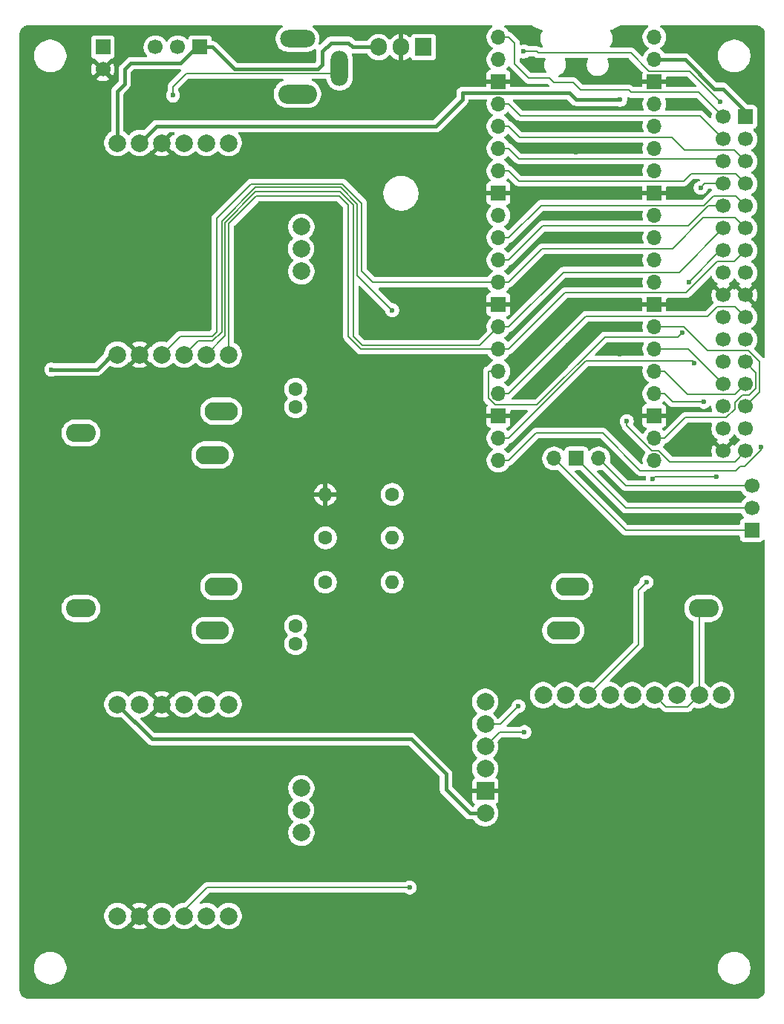
<source format=gbr>
%TF.GenerationSoftware,KiCad,Pcbnew,9.0.2*%
%TF.CreationDate,2025-06-25T22:06:45+02:00*%
%TF.ProjectId,baseboard,62617365-626f-4617-9264-2e6b69636164,rev?*%
%TF.SameCoordinates,Original*%
%TF.FileFunction,Copper,L2,Bot*%
%TF.FilePolarity,Positive*%
%FSLAX46Y46*%
G04 Gerber Fmt 4.6, Leading zero omitted, Abs format (unit mm)*
G04 Created by KiCad (PCBNEW 9.0.2) date 2025-06-25 22:06:45*
%MOMM*%
%LPD*%
G01*
G04 APERTURE LIST*
%TA.AperFunction,ComponentPad*%
%ADD10C,1.600000*%
%TD*%
%TA.AperFunction,ComponentPad*%
%ADD11O,1.600000X1.600000*%
%TD*%
%TA.AperFunction,ComponentPad*%
%ADD12R,1.700000X1.700000*%
%TD*%
%TA.AperFunction,ComponentPad*%
%ADD13C,1.700000*%
%TD*%
%TA.AperFunction,ComponentPad*%
%ADD14C,2.000000*%
%TD*%
%TA.AperFunction,ComponentPad*%
%ADD15O,1.700000X1.700000*%
%TD*%
%TA.AperFunction,ComponentPad*%
%ADD16R,2.000000X2.000000*%
%TD*%
%TA.AperFunction,ComponentPad*%
%ADD17R,1.905000X2.000000*%
%TD*%
%TA.AperFunction,ComponentPad*%
%ADD18O,1.905000X2.000000*%
%TD*%
%TA.AperFunction,ComponentPad*%
%ADD19O,4.400000X2.200000*%
%TD*%
%TA.AperFunction,ComponentPad*%
%ADD20O,4.000000X2.000000*%
%TD*%
%TA.AperFunction,ComponentPad*%
%ADD21O,2.000000X4.000000*%
%TD*%
%TA.AperFunction,ComponentPad*%
%ADD22O,3.400000X2.100000*%
%TD*%
%TA.AperFunction,ComponentPad*%
%ADD23O,3.800000X2.100000*%
%TD*%
%TA.AperFunction,ViaPad*%
%ADD24C,0.600000*%
%TD*%
%TA.AperFunction,Conductor*%
%ADD25C,0.400000*%
%TD*%
%TA.AperFunction,Conductor*%
%ADD26C,0.200000*%
%TD*%
G04 APERTURE END LIST*
D10*
%TO.P,R1,1*%
%TO.N,Net-(R1-Pad1)*%
X183000000Y-74000000D03*
D11*
%TO.P,R1,2*%
%TO.N,GND*%
X175380000Y-74000000D03*
%TD*%
D12*
%TO.P,J4,1,Pin_1*%
%TO.N,Net-(J4-Pin_1)*%
X224000000Y-78080000D03*
D13*
%TO.P,J4,2,Pin_2*%
%TO.N,Net-(J4-Pin_2)*%
X224000000Y-75540000D03*
%TO.P,J4,3,Pin_3*%
%TO.N,Net-(J4-Pin_3)*%
X224000000Y-73000000D03*
%TD*%
D14*
%TO.P,ADC1,1,FMT*%
%TO.N,unconnected-(ADC1-FMT-Pad1)*%
X164350000Y-33935000D03*
%TO.P,ADC1,2,MDI*%
%TO.N,unconnected-(ADC1-MDI-Pad2)*%
X161810000Y-33935000D03*
%TO.P,ADC1,3,MDO*%
%TO.N,unconnected-(ADC1-MDO-Pad3)*%
X159270000Y-33935000D03*
%TO.P,ADC1,4,GND*%
%TO.N,GND*%
X156730000Y-33935000D03*
%TO.P,ADC1,5,3V3*%
%TO.N,+3V3*%
X154190000Y-33935000D03*
%TO.P,ADC1,6,+5V*%
%TO.N,+5V*%
X151650000Y-33935000D03*
%TO.P,ADC1,7,BCK*%
%TO.N,/GPIO11*%
X164350000Y-58065000D03*
%TO.P,ADC1,8,OUT*%
%TO.N,/GPIO10*%
X161810000Y-58065000D03*
%TO.P,ADC1,9,LRC*%
%TO.N,/GPIO12*%
X159270000Y-58065000D03*
%TO.P,ADC1,10,SCK*%
%TO.N,/GPIO9*%
X156730000Y-58065000D03*
%TO.P,ADC1,11,GND*%
%TO.N,GND*%
X154190000Y-58065000D03*
%TO.P,ADC1,12,3V3*%
%TO.N,+3V3*%
X151650000Y-58065000D03*
%TO.P,ADC1,13,RIN*%
%TO.N,Net-(ADC1-LIN)*%
X172630400Y-43485400D03*
%TO.P,ADC1,14,GIN*%
%TO.N,Net-(ADC1-GIN)*%
X172605000Y-46000000D03*
%TO.P,ADC1,15,LIN*%
%TO.N,Net-(ADC1-LIN)*%
X172630400Y-48565400D03*
%TD*%
D10*
%TO.P,R2,1*%
%TO.N,+5V*%
X175380000Y-78950000D03*
D11*
%TO.P,R2,2*%
%TO.N,Net-(R1-Pad1)*%
X183000000Y-78950000D03*
%TD*%
D12*
%TO.P,J3,1,Pin_1*%
%TO.N,+5V*%
X223290000Y-30950000D03*
D13*
%TO.P,J3,2,Pin_2*%
%TO.N,/GPIO0*%
X220750000Y-30950000D03*
%TO.P,J3,3,Pin_3*%
%TO.N,/GPIO1*%
X223290000Y-33490000D03*
%TO.P,J3,4,Pin_4*%
%TO.N,/GPIO2*%
X220750000Y-33490000D03*
%TO.P,J3,5,Pin_5*%
%TO.N,/GPIO3*%
X223290000Y-36030000D03*
%TO.P,J3,6,Pin_6*%
%TO.N,/GPIO4*%
X220750000Y-36030000D03*
%TO.P,J3,7,Pin_7*%
%TO.N,/GPIO5*%
X223290000Y-38570000D03*
%TO.P,J3,8,Pin_8*%
%TO.N,/GPIO6*%
X220750000Y-38570000D03*
%TO.P,J3,9,Pin_9*%
%TO.N,/GPIO7*%
X223290000Y-41110000D03*
%TO.P,J3,10,Pin_10*%
%TO.N,/GPIO8*%
X220750000Y-41110000D03*
%TO.P,J3,11,Pin_11*%
%TO.N,/GPIO9*%
X223290000Y-43650000D03*
%TO.P,J3,12,Pin_12*%
%TO.N,/GPIO10*%
X220750000Y-43650000D03*
%TO.P,J3,13,Pin_13*%
%TO.N,/GPIO11*%
X223290000Y-46190000D03*
%TO.P,J3,14,Pin_14*%
%TO.N,/GPIO12*%
X220750000Y-46190000D03*
%TO.P,J3,15,Pin_15*%
%TO.N,/ADC_VREF*%
X223290000Y-48730000D03*
%TO.P,J3,16,Pin_16*%
%TO.N,+3V3*%
X220750000Y-48730000D03*
%TO.P,J3,17,Pin_17*%
%TO.N,GND*%
X223290000Y-51270000D03*
%TO.P,J3,18,Pin_18*%
X220750000Y-51270000D03*
%TO.P,J3,19,Pin_19*%
%TO.N,/GPIO13*%
X223290000Y-53810000D03*
%TO.P,J3,20,Pin_20*%
%TO.N,/GPIO14*%
X220750000Y-53810000D03*
%TO.P,J3,21,Pin_21*%
%TO.N,/GPIO15*%
X223290000Y-56350000D03*
%TO.P,J3,22,Pin_22*%
%TO.N,/GPIO16*%
X220750000Y-56350000D03*
%TO.P,J3,23,Pin_23*%
%TO.N,/GPIO17*%
X223290000Y-58890000D03*
%TO.P,J3,24,Pin_24*%
%TO.N,/GPIO18*%
X220750000Y-58890000D03*
%TO.P,J3,25,Pin_25*%
%TO.N,/GPIO19*%
X223290000Y-61430000D03*
%TO.P,J3,26,Pin_26*%
%TO.N,/GPIO20*%
X220750000Y-61430000D03*
%TO.P,J3,27,Pin_27*%
%TO.N,/GPIO21*%
X223290000Y-63970000D03*
%TO.P,J3,28,Pin_28*%
%TO.N,/GPIO22*%
X220750000Y-63970000D03*
%TO.P,J3,29,Pin_29*%
%TO.N,/GPIO26*%
X223290000Y-66510000D03*
%TO.P,J3,30,Pin_30*%
%TO.N,/GPIO27*%
X220750000Y-66510000D03*
%TO.P,J3,31,Pin_31*%
%TO.N,/GPIO28*%
X223290000Y-69050000D03*
%TO.P,J3,32,Pin_32*%
%TO.N,GND*%
X220750000Y-69050000D03*
%TD*%
D15*
%TO.P,U1,1,GPIO0*%
%TO.N,/GPIO0*%
X195110000Y-21870000D03*
%TO.P,U1,2,GPIO1*%
%TO.N,/GPIO1*%
X195110000Y-24410000D03*
D12*
%TO.P,U1,3,GND*%
%TO.N,GND*%
X195110000Y-26950000D03*
D15*
%TO.P,U1,4,GPIO2*%
%TO.N,/GPIO2*%
X195110000Y-29490000D03*
%TO.P,U1,5,GPIO3*%
%TO.N,/GPIO3*%
X195110000Y-32030000D03*
%TO.P,U1,6,GPIO4*%
%TO.N,/GPIO4*%
X195110000Y-34570000D03*
%TO.P,U1,7,GPIO5*%
%TO.N,/GPIO5*%
X195110000Y-37110000D03*
D12*
%TO.P,U1,8,GND*%
%TO.N,GND*%
X195110000Y-39650000D03*
D15*
%TO.P,U1,9,GPIO6*%
%TO.N,/GPIO6*%
X195110000Y-42190000D03*
%TO.P,U1,10,GPIO7*%
%TO.N,/GPIO7*%
X195110000Y-44730000D03*
%TO.P,U1,11,GPIO8*%
%TO.N,/GPIO8*%
X195110000Y-47270000D03*
%TO.P,U1,12,GPIO9*%
%TO.N,/GPIO9*%
X195110000Y-49810000D03*
D12*
%TO.P,U1,13,GND*%
%TO.N,GND*%
X195110000Y-52350000D03*
D15*
%TO.P,U1,14,GPIO10*%
%TO.N,/GPIO10*%
X195110000Y-54890000D03*
%TO.P,U1,15,GPIO11*%
%TO.N,/GPIO11*%
X195110000Y-57430000D03*
%TO.P,U1,16,GPIO12*%
%TO.N,/GPIO12*%
X195110000Y-59970000D03*
%TO.P,U1,17,GPIO13*%
%TO.N,/GPIO13*%
X195110000Y-62510000D03*
D12*
%TO.P,U1,18,GND*%
%TO.N,GND*%
X195110000Y-65050000D03*
D15*
%TO.P,U1,19,GPIO14*%
%TO.N,/GPIO14*%
X195110000Y-67590000D03*
%TO.P,U1,20,GPIO15*%
%TO.N,/GPIO15*%
X195110000Y-70130000D03*
%TO.P,U1,21,GPIO16*%
%TO.N,/GPIO16*%
X212890000Y-70130000D03*
%TO.P,U1,22,GPIO17*%
%TO.N,/GPIO17*%
X212890000Y-67590000D03*
D12*
%TO.P,U1,23,GND*%
%TO.N,GND*%
X212890000Y-65050000D03*
D15*
%TO.P,U1,24,GPIO18*%
%TO.N,/GPIO18*%
X212890000Y-62510000D03*
%TO.P,U1,25,GPIO19*%
%TO.N,/GPIO19*%
X212890000Y-59970000D03*
%TO.P,U1,26,GPIO20*%
%TO.N,/GPIO20*%
X212890000Y-57430000D03*
%TO.P,U1,27,GPIO21*%
%TO.N,/GPIO21*%
X212890000Y-54890000D03*
D12*
%TO.P,U1,28,GND*%
%TO.N,GND*%
X212890000Y-52350000D03*
D15*
%TO.P,U1,29,GPIO22*%
%TO.N,/GPIO22*%
X212890000Y-49810000D03*
%TO.P,U1,30,RUN*%
%TO.N,unconnected-(U1-RUN-Pad30)_1*%
X212890000Y-47270000D03*
%TO.P,U1,31,GPIO26_ADC0*%
%TO.N,/GPIO26*%
X212890000Y-44730000D03*
%TO.P,U1,32,GPIO27_ADC1*%
%TO.N,/GPIO27*%
X212890000Y-42190000D03*
D12*
%TO.P,U1,33,AGND*%
%TO.N,GND*%
X212890000Y-39650000D03*
D15*
%TO.P,U1,34,GPIO28_ADC2*%
%TO.N,/GPIO28*%
X212890000Y-37110000D03*
%TO.P,U1,35,ADC_VREF*%
%TO.N,/ADC_VREF*%
X212890000Y-34570000D03*
%TO.P,U1,36,3V3*%
%TO.N,+3V3*%
X212890000Y-32030000D03*
%TO.P,U1,37,3V3_EN*%
%TO.N,unconnected-(U1-3V3_EN-Pad37)_1*%
X212890000Y-29490000D03*
D12*
%TO.P,U1,38,GND*%
%TO.N,GND*%
X212890000Y-26950000D03*
D15*
%TO.P,U1,39,VSYS*%
%TO.N,+5V*%
X212890000Y-24410000D03*
%TO.P,U1,40,VBUS*%
%TO.N,unconnected-(U1-VBUS-Pad40)_1*%
X212890000Y-21870000D03*
%TO.P,U1,41,SWCLK*%
%TO.N,Net-(J4-Pin_1)*%
X201460000Y-69900000D03*
D12*
%TO.P,U1,42,GND*%
%TO.N,Net-(J4-Pin_2)*%
X204000000Y-69900000D03*
D15*
%TO.P,U1,43,SWDIO*%
%TO.N,Net-(J4-Pin_3)*%
X206540000Y-69900000D03*
%TD*%
D10*
%TO.P,C2,1*%
%TO.N,Net-(JACK2-Tip)*%
X172000000Y-89000000D03*
%TO.P,C2,2*%
%TO.N,Net-(ADC2-LIN)*%
X172000000Y-91000000D03*
%TD*%
D14*
%TO.P,DAC1,1,SCK*%
%TO.N,/GPIO9*%
X193606000Y-97650000D03*
%TO.P,DAC1,2,BCK*%
%TO.N,/GPIO7*%
X193606000Y-100190000D03*
%TO.P,DAC1,3,DIN*%
%TO.N,/GPIO6*%
X193606000Y-102730000D03*
%TO.P,DAC1,4,LRCK*%
%TO.N,/GPIO8*%
X193606000Y-105270000D03*
D16*
%TO.P,DAC1,5,GND*%
%TO.N,GND*%
X193606000Y-107810000D03*
D14*
%TO.P,DAC1,6,VIN*%
%TO.N,+5V*%
X193606000Y-110350000D03*
%TO.P,DAC1,7,FLT*%
%TO.N,unconnected-(DAC1-FLT-Pad7)*%
X200210000Y-96888000D03*
%TO.P,DAC1,8,DEMP*%
%TO.N,unconnected-(DAC1-DEMP-Pad8)*%
X202750000Y-96888000D03*
%TO.P,DAC1,9,XSMT*%
%TO.N,/GPIO22*%
X205290000Y-96888000D03*
%TO.P,DAC1,10,FMT*%
%TO.N,unconnected-(DAC1-FMT-Pad10)*%
X207830000Y-96888000D03*
%TO.P,DAC1,11,A3V3*%
%TO.N,unconnected-(DAC1-A3V3-Pad11)*%
X210370000Y-96888000D03*
%TO.P,DAC1,12,AGND*%
%TO.N,Net-(JACK3-Sleeve)*%
X212910000Y-96888000D03*
%TO.P,DAC1,13,ROUT*%
%TO.N,Net-(DAC1-LROUT)*%
X215450000Y-96888000D03*
%TO.P,DAC1,14,AGND*%
%TO.N,Net-(JACK3-Sleeve)*%
X217990000Y-96888000D03*
%TO.P,DAC1,15,LROUT*%
%TO.N,Net-(DAC1-LROUT)*%
X220530000Y-96888000D03*
%TD*%
D10*
%TO.P,R3,1*%
%TO.N,/divided_2v5*%
X175380000Y-84000000D03*
D11*
%TO.P,R3,2*%
%TO.N,Net-(R1-Pad1)*%
X183000000Y-84000000D03*
%TD*%
D17*
%TO.P,POWER1,1,VI*%
%TO.N,+9V*%
X186540000Y-23000000D03*
D18*
%TO.P,POWER1,2,GND*%
%TO.N,GND*%
X184000000Y-23000000D03*
%TO.P,POWER1,3,VO*%
%TO.N,+5V*%
X181460000Y-23000000D03*
%TD*%
D10*
%TO.P,C1,1*%
%TO.N,Net-(JACK1-Tip)*%
X172000000Y-64000000D03*
%TO.P,C1,2*%
%TO.N,Net-(ADC1-LIN)*%
X172000000Y-62000000D03*
%TD*%
D14*
%TO.P,ADC2,1,FMT*%
%TO.N,unconnected-(ADC2-FMT-Pad1)*%
X164350000Y-97935000D03*
%TO.P,ADC2,2,MDI*%
%TO.N,unconnected-(ADC2-MDI-Pad2)*%
X161810000Y-97935000D03*
%TO.P,ADC2,3,MDO*%
%TO.N,unconnected-(ADC2-MDO-Pad3)*%
X159270000Y-97935000D03*
%TO.P,ADC2,4,GND*%
%TO.N,GND*%
X156730000Y-97935000D03*
%TO.P,ADC2,5,3V3*%
%TO.N,+3V3*%
X154190000Y-97935000D03*
%TO.P,ADC2,6,+5V*%
%TO.N,+5V*%
X151650000Y-97935000D03*
%TO.P,ADC2,7,BCK*%
%TO.N,/GPIO14*%
X164350000Y-122065000D03*
%TO.P,ADC2,8,OUT*%
%TO.N,/GPIO13*%
X161810000Y-122065000D03*
%TO.P,ADC2,9,LRC*%
%TO.N,/GPIO15*%
X159270000Y-122065000D03*
%TO.P,ADC2,10,SCK*%
%TO.N,/GPIO9*%
X156730000Y-122065000D03*
%TO.P,ADC2,11,GND*%
%TO.N,GND*%
X154190000Y-122065000D03*
%TO.P,ADC2,12,3V3*%
%TO.N,+3V3*%
X151650000Y-122065000D03*
%TO.P,ADC2,13,RIN*%
%TO.N,Net-(ADC2-LIN)*%
X172630400Y-107485400D03*
%TO.P,ADC2,14,GIN*%
%TO.N,Net-(ADC2-GIN)*%
X172605000Y-110000000D03*
%TO.P,ADC2,15,LIN*%
%TO.N,Net-(ADC2-LIN)*%
X172630400Y-112565400D03*
%TD*%
D12*
%TO.P,J1,1,Pin_1*%
%TO.N,Net-(J1-Pin_1)*%
X150000000Y-23000000D03*
D13*
%TO.P,J1,2,Pin_2*%
%TO.N,GND*%
X150000000Y-25540000D03*
%TD*%
D12*
%TO.P,SW1,1,1*%
%TO.N,+5V*%
X161080000Y-23000000D03*
D13*
%TO.P,SW1,2,2*%
%TO.N,Net-(J1-Pin_1)*%
X158540000Y-23000000D03*
%TO.P,SW1,3*%
%TO.N,N/C*%
X156000000Y-23000000D03*
%TD*%
D19*
%TO.P,J5,1*%
%TO.N,Net-(JP1-A)*%
X172200000Y-28337500D03*
D20*
%TO.P,J5,2*%
%TO.N,Net-(JP5-A)*%
X172200000Y-22037500D03*
D21*
%TO.P,J5,3*%
%TO.N,Net-(JP3-A)*%
X177000000Y-25437500D03*
%TD*%
D22*
%TO.P,JACK2,1,Sleeve*%
%TO.N,Net-(ADC2-GIN)*%
X147500000Y-87000000D03*
D23*
%TO.P,JACK2,4*%
%TO.N,unconnected-(JACK2-Pad4)*%
X162500000Y-89500000D03*
%TO.P,JACK2,5,Tip*%
%TO.N,Net-(JACK2-Tip)*%
X163500000Y-84500000D03*
%TD*%
D22*
%TO.P,JACK3,1,Sleeve*%
%TO.N,Net-(JACK3-Sleeve)*%
X218512500Y-87000000D03*
D23*
%TO.P,JACK3,4*%
%TO.N,unconnected-(JACK3-Pad4)*%
X203512500Y-84500000D03*
%TO.P,JACK3,5,Tip*%
%TO.N,Net-(DAC1-LROUT)*%
X202512500Y-89500000D03*
%TD*%
D22*
%TO.P,JACK1,1,Sleeve*%
%TO.N,Net-(ADC1-GIN)*%
X147500000Y-67000000D03*
D23*
%TO.P,JACK1,4*%
%TO.N,unconnected-(JACK1-Pad4)*%
X162500000Y-69500000D03*
%TO.P,JACK1,5,Tip*%
%TO.N,Net-(JACK1-Tip)*%
X163500000Y-64500000D03*
%TD*%
D24*
%TO.N,GND*%
X166500000Y-27000000D03*
X199500000Y-25000000D03*
X198000000Y-21500000D03*
%TO.N,/GPIO1*%
X198000000Y-23500000D03*
%TO.N,GND*%
X209500000Y-22000000D03*
%TO.N,/GPIO12*%
X183000000Y-53000000D03*
%TO.N,GND*%
X182000000Y-122000000D03*
X166000000Y-22000000D03*
%TO.N,Net-(JP3-A)*%
X158000000Y-28500000D03*
%TO.N,/GPIO12*%
X216810100Y-49811300D03*
X216053500Y-55576400D03*
%TO.N,GND*%
X204000000Y-35000000D03*
X206000000Y-32000000D03*
X209000000Y-25000000D03*
X206000000Y-64000000D03*
X213000000Y-77000000D03*
X218000000Y-30000000D03*
X209000000Y-58000000D03*
X203000000Y-57000000D03*
X207000000Y-50000000D03*
X206000000Y-42000000D03*
X202000000Y-37000000D03*
X216000000Y-91000000D03*
X220000000Y-74000000D03*
X171000000Y-98000000D03*
X207000000Y-30000000D03*
X203000000Y-45000000D03*
X216000000Y-94500000D03*
X190000000Y-23000000D03*
X194000000Y-82000000D03*
X184000000Y-59000000D03*
X148000000Y-94000000D03*
%TO.N,+3V3*%
X144133400Y-59758800D03*
X209000000Y-29000000D03*
%TO.N,/GPIO14*%
X217440400Y-58993500D03*
%TO.N,/GPIO15*%
X225061800Y-68616900D03*
X185000000Y-118811500D03*
%TO.N,/GPIO6*%
X198070600Y-101096600D03*
X218177000Y-39044300D03*
%TO.N,/GPIO7*%
X197380900Y-98143900D03*
%TO.N,/GPIO22*%
X212000000Y-84000000D03*
%TO.N,/GPIO1*%
X220417200Y-29255500D03*
%TO.N,/GPIO18*%
X218542500Y-63438000D03*
%TO.N,/GPIO27*%
X220000000Y-72000000D03*
X212726300Y-72247100D03*
%TO.N,/GPIO28*%
X209753800Y-65664200D03*
%TD*%
D25*
%TO.N,+5V*%
X161080000Y-23000000D02*
X162500000Y-23000000D01*
X175000000Y-23500000D02*
X176000000Y-22500000D01*
X162500000Y-23000000D02*
X165000000Y-25500000D01*
X165000000Y-25500000D02*
X174500000Y-25500000D01*
X178500000Y-23000000D02*
X181460000Y-23000000D01*
X174500000Y-25500000D02*
X175000000Y-25000000D01*
X175000000Y-25000000D02*
X175000000Y-23500000D01*
X176000000Y-22500000D02*
X178000000Y-22500000D01*
X178000000Y-22500000D02*
X178500000Y-23000000D01*
D26*
%TO.N,/GPIO1*%
X198000000Y-23500000D02*
X199500000Y-23500000D01*
X199500000Y-23500000D02*
X199648700Y-23648700D01*
X199648700Y-23648700D02*
X210228700Y-23648700D01*
X210228700Y-23648700D02*
X212305500Y-25725500D01*
X216887200Y-25725500D02*
X220417200Y-29255500D01*
X212305500Y-25725500D02*
X216887200Y-25725500D01*
%TO.N,/GPIO0*%
X195110000Y-21870000D02*
X196261700Y-21870000D01*
X210003000Y-27905300D02*
X210256200Y-28158500D01*
X196261700Y-21870000D02*
X196945850Y-22554150D01*
X196945850Y-22554150D02*
X196945850Y-24945850D01*
X200945850Y-26554150D02*
X201445850Y-27054150D01*
X196945850Y-24945850D02*
X198554150Y-26554150D01*
X198554150Y-26554150D02*
X200945850Y-26554150D01*
X201445850Y-27054150D02*
X203648850Y-27054150D01*
X203648850Y-27054150D02*
X204500000Y-27905300D01*
X204500000Y-27905300D02*
X210003000Y-27905300D01*
X217958500Y-28158500D02*
X220750000Y-30950000D01*
X210256200Y-28158500D02*
X217958500Y-28158500D01*
%TO.N,/GPIO12*%
X179000000Y-49000000D02*
X179000000Y-40865800D01*
X183000000Y-53000000D02*
X179000000Y-49000000D01*
X179000000Y-40865800D02*
X177134200Y-39000000D01*
X177134200Y-39000000D02*
X167365800Y-39000000D01*
X167365800Y-39000000D02*
X163548000Y-42817800D01*
X163548000Y-55452000D02*
X162500000Y-56500000D01*
X163548000Y-42817800D02*
X163548000Y-55452000D01*
X160835000Y-56500000D02*
X159270000Y-58065000D01*
X162500000Y-56500000D02*
X160835000Y-56500000D01*
%TO.N,/GPIO9*%
X156730000Y-58065000D02*
X158828550Y-55966450D01*
X179500000Y-40798700D02*
X179500000Y-48500000D01*
X158828550Y-55966450D02*
X162466450Y-55966450D01*
X162466450Y-55966450D02*
X162966450Y-55466450D01*
X162966450Y-55466450D02*
X162966450Y-42533550D01*
X162966450Y-42533550D02*
X166901000Y-38599000D01*
X180810000Y-49810000D02*
X195110000Y-49810000D01*
X166901000Y-38599000D02*
X177300300Y-38599000D01*
X177300300Y-38599000D02*
X179500000Y-40798700D01*
X179500000Y-48500000D02*
X180810000Y-49810000D01*
%TO.N,/GPIO10*%
X161810000Y-58065000D02*
X163949000Y-55926000D01*
X163949000Y-42983900D02*
X167432900Y-39500000D01*
X163949000Y-55926000D02*
X163949000Y-42983900D01*
X167432900Y-39500000D02*
X177067100Y-39500000D01*
X177067100Y-39500000D02*
X178533550Y-40966450D01*
X178533550Y-40966450D02*
X178533550Y-55966450D01*
X179567100Y-57000000D02*
X193000000Y-57000000D01*
X178533550Y-55966450D02*
X179567100Y-57000000D01*
X193000000Y-57000000D02*
X195110000Y-54890000D01*
%TO.N,/GPIO11*%
X195110000Y-57430000D02*
X179430000Y-57430000D01*
X178000000Y-41000000D02*
X177000000Y-40000000D01*
X179430000Y-57430000D02*
X178000000Y-56000000D01*
X178000000Y-56000000D02*
X178000000Y-41000000D01*
X177000000Y-40000000D02*
X167500000Y-40000000D01*
X167500000Y-40000000D02*
X164350000Y-43150000D01*
X164350000Y-43150000D02*
X164350000Y-58065000D01*
%TO.N,Net-(JP3-A)*%
X176437500Y-26000000D02*
X177000000Y-25437500D01*
X158000000Y-28500000D02*
X158000000Y-27500000D01*
X158000000Y-27500000D02*
X159500000Y-26000000D01*
X159500000Y-26000000D02*
X176437500Y-26000000D01*
D25*
%TO.N,+5V*%
X152500000Y-25500000D02*
X152500000Y-27150000D01*
X152500000Y-27150000D02*
X151650000Y-28000000D01*
X161080000Y-23000000D02*
X160680000Y-23000000D01*
X160680000Y-23000000D02*
X158840000Y-24840000D01*
X158840000Y-24840000D02*
X153160000Y-24840000D01*
X153160000Y-24840000D02*
X152500000Y-25500000D01*
X151650000Y-28000000D02*
X151650000Y-33935000D01*
%TO.N,+3V3*%
X191000000Y-29000000D02*
X188000000Y-32000000D01*
X191000000Y-28239000D02*
X191000000Y-29000000D01*
X188000000Y-32000000D02*
X156125000Y-32000000D01*
X156125000Y-32000000D02*
X154190000Y-33935000D01*
D26*
%TO.N,/GPIO12*%
X194735200Y-63780000D02*
X193958300Y-63003100D01*
X207244100Y-56041700D02*
X199505800Y-63780000D01*
X193958300Y-63003100D02*
X193958300Y-59970000D01*
X220431400Y-46190000D02*
X216810100Y-49811300D01*
X195110000Y-59970000D02*
X193958300Y-59970000D01*
X220750000Y-46190000D02*
X220431400Y-46190000D01*
X215588200Y-56041700D02*
X207244100Y-56041700D01*
X199505800Y-63780000D02*
X194735200Y-63780000D01*
X216053500Y-55576400D02*
X215588200Y-56041700D01*
%TO.N,/GPIO10*%
X220750000Y-43650000D02*
X215741700Y-48658300D01*
X215741700Y-48658300D02*
X202493400Y-48658300D01*
X195110000Y-54890000D02*
X196261700Y-54890000D01*
X202493400Y-48658300D02*
X196261700Y-54890000D01*
%TO.N,/GPIO9*%
X195110000Y-49810000D02*
X196261700Y-49810000D01*
X200071700Y-46000000D02*
X196261700Y-49810000D01*
X222101100Y-42461100D02*
X218487200Y-42461100D01*
X214948300Y-46000000D02*
X200071700Y-46000000D01*
X218487200Y-42461100D02*
X214948300Y-46000000D01*
X223290000Y-43650000D02*
X222101100Y-42461100D01*
D25*
%TO.N,+5V*%
X155607500Y-101892500D02*
X185148500Y-101892500D01*
X191850000Y-110350000D02*
X193606000Y-110350000D01*
X189128000Y-105872000D02*
X189128000Y-107628000D01*
X220743700Y-27743700D02*
X219756300Y-27743700D01*
X219756300Y-27743700D02*
X216422600Y-24410000D01*
X223290000Y-30290000D02*
X220743700Y-27743700D01*
X185148500Y-101892500D02*
X189128000Y-105872000D01*
X216422600Y-24410000D02*
X212890000Y-24410000D01*
X189128000Y-107628000D02*
X191850000Y-110350000D01*
X151650000Y-97935000D02*
X155607500Y-101892500D01*
X223290000Y-30950000D02*
X223290000Y-30290000D01*
%TO.N,+3V3*%
X203239000Y-28239000D02*
X204000000Y-29000000D01*
X191000000Y-28239000D02*
X203239000Y-28239000D01*
X144133400Y-59758800D02*
X149321200Y-59758800D01*
X204000000Y-29000000D02*
X209000000Y-29000000D01*
X149321200Y-59758800D02*
X151650000Y-57430000D01*
D26*
%TO.N,/GPIO11*%
X220045900Y-47460000D02*
X222020000Y-47460000D01*
X222020000Y-47460000D02*
X223290000Y-46190000D01*
X196261700Y-57430000D02*
X202681100Y-51010600D01*
X202681100Y-51010600D02*
X216495300Y-51010600D01*
X216495300Y-51010600D02*
X220045900Y-47460000D01*
X195110000Y-57430000D02*
X196261700Y-57430000D01*
%TO.N,/GPIO13*%
X220048600Y-52611400D02*
X222091400Y-52611400D01*
X195110000Y-62510000D02*
X196261700Y-62510000D01*
X222091400Y-52611400D02*
X223290000Y-53810000D01*
X205088700Y-53683000D02*
X218977000Y-53683000D01*
X218977000Y-53683000D02*
X220048600Y-52611400D01*
X196261700Y-62510000D02*
X205088700Y-53683000D01*
%TO.N,/GPIO14*%
X217244500Y-58797600D02*
X217440400Y-58993500D01*
X196261700Y-67590000D02*
X196263800Y-67590000D01*
X205056200Y-58797600D02*
X217244500Y-58797600D01*
X195110000Y-67590000D02*
X196261700Y-67590000D01*
X196263800Y-67590000D02*
X205056200Y-58797600D01*
%TO.N,/GPIO15*%
X223149900Y-70824600D02*
X225061800Y-68912700D01*
X199391700Y-67000000D02*
X207000000Y-67000000D01*
X222198900Y-71282700D02*
X222657000Y-70824600D01*
X159270000Y-121430000D02*
X161888500Y-118811500D01*
X207000000Y-67000000D02*
X211282700Y-71282700D01*
X222657000Y-70824600D02*
X223149900Y-70824600D01*
X196261700Y-70130000D02*
X199391700Y-67000000D01*
X211282700Y-71282700D02*
X222198900Y-71282700D01*
X161888500Y-118811500D02*
X185000000Y-118811500D01*
X195110000Y-70130000D02*
X196261700Y-70130000D01*
X225061800Y-68912700D02*
X225061800Y-68616900D01*
%TO.N,/GPIO6*%
X218651300Y-38570000D02*
X218177000Y-39044300D01*
X193606000Y-102730000D02*
X195239400Y-101096600D01*
X195239400Y-101096600D02*
X198070600Y-101096600D01*
X220750000Y-38570000D02*
X218651300Y-38570000D01*
%TO.N,Net-(JACK3-Sleeve)*%
X218512500Y-87000000D02*
X218512000Y-87000000D01*
X217990000Y-87522500D02*
X218512000Y-87000000D01*
X216689000Y-98189000D02*
X214211000Y-98189000D01*
X217990000Y-96888000D02*
X217990000Y-87522500D01*
X214211000Y-98189000D02*
X212910000Y-96888000D01*
X217990000Y-96888000D02*
X216689000Y-98189000D01*
%TO.N,/GPIO8*%
X196261700Y-47270000D02*
X200130200Y-43401500D01*
X219070100Y-41110000D02*
X220750000Y-41110000D01*
X195110000Y-47270000D02*
X196261700Y-47270000D01*
X200130200Y-43401500D02*
X216778600Y-43401500D01*
X216778600Y-43401500D02*
X219070100Y-41110000D01*
%TO.N,/GPIO7*%
X218564500Y-41038300D02*
X219644500Y-39958300D01*
X219644500Y-39958300D02*
X222138300Y-39958300D01*
X195334800Y-100190000D02*
X197380900Y-98143900D01*
X222138300Y-39958300D02*
X223290000Y-41110000D01*
X199953400Y-41038300D02*
X218564500Y-41038300D01*
X196261700Y-44730000D02*
X199953400Y-41038300D01*
X193606000Y-100190000D02*
X195334800Y-100190000D01*
X195110000Y-44730000D02*
X196261700Y-44730000D01*
%TO.N,/GPIO21*%
X223290000Y-63970000D02*
X224912100Y-62347900D01*
X224912100Y-58879500D02*
X223651100Y-57618500D01*
X224912100Y-62347900D02*
X224912100Y-58879500D01*
X218946500Y-57618500D02*
X216218000Y-54890000D01*
X216218000Y-54890000D02*
X212890000Y-54890000D01*
X223651100Y-57618500D02*
X218946500Y-57618500D01*
%TO.N,/GPIO4*%
X197413400Y-35721700D02*
X220441700Y-35721700D01*
X196261700Y-34570000D02*
X197413400Y-35721700D01*
X220441700Y-35721700D02*
X220750000Y-36030000D01*
X195110000Y-34570000D02*
X196261700Y-34570000D01*
%TO.N,/GPIO22*%
X211089000Y-84911000D02*
X212000000Y-84000000D01*
X211089000Y-91089000D02*
X211089000Y-84911000D01*
X205290000Y-96888000D02*
X211089000Y-91089000D01*
%TO.N,/GPIO3*%
X216352900Y-34760000D02*
X214892900Y-33300000D01*
X197531700Y-33300000D02*
X196261700Y-32030000D01*
X214892900Y-33300000D02*
X197531700Y-33300000D01*
X195110000Y-32030000D02*
X196261700Y-32030000D01*
X222020000Y-34760000D02*
X216352900Y-34760000D01*
X223290000Y-36030000D02*
X222020000Y-34760000D01*
%TO.N,/GPIO17*%
X216391700Y-65240000D02*
X214041700Y-67590000D01*
X223290000Y-58890000D02*
X224496400Y-60096400D01*
X222895900Y-62700000D02*
X222106500Y-63489400D01*
X221112100Y-65240000D02*
X216391700Y-65240000D01*
X224496400Y-60096400D02*
X224496400Y-61905500D01*
X222106500Y-64245600D02*
X221112100Y-65240000D01*
X223701900Y-62700000D02*
X222895900Y-62700000D01*
X212890000Y-67590000D02*
X214041700Y-67590000D01*
X224496400Y-61905500D02*
X223701900Y-62700000D01*
X222106500Y-63489400D02*
X222106500Y-64245600D01*
%TO.N,/GPIO19*%
X212890000Y-59970000D02*
X214041700Y-59970000D01*
X222131900Y-62588100D02*
X223290000Y-61430000D01*
X216659800Y-62588100D02*
X222131900Y-62588100D01*
X214041700Y-59970000D02*
X216659800Y-62588100D01*
%TO.N,/GPIO5*%
X217086700Y-37416800D02*
X222136800Y-37416800D01*
X196261700Y-37110000D02*
X197416500Y-38264800D01*
X195110000Y-37110000D02*
X196261700Y-37110000D01*
X216238700Y-38264800D02*
X217086700Y-37416800D01*
X222136800Y-37416800D02*
X223290000Y-38570000D01*
X197416500Y-38264800D02*
X216238700Y-38264800D01*
%TO.N,/GPIO18*%
X214969700Y-63438000D02*
X214041700Y-62510000D01*
X212890000Y-62510000D02*
X214041700Y-62510000D01*
X218542500Y-63438000D02*
X214969700Y-63438000D01*
%TO.N,/GPIO2*%
X197590200Y-30818500D02*
X196261700Y-29490000D01*
X218078500Y-30818500D02*
X197590200Y-30818500D01*
X220750000Y-33490000D02*
X218078500Y-30818500D01*
X195110000Y-29490000D02*
X196261700Y-29490000D01*
%TO.N,/GPIO20*%
X220750000Y-61430000D02*
X216750000Y-57430000D01*
X216750000Y-57430000D02*
X212890000Y-57430000D01*
%TO.N,/GPIO27*%
X220000000Y-72000000D02*
X212973400Y-72000000D01*
X212973400Y-72000000D02*
X212726300Y-72247100D01*
%TO.N,/GPIO28*%
X212569300Y-68978300D02*
X209753800Y-66162800D01*
X209753800Y-66162800D02*
X209753800Y-65664200D01*
X213367100Y-68978300D02*
X212569300Y-68978300D01*
X214648000Y-70259200D02*
X213367100Y-68978300D01*
X222080800Y-70259200D02*
X214648000Y-70259200D01*
X223290000Y-69050000D02*
X222080800Y-70259200D01*
%TO.N,Net-(J4-Pin_2)*%
X204000000Y-69900000D02*
X209640000Y-75540000D01*
X209640000Y-75540000D02*
X224000000Y-75540000D01*
%TO.N,Net-(J4-Pin_1)*%
X209640000Y-78080000D02*
X224000000Y-78080000D01*
X201460000Y-69900000D02*
X209640000Y-78080000D01*
%TO.N,Net-(J4-Pin_3)*%
X209640000Y-73000000D02*
X224000000Y-73000000D01*
X206540000Y-69900000D02*
X209640000Y-73000000D01*
%TD*%
%TA.AperFunction,Conductor*%
%TO.N,GND*%
G36*
X170461940Y-20520184D02*
G01*
X170507695Y-20572988D01*
X170517639Y-20642146D01*
X170488614Y-20705702D01*
X170451196Y-20734984D01*
X170413566Y-20754157D01*
X170304550Y-20833362D01*
X170222490Y-20892983D01*
X170222488Y-20892985D01*
X170222487Y-20892985D01*
X170055485Y-21059987D01*
X170055485Y-21059988D01*
X170055483Y-21059990D01*
X170021435Y-21106853D01*
X169916657Y-21251066D01*
X169809433Y-21461503D01*
X169736446Y-21686131D01*
X169699500Y-21919402D01*
X169699500Y-22155597D01*
X169736446Y-22388868D01*
X169809433Y-22613496D01*
X169916657Y-22823933D01*
X170055483Y-23015010D01*
X170222490Y-23182017D01*
X170413567Y-23320843D01*
X170465060Y-23347080D01*
X170624003Y-23428066D01*
X170624005Y-23428066D01*
X170624008Y-23428068D01*
X170744412Y-23467189D01*
X170848631Y-23501053D01*
X171081903Y-23538000D01*
X171081908Y-23538000D01*
X173318097Y-23538000D01*
X173551368Y-23501053D01*
X173775992Y-23428068D01*
X173986433Y-23320843D01*
X174121693Y-23222570D01*
X174144770Y-23214336D01*
X174166060Y-23202213D01*
X174177090Y-23202804D01*
X174187497Y-23199091D01*
X174211363Y-23204640D01*
X174235829Y-23205952D01*
X174244790Y-23212413D01*
X174255551Y-23214916D01*
X174272625Y-23232485D01*
X174292502Y-23246818D01*
X174296547Y-23257100D01*
X174304246Y-23265022D01*
X174309111Y-23289033D01*
X174318083Y-23311836D01*
X174317172Y-23328816D01*
X174318122Y-23333500D01*
X174316194Y-23347080D01*
X174304893Y-23403895D01*
X174300086Y-23428066D01*
X174300085Y-23428069D01*
X174299500Y-23431007D01*
X174299500Y-24658481D01*
X174290855Y-24687921D01*
X174284332Y-24717908D01*
X174280577Y-24722923D01*
X174279815Y-24725520D01*
X174263181Y-24746162D01*
X174246162Y-24763181D01*
X174184839Y-24796666D01*
X174158481Y-24799500D01*
X165341519Y-24799500D01*
X165274480Y-24779815D01*
X165253838Y-24763181D01*
X162946546Y-22455888D01*
X162946545Y-22455887D01*
X162831807Y-22379222D01*
X162704332Y-22326421D01*
X162704322Y-22326418D01*
X162568996Y-22299500D01*
X162568994Y-22299500D01*
X162568993Y-22299500D01*
X162554499Y-22299500D01*
X162487460Y-22279815D01*
X162441705Y-22227011D01*
X162430499Y-22175500D01*
X162430499Y-22102129D01*
X162430498Y-22102123D01*
X162430497Y-22102116D01*
X162424091Y-22042517D01*
X162422810Y-22039083D01*
X162373797Y-21907671D01*
X162373793Y-21907664D01*
X162287547Y-21792455D01*
X162287544Y-21792452D01*
X162172335Y-21706206D01*
X162172328Y-21706202D01*
X162037482Y-21655908D01*
X162037483Y-21655908D01*
X161977883Y-21649501D01*
X161977881Y-21649500D01*
X161977873Y-21649500D01*
X161977864Y-21649500D01*
X160182129Y-21649500D01*
X160182123Y-21649501D01*
X160122516Y-21655908D01*
X159987671Y-21706202D01*
X159987664Y-21706206D01*
X159872455Y-21792452D01*
X159872452Y-21792455D01*
X159786206Y-21907664D01*
X159786203Y-21907669D01*
X159737189Y-22039083D01*
X159695317Y-22095016D01*
X159629853Y-22119433D01*
X159561580Y-22104581D01*
X159533326Y-22083430D01*
X159419786Y-21969890D01*
X159247820Y-21844951D01*
X159058414Y-21748444D01*
X159058413Y-21748443D01*
X159058412Y-21748443D01*
X158856243Y-21682754D01*
X158856241Y-21682753D01*
X158856240Y-21682753D01*
X158694957Y-21657208D01*
X158646287Y-21649500D01*
X158433713Y-21649500D01*
X158385042Y-21657208D01*
X158223760Y-21682753D01*
X158021585Y-21748444D01*
X157832179Y-21844951D01*
X157660213Y-21969890D01*
X157509890Y-22120213D01*
X157384949Y-22292182D01*
X157380484Y-22300946D01*
X157332509Y-22351742D01*
X157264688Y-22368536D01*
X157198553Y-22345998D01*
X157159516Y-22300946D01*
X157155050Y-22292182D01*
X157030109Y-22120213D01*
X156879786Y-21969890D01*
X156707820Y-21844951D01*
X156518414Y-21748444D01*
X156518413Y-21748443D01*
X156518412Y-21748443D01*
X156316243Y-21682754D01*
X156316241Y-21682753D01*
X156316240Y-21682753D01*
X156154957Y-21657208D01*
X156106287Y-21649500D01*
X155893713Y-21649500D01*
X155845042Y-21657208D01*
X155683760Y-21682753D01*
X155481585Y-21748444D01*
X155292179Y-21844951D01*
X155120213Y-21969890D01*
X154969890Y-22120213D01*
X154844951Y-22292179D01*
X154748444Y-22481585D01*
X154682753Y-22683760D01*
X154656215Y-22851315D01*
X154649500Y-22893713D01*
X154649500Y-23106287D01*
X154651919Y-23121557D01*
X154678130Y-23287052D01*
X154682754Y-23316243D01*
X154721695Y-23436092D01*
X154748444Y-23518414D01*
X154844951Y-23707820D01*
X154969890Y-23879786D01*
X155017923Y-23927819D01*
X155051408Y-23989142D01*
X155046424Y-24058834D01*
X155004552Y-24114767D01*
X154939088Y-24139184D01*
X154930242Y-24139500D01*
X153091004Y-24139500D01*
X152955677Y-24166418D01*
X152955667Y-24166421D01*
X152828192Y-24219222D01*
X152713454Y-24295887D01*
X151955887Y-25053454D01*
X151917771Y-25110500D01*
X151908083Y-25125000D01*
X151893654Y-25146594D01*
X151879225Y-25168188D01*
X151879221Y-25168195D01*
X151826421Y-25295667D01*
X151826418Y-25295677D01*
X151799500Y-25431004D01*
X151799500Y-26808480D01*
X151779815Y-26875519D01*
X151763181Y-26896161D01*
X151105888Y-27553453D01*
X151105887Y-27553454D01*
X151029222Y-27668192D01*
X150976421Y-27795667D01*
X150976418Y-27795679D01*
X150950356Y-27926703D01*
X150950353Y-27926719D01*
X150949500Y-27931001D01*
X150949500Y-32531883D01*
X150929815Y-32598922D01*
X150881799Y-32642366D01*
X150863569Y-32651655D01*
X150792440Y-32703334D01*
X150672490Y-32790483D01*
X150672488Y-32790485D01*
X150672487Y-32790485D01*
X150505485Y-32957487D01*
X150505485Y-32957488D01*
X150505483Y-32957490D01*
X150457212Y-33023929D01*
X150366657Y-33148566D01*
X150259433Y-33359003D01*
X150186446Y-33583631D01*
X150149500Y-33816902D01*
X150149500Y-34053097D01*
X150186446Y-34286368D01*
X150259433Y-34510996D01*
X150327737Y-34645048D01*
X150366657Y-34721433D01*
X150505483Y-34912510D01*
X150672490Y-35079517D01*
X150863567Y-35218343D01*
X150962991Y-35269002D01*
X151074003Y-35325566D01*
X151074005Y-35325566D01*
X151074008Y-35325568D01*
X151185106Y-35361666D01*
X151298631Y-35398553D01*
X151531903Y-35435500D01*
X151531908Y-35435500D01*
X151768097Y-35435500D01*
X152001368Y-35398553D01*
X152002870Y-35398065D01*
X152225992Y-35325568D01*
X152436433Y-35218343D01*
X152627510Y-35079517D01*
X152794517Y-34912510D01*
X152819682Y-34877872D01*
X152875011Y-34835207D01*
X152944625Y-34829228D01*
X153006420Y-34861833D01*
X153020315Y-34877870D01*
X153045483Y-34912510D01*
X153212490Y-35079517D01*
X153403567Y-35218343D01*
X153502991Y-35269002D01*
X153614003Y-35325566D01*
X153614005Y-35325566D01*
X153614008Y-35325568D01*
X153725106Y-35361666D01*
X153838631Y-35398553D01*
X154071903Y-35435500D01*
X154071908Y-35435500D01*
X154308097Y-35435500D01*
X154541368Y-35398553D01*
X154542870Y-35398065D01*
X154765992Y-35325568D01*
X154976433Y-35218343D01*
X155167510Y-35079517D01*
X155334517Y-34912510D01*
X155381370Y-34848022D01*
X155385713Y-34843199D01*
X155410150Y-34828142D01*
X155432877Y-34810618D01*
X155440393Y-34809509D01*
X155445199Y-34806549D01*
X155458730Y-34806806D01*
X155487594Y-34802551D01*
X155507340Y-34804105D01*
X156128957Y-34182487D01*
X156153978Y-34242890D01*
X156225112Y-34349351D01*
X156315649Y-34439888D01*
X156422110Y-34511022D01*
X156482511Y-34536041D01*
X155860893Y-35157658D01*
X155943828Y-35217914D01*
X156154197Y-35325102D01*
X156378752Y-35398065D01*
X156378751Y-35398065D01*
X156611948Y-35435000D01*
X156848052Y-35435000D01*
X157081247Y-35398065D01*
X157305802Y-35325102D01*
X157516163Y-35217918D01*
X157516169Y-35217914D01*
X157599104Y-35157658D01*
X157599105Y-35157658D01*
X156977488Y-34536041D01*
X157037890Y-34511022D01*
X157144351Y-34439888D01*
X157234888Y-34349351D01*
X157306022Y-34242890D01*
X157331041Y-34182488D01*
X157952657Y-34804104D01*
X157972404Y-34802550D01*
X158040781Y-34816914D01*
X158082451Y-34853282D01*
X158125483Y-34912510D01*
X158292490Y-35079517D01*
X158483567Y-35218343D01*
X158582991Y-35269002D01*
X158694003Y-35325566D01*
X158694005Y-35325566D01*
X158694008Y-35325568D01*
X158805106Y-35361666D01*
X158918631Y-35398553D01*
X159151903Y-35435500D01*
X159151908Y-35435500D01*
X159388097Y-35435500D01*
X159621368Y-35398553D01*
X159622870Y-35398065D01*
X159845992Y-35325568D01*
X160056433Y-35218343D01*
X160247510Y-35079517D01*
X160414517Y-34912510D01*
X160439682Y-34877872D01*
X160495011Y-34835207D01*
X160564625Y-34829228D01*
X160626420Y-34861833D01*
X160640315Y-34877870D01*
X160665483Y-34912510D01*
X160832490Y-35079517D01*
X161023567Y-35218343D01*
X161122991Y-35269002D01*
X161234003Y-35325566D01*
X161234005Y-35325566D01*
X161234008Y-35325568D01*
X161345106Y-35361666D01*
X161458631Y-35398553D01*
X161691903Y-35435500D01*
X161691908Y-35435500D01*
X161928097Y-35435500D01*
X162161368Y-35398553D01*
X162162870Y-35398065D01*
X162385992Y-35325568D01*
X162596433Y-35218343D01*
X162787510Y-35079517D01*
X162954517Y-34912510D01*
X162979682Y-34877872D01*
X163035011Y-34835207D01*
X163104625Y-34829228D01*
X163166420Y-34861833D01*
X163180315Y-34877870D01*
X163205483Y-34912510D01*
X163372490Y-35079517D01*
X163563567Y-35218343D01*
X163662991Y-35269002D01*
X163774003Y-35325566D01*
X163774005Y-35325566D01*
X163774008Y-35325568D01*
X163885106Y-35361666D01*
X163998631Y-35398553D01*
X164231903Y-35435500D01*
X164231908Y-35435500D01*
X164468097Y-35435500D01*
X164701368Y-35398553D01*
X164702870Y-35398065D01*
X164925992Y-35325568D01*
X165136433Y-35218343D01*
X165327510Y-35079517D01*
X165494517Y-34912510D01*
X165633343Y-34721433D01*
X165740568Y-34510992D01*
X165813553Y-34286368D01*
X165825909Y-34208355D01*
X165850500Y-34053097D01*
X165850500Y-33816902D01*
X165813553Y-33583631D01*
X165757294Y-33410486D01*
X165740568Y-33359008D01*
X165740566Y-33359005D01*
X165740566Y-33359003D01*
X165674099Y-33228556D01*
X165633343Y-33148567D01*
X165494517Y-32957490D01*
X165449208Y-32912181D01*
X165415723Y-32850858D01*
X165420707Y-32781166D01*
X165462579Y-32725233D01*
X165528043Y-32700816D01*
X165536889Y-32700500D01*
X188068996Y-32700500D01*
X188172983Y-32679815D01*
X188204328Y-32673580D01*
X188279686Y-32642366D01*
X188331807Y-32620777D01*
X188331808Y-32620776D01*
X188331811Y-32620775D01*
X188446543Y-32544114D01*
X191544114Y-29446543D01*
X191620775Y-29331811D01*
X191633745Y-29300500D01*
X191671480Y-29209397D01*
X191673580Y-29204328D01*
X191698083Y-29081147D01*
X191700500Y-29068996D01*
X191700500Y-29063500D01*
X191720185Y-28996461D01*
X191772989Y-28950706D01*
X191824500Y-28939500D01*
X193698198Y-28939500D01*
X193765237Y-28959185D01*
X193810992Y-29011989D01*
X193820936Y-29081147D01*
X193816130Y-29101812D01*
X193793894Y-29170247D01*
X193792753Y-29173760D01*
X193759500Y-29383713D01*
X193759500Y-29596286D01*
X193786971Y-29769735D01*
X193792754Y-29806243D01*
X193853278Y-29992517D01*
X193858444Y-30008414D01*
X193954951Y-30197820D01*
X194079890Y-30369786D01*
X194230213Y-30520109D01*
X194402182Y-30645050D01*
X194410946Y-30649516D01*
X194461742Y-30697491D01*
X194478536Y-30765312D01*
X194455998Y-30831447D01*
X194410946Y-30870484D01*
X194402182Y-30874949D01*
X194230213Y-30999890D01*
X194079890Y-31150213D01*
X193954951Y-31322179D01*
X193858444Y-31511585D01*
X193792753Y-31713760D01*
X193759500Y-31923713D01*
X193759500Y-32136286D01*
X193792753Y-32346239D01*
X193792753Y-32346241D01*
X193792754Y-32346243D01*
X193857046Y-32544114D01*
X193858444Y-32548414D01*
X193954951Y-32737820D01*
X194079890Y-32909786D01*
X194230213Y-33060109D01*
X194402182Y-33185050D01*
X194410946Y-33189516D01*
X194461742Y-33237491D01*
X194478536Y-33305312D01*
X194455998Y-33371447D01*
X194410946Y-33410484D01*
X194402182Y-33414949D01*
X194230213Y-33539890D01*
X194079890Y-33690213D01*
X193954951Y-33862179D01*
X193858444Y-34051585D01*
X193792753Y-34253760D01*
X193759500Y-34463713D01*
X193759500Y-34676287D01*
X193769534Y-34739644D01*
X193792753Y-34886239D01*
X193792753Y-34886241D01*
X193792754Y-34886243D01*
X193845543Y-35048711D01*
X193858444Y-35088414D01*
X193954951Y-35277820D01*
X194079890Y-35449786D01*
X194230213Y-35600109D01*
X194402182Y-35725050D01*
X194410946Y-35729516D01*
X194461742Y-35777491D01*
X194478536Y-35845312D01*
X194455998Y-35911447D01*
X194410946Y-35950484D01*
X194402182Y-35954949D01*
X194230213Y-36079890D01*
X194079890Y-36230213D01*
X193954951Y-36402179D01*
X193858444Y-36591585D01*
X193792753Y-36793760D01*
X193759500Y-37003713D01*
X193759500Y-37216286D01*
X193790965Y-37414951D01*
X193792754Y-37426243D01*
X193829682Y-37539896D01*
X193858444Y-37628414D01*
X193954951Y-37817820D01*
X194079890Y-37989786D01*
X194193818Y-38103714D01*
X194227303Y-38165037D01*
X194222319Y-38234729D01*
X194180447Y-38290662D01*
X194149471Y-38307577D01*
X194017912Y-38356646D01*
X194017906Y-38356649D01*
X193902812Y-38442809D01*
X193902809Y-38442812D01*
X193816649Y-38557906D01*
X193816645Y-38557913D01*
X193766403Y-38692620D01*
X193766401Y-38692627D01*
X193760000Y-38752155D01*
X193760000Y-39400000D01*
X194665440Y-39400000D01*
X194634755Y-39453147D01*
X194600000Y-39582857D01*
X194600000Y-39717143D01*
X194634755Y-39846853D01*
X194665440Y-39900000D01*
X193760000Y-39900000D01*
X193760000Y-40547844D01*
X193766401Y-40607372D01*
X193766403Y-40607379D01*
X193816645Y-40742086D01*
X193816649Y-40742093D01*
X193902809Y-40857187D01*
X193902812Y-40857190D01*
X194017906Y-40943350D01*
X194017913Y-40943354D01*
X194149470Y-40992422D01*
X194205404Y-41034293D01*
X194229821Y-41099758D01*
X194214969Y-41168031D01*
X194193819Y-41196285D01*
X194079889Y-41310215D01*
X193954951Y-41482179D01*
X193858444Y-41671585D01*
X193792753Y-41873760D01*
X193759500Y-42083713D01*
X193759500Y-42296286D01*
X193790965Y-42494951D01*
X193792754Y-42506243D01*
X193829682Y-42619896D01*
X193858444Y-42708414D01*
X193954951Y-42897820D01*
X194079890Y-43069786D01*
X194230213Y-43220109D01*
X194402182Y-43345050D01*
X194410946Y-43349516D01*
X194461742Y-43397491D01*
X194478536Y-43465312D01*
X194455998Y-43531447D01*
X194410946Y-43570484D01*
X194402182Y-43574949D01*
X194230213Y-43699890D01*
X194079890Y-43850213D01*
X193954951Y-44022179D01*
X193858444Y-44211585D01*
X193792753Y-44413760D01*
X193759500Y-44623713D01*
X193759500Y-44836287D01*
X193769534Y-44899644D01*
X193792753Y-45046239D01*
X193792753Y-45046241D01*
X193792754Y-45046243D01*
X193829682Y-45159896D01*
X193858444Y-45248414D01*
X193954951Y-45437820D01*
X194079890Y-45609786D01*
X194230213Y-45760109D01*
X194402182Y-45885050D01*
X194410946Y-45889516D01*
X194461742Y-45937491D01*
X194478536Y-46005312D01*
X194455998Y-46071447D01*
X194410946Y-46110484D01*
X194402182Y-46114949D01*
X194230213Y-46239890D01*
X194079890Y-46390213D01*
X193954951Y-46562179D01*
X193858444Y-46751585D01*
X193792753Y-46953760D01*
X193762541Y-47144514D01*
X193759500Y-47163713D01*
X193759500Y-47376287D01*
X193761443Y-47388556D01*
X193790965Y-47574951D01*
X193792754Y-47586243D01*
X193829682Y-47699896D01*
X193858444Y-47788414D01*
X193954951Y-47977820D01*
X194079890Y-48149786D01*
X194230213Y-48300109D01*
X194402182Y-48425050D01*
X194410946Y-48429516D01*
X194461742Y-48477491D01*
X194478536Y-48545312D01*
X194455998Y-48611447D01*
X194410946Y-48650484D01*
X194402182Y-48654949D01*
X194230213Y-48779890D01*
X194079890Y-48930213D01*
X193954948Y-49102184D01*
X193954947Y-49102185D01*
X193934765Y-49141795D01*
X193886791Y-49192591D01*
X193824281Y-49209500D01*
X181110098Y-49209500D01*
X181043059Y-49189815D01*
X181022417Y-49173181D01*
X180136819Y-48287583D01*
X180103334Y-48226260D01*
X180100500Y-48199902D01*
X180100500Y-40887760D01*
X180100501Y-40887747D01*
X180100501Y-40719644D01*
X180078308Y-40636819D01*
X180059577Y-40566916D01*
X180048556Y-40547827D01*
X179980524Y-40429990D01*
X179980518Y-40429982D01*
X179163038Y-39612502D01*
X179079408Y-39528872D01*
X181999500Y-39528872D01*
X181999500Y-39791127D01*
X182014165Y-39902512D01*
X182033730Y-40051116D01*
X182081719Y-40230213D01*
X182101602Y-40304418D01*
X182101605Y-40304428D01*
X182201953Y-40546690D01*
X182201958Y-40546700D01*
X182333075Y-40773803D01*
X182492718Y-40981851D01*
X182492726Y-40981860D01*
X182678140Y-41167274D01*
X182678148Y-41167281D01*
X182886196Y-41326924D01*
X183113299Y-41458041D01*
X183113309Y-41458046D01*
X183355571Y-41558394D01*
X183355581Y-41558398D01*
X183608884Y-41626270D01*
X183868880Y-41660500D01*
X183868887Y-41660500D01*
X184131113Y-41660500D01*
X184131120Y-41660500D01*
X184391116Y-41626270D01*
X184644419Y-41558398D01*
X184886697Y-41458043D01*
X185113803Y-41326924D01*
X185321851Y-41167282D01*
X185321855Y-41167277D01*
X185321860Y-41167274D01*
X185507274Y-40981860D01*
X185507277Y-40981855D01*
X185507282Y-40981851D01*
X185666924Y-40773803D01*
X185798043Y-40546697D01*
X185898398Y-40304419D01*
X185966270Y-40051116D01*
X186000500Y-39791120D01*
X186000500Y-39528880D01*
X185966270Y-39268884D01*
X185898398Y-39015581D01*
X185887512Y-38989300D01*
X185798046Y-38773309D01*
X185798041Y-38773299D01*
X185666924Y-38546196D01*
X185507281Y-38338148D01*
X185507274Y-38338140D01*
X185321860Y-38152726D01*
X185321851Y-38152718D01*
X185113803Y-37993075D01*
X184886700Y-37861958D01*
X184886690Y-37861953D01*
X184644428Y-37761605D01*
X184644421Y-37761603D01*
X184644419Y-37761602D01*
X184391116Y-37693730D01*
X184333339Y-37686123D01*
X184131127Y-37659500D01*
X184131120Y-37659500D01*
X183868880Y-37659500D01*
X183868872Y-37659500D01*
X183637772Y-37689926D01*
X183608884Y-37693730D01*
X183355581Y-37761602D01*
X183355571Y-37761605D01*
X183113309Y-37861953D01*
X183113299Y-37861958D01*
X182886196Y-37993075D01*
X182678148Y-38152718D01*
X182492718Y-38338148D01*
X182333075Y-38546196D01*
X182201958Y-38773299D01*
X182201953Y-38773309D01*
X182101605Y-39015571D01*
X182101602Y-39015581D01*
X182049938Y-39208397D01*
X182033730Y-39268885D01*
X181999500Y-39528872D01*
X179079408Y-39528872D01*
X177787890Y-38237355D01*
X177787888Y-38237352D01*
X177669017Y-38118481D01*
X177669009Y-38118475D01*
X177553156Y-38051588D01*
X177553155Y-38051587D01*
X177538345Y-38043037D01*
X177532085Y-38039423D01*
X177379357Y-37998499D01*
X177221243Y-37998499D01*
X177213647Y-37998499D01*
X177213631Y-37998500D01*
X166987669Y-37998500D01*
X166987653Y-37998499D01*
X166980057Y-37998499D01*
X166821943Y-37998499D01*
X166678314Y-38036985D01*
X166669215Y-38039423D01*
X166669213Y-38039424D01*
X166648143Y-38051587D01*
X166648144Y-38051588D01*
X166532287Y-38118477D01*
X166532282Y-38118481D01*
X162485931Y-42164832D01*
X162485930Y-42164834D01*
X162455639Y-42217300D01*
X162406873Y-42301765D01*
X162365949Y-42454493D01*
X162365949Y-42454495D01*
X162365949Y-42622596D01*
X162365950Y-42622609D01*
X162365950Y-55166351D01*
X162357306Y-55195787D01*
X162350783Y-55225777D01*
X162347027Y-55230794D01*
X162346265Y-55233390D01*
X162329632Y-55254032D01*
X162254034Y-55329631D01*
X162192711Y-55363116D01*
X162166352Y-55365950D01*
X158915219Y-55365950D01*
X158915203Y-55365949D01*
X158907607Y-55365949D01*
X158749493Y-55365949D01*
X158642137Y-55394715D01*
X158596760Y-55406874D01*
X158596759Y-55406875D01*
X158546646Y-55435809D01*
X158546645Y-55435810D01*
X158522800Y-55449577D01*
X158459835Y-55485929D01*
X158459832Y-55485931D01*
X158348028Y-55597736D01*
X157333563Y-56612200D01*
X157272240Y-56645685D01*
X157207564Y-56642450D01*
X157081370Y-56601447D01*
X156848097Y-56564500D01*
X156848092Y-56564500D01*
X156611908Y-56564500D01*
X156611903Y-56564500D01*
X156378631Y-56601446D01*
X156154003Y-56674433D01*
X155943566Y-56781657D01*
X155860047Y-56842338D01*
X155752490Y-56920483D01*
X155752488Y-56920485D01*
X155752487Y-56920485D01*
X155585482Y-57087490D01*
X155542451Y-57146717D01*
X155487120Y-57189382D01*
X155432405Y-57197448D01*
X155412658Y-57195893D01*
X154791041Y-57817511D01*
X154766022Y-57757110D01*
X154694888Y-57650649D01*
X154604351Y-57560112D01*
X154497890Y-57488978D01*
X154437488Y-57463958D01*
X155059105Y-56842340D01*
X155059104Y-56842338D01*
X154976174Y-56782087D01*
X154765802Y-56674897D01*
X154541247Y-56601934D01*
X154541248Y-56601934D01*
X154308052Y-56565000D01*
X154071948Y-56565000D01*
X153838752Y-56601934D01*
X153614197Y-56674897D01*
X153403830Y-56782084D01*
X153320894Y-56842340D01*
X153942512Y-57463958D01*
X153882110Y-57488978D01*
X153775649Y-57560112D01*
X153685112Y-57650649D01*
X153613978Y-57757110D01*
X153588958Y-57817511D01*
X152967340Y-57195893D01*
X152947593Y-57197448D01*
X152943860Y-57196663D01*
X152940222Y-57197808D01*
X152909936Y-57189537D01*
X152879215Y-57183084D01*
X152875429Y-57180114D01*
X152872821Y-57179402D01*
X152863431Y-57170701D01*
X152845712Y-57156800D01*
X152841370Y-57151978D01*
X152794517Y-57087490D01*
X152627510Y-56920483D01*
X152436433Y-56781657D01*
X152408890Y-56767623D01*
X152225996Y-56674433D01*
X152001368Y-56601446D01*
X151768097Y-56564500D01*
X151768092Y-56564500D01*
X151531908Y-56564500D01*
X151531903Y-56564500D01*
X151298631Y-56601446D01*
X151074003Y-56674433D01*
X150863566Y-56781657D01*
X150780047Y-56842338D01*
X150672490Y-56920483D01*
X150672488Y-56920485D01*
X150672487Y-56920485D01*
X150505485Y-57087487D01*
X150505485Y-57087488D01*
X150505483Y-57087490D01*
X150486399Y-57113757D01*
X150366657Y-57278566D01*
X150259433Y-57489005D01*
X150186446Y-57713635D01*
X150157131Y-57898719D01*
X150127201Y-57961854D01*
X150122339Y-57967002D01*
X149067362Y-59021981D01*
X149006039Y-59055466D01*
X148979681Y-59058300D01*
X144558716Y-59058300D01*
X144511264Y-59048861D01*
X144366901Y-58989064D01*
X144366889Y-58989061D01*
X144212245Y-58958300D01*
X144212242Y-58958300D01*
X144054558Y-58958300D01*
X144054555Y-58958300D01*
X143899910Y-58989061D01*
X143899898Y-58989064D01*
X143754227Y-59049402D01*
X143754214Y-59049409D01*
X143623111Y-59137010D01*
X143623107Y-59137013D01*
X143511613Y-59248507D01*
X143511610Y-59248511D01*
X143424009Y-59379614D01*
X143424002Y-59379627D01*
X143363664Y-59525298D01*
X143363661Y-59525310D01*
X143332900Y-59679953D01*
X143332900Y-59837646D01*
X143363661Y-59992289D01*
X143363664Y-59992301D01*
X143424002Y-60137972D01*
X143424009Y-60137985D01*
X143511610Y-60269088D01*
X143511613Y-60269092D01*
X143623107Y-60380586D01*
X143623111Y-60380589D01*
X143754214Y-60468190D01*
X143754227Y-60468197D01*
X143899898Y-60528535D01*
X143899903Y-60528537D01*
X144008850Y-60550208D01*
X144054553Y-60559299D01*
X144054556Y-60559300D01*
X144054558Y-60559300D01*
X144212244Y-60559300D01*
X144212245Y-60559299D01*
X144366897Y-60528537D01*
X144463768Y-60488412D01*
X144511264Y-60468739D01*
X144558716Y-60459300D01*
X149390196Y-60459300D01*
X149481240Y-60441189D01*
X149525528Y-60432380D01*
X149603966Y-60399890D01*
X149653007Y-60379577D01*
X149653008Y-60379576D01*
X149653011Y-60379575D01*
X149767743Y-60302914D01*
X150706868Y-59363787D01*
X150768189Y-59330304D01*
X150837880Y-59335288D01*
X150858938Y-59346567D01*
X150859411Y-59345797D01*
X150863558Y-59348338D01*
X150863565Y-59348341D01*
X150863567Y-59348343D01*
X150954192Y-59394519D01*
X151074003Y-59455566D01*
X151074005Y-59455566D01*
X151074008Y-59455568D01*
X151120238Y-59470589D01*
X151298631Y-59528553D01*
X151531903Y-59565500D01*
X151531908Y-59565500D01*
X151768097Y-59565500D01*
X152001368Y-59528553D01*
X152011386Y-59525298D01*
X152225992Y-59455568D01*
X152436433Y-59348343D01*
X152627510Y-59209517D01*
X152794517Y-59042510D01*
X152841370Y-58978022D01*
X152845713Y-58973199D01*
X152870150Y-58958142D01*
X152892877Y-58940618D01*
X152900393Y-58939509D01*
X152905199Y-58936549D01*
X152918730Y-58936806D01*
X152947594Y-58932551D01*
X152967340Y-58934105D01*
X153588958Y-58312487D01*
X153613978Y-58372890D01*
X153685112Y-58479351D01*
X153775649Y-58569888D01*
X153882110Y-58641022D01*
X153942511Y-58666041D01*
X153320893Y-59287658D01*
X153403828Y-59347914D01*
X153614197Y-59455102D01*
X153838752Y-59528065D01*
X153838751Y-59528065D01*
X154071948Y-59565000D01*
X154308052Y-59565000D01*
X154541247Y-59528065D01*
X154765802Y-59455102D01*
X154976163Y-59347918D01*
X154976169Y-59347914D01*
X155059104Y-59287658D01*
X155059105Y-59287658D01*
X154437488Y-58666041D01*
X154497890Y-58641022D01*
X154604351Y-58569888D01*
X154694888Y-58479351D01*
X154766022Y-58372890D01*
X154791041Y-58312488D01*
X155412657Y-58934104D01*
X155432404Y-58932550D01*
X155500781Y-58946914D01*
X155542451Y-58983282D01*
X155585483Y-59042510D01*
X155752490Y-59209517D01*
X155943567Y-59348343D01*
X156041221Y-59398100D01*
X156154003Y-59455566D01*
X156154005Y-59455566D01*
X156154008Y-59455568D01*
X156200238Y-59470589D01*
X156378631Y-59528553D01*
X156611903Y-59565500D01*
X156611908Y-59565500D01*
X156848097Y-59565500D01*
X157081368Y-59528553D01*
X157091386Y-59525298D01*
X157305992Y-59455568D01*
X157516433Y-59348343D01*
X157707510Y-59209517D01*
X157874517Y-59042510D01*
X157899682Y-59007872D01*
X157955011Y-58965207D01*
X158024625Y-58959228D01*
X158086420Y-58991833D01*
X158100315Y-59007870D01*
X158125483Y-59042510D01*
X158292490Y-59209517D01*
X158483567Y-59348343D01*
X158581221Y-59398100D01*
X158694003Y-59455566D01*
X158694005Y-59455566D01*
X158694008Y-59455568D01*
X158740238Y-59470589D01*
X158918631Y-59528553D01*
X159151903Y-59565500D01*
X159151908Y-59565500D01*
X159388097Y-59565500D01*
X159621368Y-59528553D01*
X159631386Y-59525298D01*
X159845992Y-59455568D01*
X160056433Y-59348343D01*
X160247510Y-59209517D01*
X160414517Y-59042510D01*
X160439682Y-59007872D01*
X160495011Y-58965207D01*
X160564625Y-58959228D01*
X160626420Y-58991833D01*
X160640315Y-59007870D01*
X160665483Y-59042510D01*
X160832490Y-59209517D01*
X161023567Y-59348343D01*
X161121221Y-59398100D01*
X161234003Y-59455566D01*
X161234005Y-59455566D01*
X161234008Y-59455568D01*
X161280238Y-59470589D01*
X161458631Y-59528553D01*
X161691903Y-59565500D01*
X161691908Y-59565500D01*
X161928097Y-59565500D01*
X162161368Y-59528553D01*
X162171386Y-59525298D01*
X162385992Y-59455568D01*
X162596433Y-59348343D01*
X162787510Y-59209517D01*
X162954517Y-59042510D01*
X162979682Y-59007872D01*
X163035011Y-58965207D01*
X163104625Y-58959228D01*
X163166420Y-58991833D01*
X163180315Y-59007870D01*
X163205483Y-59042510D01*
X163372490Y-59209517D01*
X163563567Y-59348343D01*
X163661221Y-59398100D01*
X163774003Y-59455566D01*
X163774005Y-59455566D01*
X163774008Y-59455568D01*
X163820238Y-59470589D01*
X163998631Y-59528553D01*
X164231903Y-59565500D01*
X164231908Y-59565500D01*
X164468097Y-59565500D01*
X164701368Y-59528553D01*
X164711386Y-59525298D01*
X164925992Y-59455568D01*
X165136433Y-59348343D01*
X165327510Y-59209517D01*
X165494517Y-59042510D01*
X165633343Y-58851433D01*
X165740568Y-58640992D01*
X165813553Y-58416368D01*
X165820515Y-58372413D01*
X165850500Y-58183097D01*
X165850500Y-57946902D01*
X165813553Y-57713631D01*
X165755930Y-57536287D01*
X165740568Y-57489008D01*
X165740566Y-57489005D01*
X165740566Y-57489003D01*
X165633342Y-57278566D01*
X165494517Y-57087490D01*
X165327510Y-56920483D01*
X165219953Y-56842338D01*
X165136431Y-56781655D01*
X165018204Y-56721415D01*
X164967409Y-56673441D01*
X164950500Y-56610931D01*
X164950500Y-45881902D01*
X171104500Y-45881902D01*
X171104500Y-46118097D01*
X171141446Y-46351368D01*
X171214433Y-46575996D01*
X171321657Y-46786433D01*
X171460483Y-46977510D01*
X171627490Y-47144517D01*
X171627496Y-47144521D01*
X171692306Y-47191610D01*
X171734972Y-47246940D01*
X171740950Y-47316554D01*
X171708343Y-47378348D01*
X171692307Y-47392244D01*
X171652890Y-47420882D01*
X171485885Y-47587887D01*
X171485885Y-47587888D01*
X171485883Y-47587890D01*
X171456373Y-47628507D01*
X171347057Y-47778966D01*
X171239833Y-47989403D01*
X171166846Y-48214031D01*
X171129900Y-48447302D01*
X171129900Y-48683497D01*
X171166846Y-48916768D01*
X171239833Y-49141396D01*
X171318160Y-49295119D01*
X171347057Y-49351833D01*
X171485883Y-49542910D01*
X171652890Y-49709917D01*
X171843967Y-49848743D01*
X171924530Y-49889792D01*
X172054403Y-49955966D01*
X172054405Y-49955966D01*
X172054408Y-49955968D01*
X172133163Y-49981557D01*
X172279031Y-50028953D01*
X172512303Y-50065900D01*
X172512308Y-50065900D01*
X172748497Y-50065900D01*
X172981768Y-50028953D01*
X173206392Y-49955968D01*
X173416833Y-49848743D01*
X173607910Y-49709917D01*
X173774917Y-49542910D01*
X173913743Y-49351833D01*
X174020968Y-49141392D01*
X174093953Y-48916768D01*
X174106700Y-48836286D01*
X174130900Y-48683497D01*
X174130900Y-48447302D01*
X174093953Y-48214031D01*
X174056487Y-48098723D01*
X174020968Y-47989408D01*
X174020966Y-47989405D01*
X174020966Y-47989403D01*
X173958112Y-47866047D01*
X173913743Y-47778967D01*
X173774917Y-47587890D01*
X173607910Y-47420883D01*
X173543091Y-47373789D01*
X173500427Y-47318459D01*
X173494448Y-47248846D01*
X173527054Y-47187051D01*
X173543084Y-47173161D01*
X173582510Y-47144517D01*
X173749517Y-46977510D01*
X173888343Y-46786433D01*
X173995568Y-46575992D01*
X174068553Y-46351368D01*
X174070837Y-46336949D01*
X174105500Y-46118097D01*
X174105500Y-45881902D01*
X174068553Y-45648631D01*
X174026587Y-45519475D01*
X173995568Y-45424008D01*
X173995566Y-45424005D01*
X173995566Y-45424003D01*
X173910908Y-45257853D01*
X173888343Y-45213567D01*
X173749517Y-45022490D01*
X173582510Y-44855483D01*
X173578053Y-44852244D01*
X173535388Y-44796917D01*
X173529407Y-44727304D01*
X173562012Y-44665508D01*
X173578042Y-44651616D01*
X173607910Y-44629917D01*
X173774917Y-44462910D01*
X173913743Y-44271833D01*
X174020968Y-44061392D01*
X174093953Y-43836768D01*
X174106700Y-43756286D01*
X174130900Y-43603497D01*
X174130900Y-43367302D01*
X174093953Y-43134031D01*
X174060089Y-43029812D01*
X174020968Y-42909408D01*
X174020966Y-42909405D01*
X174020966Y-42909403D01*
X173955701Y-42781315D01*
X173913743Y-42698967D01*
X173774917Y-42507890D01*
X173607910Y-42340883D01*
X173416833Y-42202057D01*
X173343779Y-42164834D01*
X173206396Y-42094833D01*
X172981768Y-42021846D01*
X172748497Y-41984900D01*
X172748492Y-41984900D01*
X172512308Y-41984900D01*
X172512303Y-41984900D01*
X172279031Y-42021846D01*
X172054403Y-42094833D01*
X171843966Y-42202057D01*
X171757263Y-42265051D01*
X171652890Y-42340883D01*
X171652888Y-42340885D01*
X171652887Y-42340885D01*
X171485885Y-42507887D01*
X171485885Y-42507888D01*
X171485883Y-42507890D01*
X171426262Y-42589950D01*
X171347057Y-42698966D01*
X171239833Y-42909403D01*
X171166846Y-43134031D01*
X171129900Y-43367302D01*
X171129900Y-43603497D01*
X171166846Y-43836768D01*
X171239833Y-44061396D01*
X171317427Y-44213681D01*
X171347057Y-44271833D01*
X171485883Y-44462910D01*
X171652890Y-44629917D01*
X171657343Y-44633152D01*
X171700010Y-44688479D01*
X171705992Y-44758092D01*
X171673389Y-44819889D01*
X171657349Y-44833788D01*
X171627493Y-44855480D01*
X171627487Y-44855485D01*
X171460485Y-45022487D01*
X171460485Y-45022488D01*
X171460483Y-45022490D01*
X171412523Y-45088501D01*
X171321657Y-45213566D01*
X171214433Y-45424003D01*
X171141446Y-45648631D01*
X171104500Y-45881902D01*
X164950500Y-45881902D01*
X164950500Y-43450097D01*
X164970185Y-43383058D01*
X164986819Y-43362416D01*
X167712417Y-40636819D01*
X167773740Y-40603334D01*
X167800098Y-40600500D01*
X176699903Y-40600500D01*
X176766942Y-40620185D01*
X176787584Y-40636819D01*
X177363181Y-41212416D01*
X177396666Y-41273739D01*
X177399500Y-41300097D01*
X177399500Y-55913330D01*
X177399499Y-55913348D01*
X177399499Y-56079054D01*
X177399498Y-56079054D01*
X177399499Y-56079057D01*
X177440423Y-56231785D01*
X177440424Y-56231786D01*
X177445457Y-56240504D01*
X177519477Y-56368712D01*
X177519481Y-56368717D01*
X177638349Y-56487585D01*
X177638355Y-56487590D01*
X178945139Y-57794374D01*
X178945149Y-57794385D01*
X178949479Y-57798715D01*
X178949480Y-57798716D01*
X179061284Y-57910520D01*
X179061286Y-57910521D01*
X179061290Y-57910524D01*
X179191014Y-57985419D01*
X179198216Y-57989577D01*
X179310019Y-58019534D01*
X179350942Y-58030500D01*
X179350943Y-58030500D01*
X193824281Y-58030500D01*
X193891320Y-58050185D01*
X193934765Y-58098205D01*
X193954947Y-58137814D01*
X193954948Y-58137815D01*
X194079890Y-58309786D01*
X194230213Y-58460109D01*
X194402182Y-58585050D01*
X194410946Y-58589516D01*
X194461742Y-58637491D01*
X194478536Y-58705312D01*
X194455998Y-58771447D01*
X194410946Y-58810484D01*
X194402182Y-58814949D01*
X194230213Y-58939890D01*
X194079890Y-59090213D01*
X193954949Y-59262182D01*
X193928656Y-59313785D01*
X193880681Y-59364580D01*
X193850266Y-59377264D01*
X193726514Y-59410423D01*
X193726509Y-59410426D01*
X193589590Y-59489475D01*
X193589582Y-59489481D01*
X193477781Y-59601282D01*
X193477775Y-59601290D01*
X193398726Y-59738209D01*
X193398723Y-59738216D01*
X193357800Y-59890943D01*
X193357800Y-62916430D01*
X193357799Y-62916448D01*
X193357799Y-63082154D01*
X193357798Y-63082154D01*
X193398723Y-63234885D01*
X193418116Y-63268473D01*
X193418117Y-63268477D01*
X193477775Y-63371809D01*
X193477781Y-63371817D01*
X193596649Y-63490685D01*
X193596655Y-63490690D01*
X193846512Y-63740547D01*
X193879997Y-63801870D01*
X193875013Y-63871562D01*
X193858098Y-63902538D01*
X193816649Y-63957907D01*
X193816645Y-63957913D01*
X193766403Y-64092620D01*
X193766401Y-64092627D01*
X193760000Y-64152155D01*
X193760000Y-64800000D01*
X194665440Y-64800000D01*
X194634755Y-64853147D01*
X194600000Y-64982857D01*
X194600000Y-65117143D01*
X194634755Y-65246853D01*
X194665440Y-65300000D01*
X193760000Y-65300000D01*
X193760000Y-65947844D01*
X193766401Y-66007372D01*
X193766403Y-66007379D01*
X193816645Y-66142086D01*
X193816649Y-66142093D01*
X193902809Y-66257187D01*
X193902812Y-66257190D01*
X194017906Y-66343350D01*
X194017913Y-66343354D01*
X194149470Y-66392422D01*
X194205404Y-66434293D01*
X194229821Y-66499758D01*
X194214969Y-66568031D01*
X194193819Y-66596285D01*
X194079889Y-66710215D01*
X193954951Y-66882179D01*
X193858444Y-67071585D01*
X193792753Y-67273760D01*
X193759500Y-67483713D01*
X193759500Y-67696287D01*
X193762902Y-67717766D01*
X193791032Y-67895376D01*
X193792754Y-67906243D01*
X193857872Y-68106656D01*
X193858444Y-68108414D01*
X193954951Y-68297820D01*
X194079890Y-68469786D01*
X194230213Y-68620109D01*
X194402182Y-68745050D01*
X194410946Y-68749516D01*
X194461742Y-68797491D01*
X194478536Y-68865312D01*
X194455998Y-68931447D01*
X194410946Y-68970484D01*
X194402182Y-68974949D01*
X194230213Y-69099890D01*
X194079890Y-69250213D01*
X193954951Y-69422179D01*
X193858444Y-69611585D01*
X193792753Y-69813760D01*
X193759500Y-70023713D01*
X193759500Y-70236286D01*
X193771593Y-70312642D01*
X193792754Y-70446243D01*
X193851783Y-70627916D01*
X193858444Y-70648414D01*
X193954951Y-70837820D01*
X194079890Y-71009786D01*
X194230213Y-71160109D01*
X194402179Y-71285048D01*
X194402181Y-71285049D01*
X194402184Y-71285051D01*
X194591588Y-71381557D01*
X194793757Y-71447246D01*
X195003713Y-71480500D01*
X195003714Y-71480500D01*
X195216286Y-71480500D01*
X195216287Y-71480500D01*
X195426243Y-71447246D01*
X195628412Y-71381557D01*
X195817816Y-71285051D01*
X195888417Y-71233757D01*
X195989786Y-71160109D01*
X195989788Y-71160106D01*
X195989792Y-71160104D01*
X196140104Y-71009792D01*
X196140106Y-71009788D01*
X196140109Y-71009786D01*
X196265048Y-70837820D01*
X196265047Y-70837820D01*
X196265051Y-70837816D01*
X196291343Y-70786214D01*
X196310324Y-70766116D01*
X196326708Y-70743854D01*
X196335360Y-70739606D01*
X196339315Y-70735420D01*
X196357545Y-70726686D01*
X196363520Y-70724401D01*
X196493485Y-70689577D01*
X196561168Y-70650500D01*
X196630416Y-70610520D01*
X196742220Y-70498716D01*
X196742220Y-70498714D01*
X196752424Y-70488511D01*
X196752427Y-70488506D01*
X199604116Y-67636819D01*
X199665439Y-67603334D01*
X199691797Y-67600500D01*
X206699903Y-67600500D01*
X206766942Y-67620185D01*
X206787584Y-67636819D01*
X210797839Y-71647074D01*
X210797849Y-71647085D01*
X210802179Y-71651415D01*
X210802180Y-71651416D01*
X210913984Y-71763220D01*
X210913986Y-71763221D01*
X210913990Y-71763224D01*
X211050909Y-71842273D01*
X211050916Y-71842277D01*
X211146621Y-71867921D01*
X211203642Y-71883200D01*
X211203643Y-71883200D01*
X211831407Y-71883200D01*
X211898446Y-71902885D01*
X211944201Y-71955689D01*
X211954145Y-72024847D01*
X211953024Y-72031391D01*
X211925800Y-72168253D01*
X211925800Y-72275500D01*
X211906115Y-72342539D01*
X211853311Y-72388294D01*
X211801800Y-72399500D01*
X209940097Y-72399500D01*
X209873058Y-72379815D01*
X209852416Y-72363181D01*
X207873757Y-70384522D01*
X207840272Y-70323199D01*
X207843507Y-70258523D01*
X207857246Y-70216243D01*
X207890500Y-70006287D01*
X207890500Y-69793713D01*
X207857246Y-69583757D01*
X207791557Y-69381588D01*
X207695051Y-69192184D01*
X207695049Y-69192181D01*
X207695048Y-69192179D01*
X207570109Y-69020213D01*
X207419786Y-68869890D01*
X207247820Y-68744951D01*
X207058414Y-68648444D01*
X207058413Y-68648443D01*
X207058412Y-68648443D01*
X206856243Y-68582754D01*
X206856241Y-68582753D01*
X206856240Y-68582753D01*
X206694957Y-68557208D01*
X206646287Y-68549500D01*
X206433713Y-68549500D01*
X206385042Y-68557208D01*
X206223760Y-68582753D01*
X206021585Y-68648444D01*
X205832179Y-68744951D01*
X205660215Y-68869889D01*
X205546673Y-68983431D01*
X205485350Y-69016915D01*
X205415658Y-69011931D01*
X205359725Y-68970059D01*
X205342810Y-68939082D01*
X205293797Y-68807671D01*
X205293793Y-68807664D01*
X205207547Y-68692455D01*
X205207544Y-68692452D01*
X205092335Y-68606206D01*
X205092328Y-68606202D01*
X204957482Y-68555908D01*
X204957483Y-68555908D01*
X204897883Y-68549501D01*
X204897881Y-68549500D01*
X204897873Y-68549500D01*
X204897864Y-68549500D01*
X203102129Y-68549500D01*
X203102123Y-68549501D01*
X203042516Y-68555908D01*
X202907671Y-68606202D01*
X202907664Y-68606206D01*
X202792455Y-68692452D01*
X202792452Y-68692455D01*
X202706206Y-68807664D01*
X202706203Y-68807669D01*
X202657189Y-68939083D01*
X202615317Y-68995016D01*
X202549853Y-69019433D01*
X202481580Y-69004581D01*
X202453326Y-68983430D01*
X202339786Y-68869890D01*
X202167820Y-68744951D01*
X201978414Y-68648444D01*
X201978413Y-68648443D01*
X201978412Y-68648443D01*
X201776243Y-68582754D01*
X201776241Y-68582753D01*
X201776240Y-68582753D01*
X201614957Y-68557208D01*
X201566287Y-68549500D01*
X201353713Y-68549500D01*
X201305042Y-68557208D01*
X201143760Y-68582753D01*
X200941585Y-68648444D01*
X200752179Y-68744951D01*
X200580213Y-68869890D01*
X200429890Y-69020213D01*
X200304951Y-69192179D01*
X200208444Y-69381585D01*
X200208443Y-69381587D01*
X200208443Y-69381588D01*
X200186182Y-69450099D01*
X200142753Y-69583760D01*
X200109500Y-69793713D01*
X200109500Y-70006286D01*
X200142753Y-70216239D01*
X200142753Y-70216241D01*
X200142754Y-70216243D01*
X200197431Y-70384522D01*
X200208444Y-70418414D01*
X200304951Y-70607820D01*
X200429890Y-70779786D01*
X200580213Y-70930109D01*
X200752179Y-71055048D01*
X200752181Y-71055049D01*
X200752184Y-71055051D01*
X200941588Y-71151557D01*
X201143757Y-71217246D01*
X201353713Y-71250500D01*
X201353714Y-71250500D01*
X201566286Y-71250500D01*
X201566287Y-71250500D01*
X201776243Y-71217246D01*
X201818523Y-71203507D01*
X201888362Y-71201511D01*
X201944522Y-71233757D01*
X209155139Y-78444374D01*
X209155149Y-78444385D01*
X209159479Y-78448715D01*
X209159480Y-78448716D01*
X209271284Y-78560520D01*
X209358095Y-78610639D01*
X209358097Y-78610641D01*
X209396151Y-78632611D01*
X209408215Y-78639577D01*
X209560943Y-78680501D01*
X209560946Y-78680501D01*
X209726653Y-78680501D01*
X209726669Y-78680500D01*
X222525501Y-78680500D01*
X222592540Y-78700185D01*
X222638295Y-78752989D01*
X222649501Y-78804500D01*
X222649501Y-78977876D01*
X222655908Y-79037483D01*
X222706202Y-79172328D01*
X222706206Y-79172335D01*
X222792452Y-79287544D01*
X222792455Y-79287547D01*
X222907664Y-79373793D01*
X222907671Y-79373797D01*
X223042517Y-79424091D01*
X223042516Y-79424091D01*
X223049444Y-79424835D01*
X223102127Y-79430500D01*
X224897872Y-79430499D01*
X224957483Y-79424091D01*
X225092331Y-79373796D01*
X225207546Y-79287546D01*
X225276234Y-79195789D01*
X225332167Y-79153920D01*
X225401859Y-79148936D01*
X225463182Y-79182421D01*
X225496666Y-79243745D01*
X225499500Y-79270102D01*
X225499500Y-130494586D01*
X225499028Y-130505394D01*
X225485260Y-130662753D01*
X225481507Y-130684038D01*
X225442030Y-130831369D01*
X225434637Y-130851681D01*
X225370177Y-130989915D01*
X225359370Y-131008633D01*
X225271880Y-131133582D01*
X225257986Y-131150140D01*
X225150140Y-131257986D01*
X225133582Y-131271880D01*
X225008633Y-131359370D01*
X224989915Y-131370177D01*
X224851681Y-131434637D01*
X224831369Y-131442030D01*
X224684038Y-131481507D01*
X224662753Y-131485260D01*
X224505395Y-131499028D01*
X224494587Y-131499500D01*
X141505410Y-131499500D01*
X141494603Y-131499028D01*
X141337246Y-131485261D01*
X141315960Y-131481508D01*
X141168629Y-131442031D01*
X141148317Y-131434638D01*
X141010083Y-131370178D01*
X140991365Y-131359371D01*
X140866416Y-131271881D01*
X140849858Y-131257987D01*
X140742011Y-131150140D01*
X140728118Y-131133583D01*
X140640628Y-131008634D01*
X140629821Y-130989916D01*
X140565361Y-130851682D01*
X140557968Y-130831370D01*
X140518491Y-130684039D01*
X140514738Y-130662753D01*
X140511970Y-130631120D01*
X140500971Y-130505394D01*
X140500499Y-130494587D01*
X140500499Y-127878711D01*
X142149500Y-127878711D01*
X142149500Y-128121288D01*
X142181161Y-128361785D01*
X142243947Y-128596104D01*
X142336773Y-128820205D01*
X142336776Y-128820212D01*
X142458064Y-129030289D01*
X142458066Y-129030292D01*
X142458067Y-129030293D01*
X142605733Y-129222736D01*
X142605739Y-129222743D01*
X142777256Y-129394260D01*
X142777262Y-129394265D01*
X142969711Y-129541936D01*
X143179788Y-129663224D01*
X143403900Y-129756054D01*
X143638211Y-129818838D01*
X143818586Y-129842584D01*
X143878711Y-129850500D01*
X143878712Y-129850500D01*
X144121289Y-129850500D01*
X144169388Y-129844167D01*
X144361789Y-129818838D01*
X144596100Y-129756054D01*
X144820212Y-129663224D01*
X145030289Y-129541936D01*
X145222738Y-129394265D01*
X145394265Y-129222738D01*
X145541936Y-129030289D01*
X145663224Y-128820212D01*
X145756054Y-128596100D01*
X145818838Y-128361789D01*
X145850500Y-128121288D01*
X145850500Y-127878712D01*
X145850500Y-127878711D01*
X220149500Y-127878711D01*
X220149500Y-128121288D01*
X220181161Y-128361785D01*
X220243947Y-128596104D01*
X220336773Y-128820205D01*
X220336776Y-128820212D01*
X220458064Y-129030289D01*
X220458066Y-129030292D01*
X220458067Y-129030293D01*
X220605733Y-129222736D01*
X220605739Y-129222743D01*
X220777256Y-129394260D01*
X220777262Y-129394265D01*
X220969711Y-129541936D01*
X221179788Y-129663224D01*
X221403900Y-129756054D01*
X221638211Y-129818838D01*
X221818586Y-129842584D01*
X221878711Y-129850500D01*
X221878712Y-129850500D01*
X222121289Y-129850500D01*
X222169388Y-129844167D01*
X222361789Y-129818838D01*
X222596100Y-129756054D01*
X222820212Y-129663224D01*
X223030289Y-129541936D01*
X223222738Y-129394265D01*
X223394265Y-129222738D01*
X223541936Y-129030289D01*
X223663224Y-128820212D01*
X223756054Y-128596100D01*
X223818838Y-128361789D01*
X223850500Y-128121288D01*
X223850500Y-127878712D01*
X223818838Y-127638211D01*
X223756054Y-127403900D01*
X223663224Y-127179788D01*
X223541936Y-126969711D01*
X223394265Y-126777262D01*
X223394260Y-126777256D01*
X223222743Y-126605739D01*
X223222736Y-126605733D01*
X223030293Y-126458067D01*
X223030292Y-126458066D01*
X223030289Y-126458064D01*
X222820212Y-126336776D01*
X222820205Y-126336773D01*
X222596104Y-126243947D01*
X222361785Y-126181161D01*
X222121289Y-126149500D01*
X222121288Y-126149500D01*
X221878712Y-126149500D01*
X221878711Y-126149500D01*
X221638214Y-126181161D01*
X221403895Y-126243947D01*
X221179794Y-126336773D01*
X221179785Y-126336777D01*
X220969706Y-126458067D01*
X220777263Y-126605733D01*
X220777256Y-126605739D01*
X220605739Y-126777256D01*
X220605733Y-126777263D01*
X220458067Y-126969706D01*
X220336777Y-127179785D01*
X220336773Y-127179794D01*
X220243947Y-127403895D01*
X220181161Y-127638214D01*
X220149500Y-127878711D01*
X145850500Y-127878711D01*
X145818838Y-127638211D01*
X145756054Y-127403900D01*
X145663224Y-127179788D01*
X145541936Y-126969711D01*
X145394265Y-126777262D01*
X145394260Y-126777256D01*
X145222743Y-126605739D01*
X145222736Y-126605733D01*
X145030293Y-126458067D01*
X145030292Y-126458066D01*
X145030289Y-126458064D01*
X144820212Y-126336776D01*
X144820205Y-126336773D01*
X144596104Y-126243947D01*
X144361785Y-126181161D01*
X144121289Y-126149500D01*
X144121288Y-126149500D01*
X143878712Y-126149500D01*
X143878711Y-126149500D01*
X143638214Y-126181161D01*
X143403895Y-126243947D01*
X143179794Y-126336773D01*
X143179785Y-126336777D01*
X142969706Y-126458067D01*
X142777263Y-126605733D01*
X142777256Y-126605739D01*
X142605739Y-126777256D01*
X142605733Y-126777263D01*
X142458067Y-126969706D01*
X142336777Y-127179785D01*
X142336773Y-127179794D01*
X142243947Y-127403895D01*
X142181161Y-127638214D01*
X142149500Y-127878711D01*
X140500499Y-127878711D01*
X140500499Y-121946902D01*
X150149500Y-121946902D01*
X150149500Y-122183097D01*
X150186446Y-122416368D01*
X150259433Y-122640996D01*
X150366657Y-122851433D01*
X150505483Y-123042510D01*
X150672490Y-123209517D01*
X150863567Y-123348343D01*
X150962991Y-123399002D01*
X151074003Y-123455566D01*
X151074005Y-123455566D01*
X151074008Y-123455568D01*
X151194412Y-123494689D01*
X151298631Y-123528553D01*
X151531903Y-123565500D01*
X151531908Y-123565500D01*
X151768097Y-123565500D01*
X152001368Y-123528553D01*
X152002870Y-123528065D01*
X152225992Y-123455568D01*
X152436433Y-123348343D01*
X152627510Y-123209517D01*
X152794517Y-123042510D01*
X152841370Y-122978022D01*
X152845713Y-122973199D01*
X152870150Y-122958142D01*
X152892877Y-122940618D01*
X152900393Y-122939509D01*
X152905199Y-122936549D01*
X152918730Y-122936806D01*
X152947594Y-122932551D01*
X152967340Y-122934105D01*
X153588958Y-122312487D01*
X153613978Y-122372890D01*
X153685112Y-122479351D01*
X153775649Y-122569888D01*
X153882110Y-122641022D01*
X153942511Y-122666041D01*
X153320893Y-123287658D01*
X153403828Y-123347914D01*
X153614197Y-123455102D01*
X153838752Y-123528065D01*
X153838751Y-123528065D01*
X154071948Y-123565000D01*
X154308052Y-123565000D01*
X154541247Y-123528065D01*
X154765802Y-123455102D01*
X154976163Y-123347918D01*
X154976169Y-123347914D01*
X155059104Y-123287658D01*
X155059105Y-123287658D01*
X154437488Y-122666041D01*
X154497890Y-122641022D01*
X154604351Y-122569888D01*
X154694888Y-122479351D01*
X154766022Y-122372890D01*
X154791041Y-122312488D01*
X155412657Y-122934104D01*
X155432404Y-122932550D01*
X155500781Y-122946914D01*
X155542451Y-122983282D01*
X155585483Y-123042510D01*
X155752490Y-123209517D01*
X155943567Y-123348343D01*
X156042991Y-123399002D01*
X156154003Y-123455566D01*
X156154005Y-123455566D01*
X156154008Y-123455568D01*
X156274412Y-123494689D01*
X156378631Y-123528553D01*
X156611903Y-123565500D01*
X156611908Y-123565500D01*
X156848097Y-123565500D01*
X157081368Y-123528553D01*
X157082870Y-123528065D01*
X157305992Y-123455568D01*
X157516433Y-123348343D01*
X157707510Y-123209517D01*
X157874517Y-123042510D01*
X157899682Y-123007872D01*
X157955011Y-122965207D01*
X158024625Y-122959228D01*
X158086420Y-122991833D01*
X158100315Y-123007870D01*
X158125483Y-123042510D01*
X158292490Y-123209517D01*
X158483567Y-123348343D01*
X158582991Y-123399002D01*
X158694003Y-123455566D01*
X158694005Y-123455566D01*
X158694008Y-123455568D01*
X158814412Y-123494689D01*
X158918631Y-123528553D01*
X159151903Y-123565500D01*
X159151908Y-123565500D01*
X159388097Y-123565500D01*
X159621368Y-123528553D01*
X159622870Y-123528065D01*
X159845992Y-123455568D01*
X160056433Y-123348343D01*
X160247510Y-123209517D01*
X160414517Y-123042510D01*
X160439682Y-123007872D01*
X160495011Y-122965207D01*
X160564625Y-122959228D01*
X160626420Y-122991833D01*
X160640315Y-123007870D01*
X160665483Y-123042510D01*
X160832490Y-123209517D01*
X161023567Y-123348343D01*
X161122991Y-123399002D01*
X161234003Y-123455566D01*
X161234005Y-123455566D01*
X161234008Y-123455568D01*
X161354412Y-123494689D01*
X161458631Y-123528553D01*
X161691903Y-123565500D01*
X161691908Y-123565500D01*
X161928097Y-123565500D01*
X162161368Y-123528553D01*
X162162870Y-123528065D01*
X162385992Y-123455568D01*
X162596433Y-123348343D01*
X162787510Y-123209517D01*
X162954517Y-123042510D01*
X162979682Y-123007872D01*
X163035011Y-122965207D01*
X163104625Y-122959228D01*
X163166420Y-122991833D01*
X163180315Y-123007870D01*
X163205483Y-123042510D01*
X163372490Y-123209517D01*
X163563567Y-123348343D01*
X163662991Y-123399002D01*
X163774003Y-123455566D01*
X163774005Y-123455566D01*
X163774008Y-123455568D01*
X163894412Y-123494689D01*
X163998631Y-123528553D01*
X164231903Y-123565500D01*
X164231908Y-123565500D01*
X164468097Y-123565500D01*
X164701368Y-123528553D01*
X164702870Y-123528065D01*
X164925992Y-123455568D01*
X165136433Y-123348343D01*
X165327510Y-123209517D01*
X165494517Y-123042510D01*
X165633343Y-122851433D01*
X165740568Y-122640992D01*
X165813553Y-122416368D01*
X165839175Y-122254598D01*
X165850500Y-122183097D01*
X165850500Y-121946902D01*
X165813553Y-121713631D01*
X165740566Y-121489003D01*
X165633342Y-121278566D01*
X165619999Y-121260201D01*
X165494517Y-121087490D01*
X165327510Y-120920483D01*
X165136433Y-120781657D01*
X164925996Y-120674433D01*
X164701368Y-120601446D01*
X164468097Y-120564500D01*
X164468092Y-120564500D01*
X164231908Y-120564500D01*
X164231903Y-120564500D01*
X163998631Y-120601446D01*
X163774003Y-120674433D01*
X163563566Y-120781657D01*
X163480047Y-120842338D01*
X163372490Y-120920483D01*
X163372488Y-120920485D01*
X163372487Y-120920485D01*
X163205484Y-121087488D01*
X163180318Y-121122127D01*
X163124987Y-121164792D01*
X163055374Y-121170771D01*
X162993579Y-121138165D01*
X162979682Y-121122127D01*
X162974391Y-121114844D01*
X162954517Y-121087490D01*
X162787510Y-120920483D01*
X162596433Y-120781657D01*
X162385996Y-120674433D01*
X162161368Y-120601446D01*
X161928097Y-120564500D01*
X161928092Y-120564500D01*
X161691908Y-120564500D01*
X161691903Y-120564500D01*
X161458631Y-120601446D01*
X161234000Y-120674434D01*
X161199217Y-120692158D01*
X161130548Y-120705054D01*
X161065808Y-120678777D01*
X161025551Y-120621671D01*
X161022559Y-120551865D01*
X161055242Y-120493992D01*
X162100916Y-119448319D01*
X162162239Y-119414834D01*
X162188597Y-119412000D01*
X184420234Y-119412000D01*
X184487273Y-119431685D01*
X184489125Y-119432898D01*
X184620814Y-119520890D01*
X184620827Y-119520897D01*
X184766498Y-119581235D01*
X184766503Y-119581237D01*
X184921153Y-119611999D01*
X184921156Y-119612000D01*
X184921158Y-119612000D01*
X185078844Y-119612000D01*
X185078845Y-119611999D01*
X185233497Y-119581237D01*
X185379179Y-119520894D01*
X185510289Y-119433289D01*
X185621789Y-119321789D01*
X185709394Y-119190679D01*
X185769737Y-119044997D01*
X185800500Y-118890342D01*
X185800500Y-118732658D01*
X185800500Y-118732655D01*
X185800499Y-118732653D01*
X185769738Y-118578010D01*
X185769737Y-118578003D01*
X185713728Y-118442784D01*
X185709397Y-118432327D01*
X185709390Y-118432314D01*
X185621789Y-118301211D01*
X185621786Y-118301207D01*
X185510292Y-118189713D01*
X185510288Y-118189710D01*
X185379185Y-118102109D01*
X185379172Y-118102102D01*
X185233501Y-118041764D01*
X185233489Y-118041761D01*
X185078845Y-118011000D01*
X185078842Y-118011000D01*
X184921158Y-118011000D01*
X184921155Y-118011000D01*
X184766510Y-118041761D01*
X184766498Y-118041764D01*
X184620827Y-118102102D01*
X184620814Y-118102109D01*
X184489125Y-118190102D01*
X184422447Y-118210980D01*
X184420234Y-118211000D01*
X161967557Y-118211000D01*
X161809442Y-118211000D01*
X161656715Y-118251923D01*
X161656714Y-118251923D01*
X161656712Y-118251924D01*
X161656709Y-118251925D01*
X161606596Y-118280859D01*
X161606595Y-118280860D01*
X161571353Y-118301207D01*
X161519785Y-118330979D01*
X161519782Y-118330981D01*
X161407978Y-118442786D01*
X159322584Y-120528181D01*
X159261261Y-120561666D01*
X159234903Y-120564500D01*
X159151903Y-120564500D01*
X158918631Y-120601446D01*
X158694003Y-120674433D01*
X158483566Y-120781657D01*
X158400047Y-120842338D01*
X158292490Y-120920483D01*
X158292488Y-120920485D01*
X158292487Y-120920485D01*
X158125484Y-121087488D01*
X158100318Y-121122127D01*
X158044987Y-121164792D01*
X157975374Y-121170771D01*
X157913579Y-121138165D01*
X157899682Y-121122127D01*
X157894391Y-121114844D01*
X157874517Y-121087490D01*
X157707510Y-120920483D01*
X157516433Y-120781657D01*
X157305996Y-120674433D01*
X157081368Y-120601446D01*
X156848097Y-120564500D01*
X156848092Y-120564500D01*
X156611908Y-120564500D01*
X156611903Y-120564500D01*
X156378631Y-120601446D01*
X156154003Y-120674433D01*
X155943566Y-120781657D01*
X155860047Y-120842338D01*
X155752490Y-120920483D01*
X155752488Y-120920485D01*
X155752487Y-120920485D01*
X155585482Y-121087490D01*
X155542451Y-121146717D01*
X155487120Y-121189382D01*
X155432405Y-121197448D01*
X155412658Y-121195893D01*
X154791041Y-121817511D01*
X154766022Y-121757110D01*
X154694888Y-121650649D01*
X154604351Y-121560112D01*
X154497890Y-121488978D01*
X154437488Y-121463958D01*
X155059105Y-120842340D01*
X155059104Y-120842338D01*
X154976174Y-120782087D01*
X154765802Y-120674897D01*
X154541247Y-120601934D01*
X154541248Y-120601934D01*
X154308052Y-120565000D01*
X154071948Y-120565000D01*
X153838752Y-120601934D01*
X153614197Y-120674897D01*
X153403830Y-120782084D01*
X153320894Y-120842340D01*
X153942512Y-121463958D01*
X153882110Y-121488978D01*
X153775649Y-121560112D01*
X153685112Y-121650649D01*
X153613978Y-121757110D01*
X153588958Y-121817511D01*
X152967340Y-121195893D01*
X152947593Y-121197448D01*
X152943860Y-121196663D01*
X152940222Y-121197808D01*
X152909936Y-121189537D01*
X152879215Y-121183084D01*
X152875429Y-121180114D01*
X152872821Y-121179402D01*
X152863431Y-121170701D01*
X152845712Y-121156800D01*
X152841370Y-121151978D01*
X152794517Y-121087490D01*
X152627510Y-120920483D01*
X152436433Y-120781657D01*
X152225996Y-120674433D01*
X152001368Y-120601446D01*
X151768097Y-120564500D01*
X151768092Y-120564500D01*
X151531908Y-120564500D01*
X151531903Y-120564500D01*
X151298631Y-120601446D01*
X151074003Y-120674433D01*
X150863566Y-120781657D01*
X150780047Y-120842338D01*
X150672490Y-120920483D01*
X150672488Y-120920485D01*
X150672487Y-120920485D01*
X150505485Y-121087487D01*
X150505485Y-121087488D01*
X150505483Y-121087490D01*
X150462452Y-121146717D01*
X150366657Y-121278566D01*
X150259433Y-121489003D01*
X150186446Y-121713631D01*
X150149500Y-121946902D01*
X140500499Y-121946902D01*
X140500499Y-109881902D01*
X171104500Y-109881902D01*
X171104500Y-110118097D01*
X171141446Y-110351368D01*
X171214433Y-110575996D01*
X171278314Y-110701368D01*
X171321657Y-110786433D01*
X171460483Y-110977510D01*
X171627490Y-111144517D01*
X171627496Y-111144521D01*
X171692306Y-111191610D01*
X171734972Y-111246940D01*
X171740950Y-111316554D01*
X171708343Y-111378348D01*
X171692307Y-111392244D01*
X171652890Y-111420882D01*
X171485885Y-111587887D01*
X171485885Y-111587888D01*
X171485883Y-111587890D01*
X171426262Y-111669950D01*
X171347057Y-111778966D01*
X171239833Y-111989403D01*
X171166846Y-112214031D01*
X171129900Y-112447302D01*
X171129900Y-112683497D01*
X171166846Y-112916768D01*
X171239833Y-113141396D01*
X171347057Y-113351833D01*
X171485883Y-113542910D01*
X171652890Y-113709917D01*
X171843967Y-113848743D01*
X171943391Y-113899402D01*
X172054403Y-113955966D01*
X172054405Y-113955966D01*
X172054408Y-113955968D01*
X172174812Y-113995089D01*
X172279031Y-114028953D01*
X172512303Y-114065900D01*
X172512308Y-114065900D01*
X172748497Y-114065900D01*
X172981768Y-114028953D01*
X173206392Y-113955968D01*
X173416833Y-113848743D01*
X173607910Y-113709917D01*
X173774917Y-113542910D01*
X173913743Y-113351833D01*
X174020968Y-113141392D01*
X174093953Y-112916768D01*
X174130900Y-112683497D01*
X174130900Y-112447302D01*
X174093953Y-112214031D01*
X174020966Y-111989403D01*
X173913742Y-111778966D01*
X173885844Y-111740568D01*
X173774917Y-111587890D01*
X173607910Y-111420883D01*
X173543091Y-111373789D01*
X173500427Y-111318459D01*
X173494448Y-111248846D01*
X173527054Y-111187051D01*
X173543084Y-111173161D01*
X173582510Y-111144517D01*
X173749517Y-110977510D01*
X173888343Y-110786433D01*
X173995568Y-110575992D01*
X174068553Y-110351368D01*
X174105500Y-110118097D01*
X174105500Y-109881902D01*
X174068553Y-109648631D01*
X173995566Y-109424003D01*
X173919911Y-109275523D01*
X173888343Y-109213567D01*
X173749517Y-109022490D01*
X173582510Y-108855483D01*
X173578053Y-108852244D01*
X173535388Y-108796917D01*
X173529407Y-108727304D01*
X173562012Y-108665508D01*
X173578042Y-108651616D01*
X173607910Y-108629917D01*
X173774917Y-108462910D01*
X173913743Y-108271833D01*
X174020968Y-108061392D01*
X174093953Y-107836768D01*
X174128222Y-107620402D01*
X174130900Y-107603497D01*
X174130900Y-107367302D01*
X174093953Y-107134031D01*
X174020966Y-106909403D01*
X173950191Y-106770500D01*
X173913743Y-106698967D01*
X173774917Y-106507890D01*
X173607910Y-106340883D01*
X173416833Y-106202057D01*
X173387598Y-106187161D01*
X173206396Y-106094833D01*
X172981768Y-106021846D01*
X172748497Y-105984900D01*
X172748492Y-105984900D01*
X172512308Y-105984900D01*
X172512303Y-105984900D01*
X172279031Y-106021846D01*
X172054403Y-106094833D01*
X171843966Y-106202057D01*
X171734950Y-106281262D01*
X171652890Y-106340883D01*
X171652888Y-106340885D01*
X171652887Y-106340885D01*
X171485885Y-106507887D01*
X171485885Y-106507888D01*
X171485883Y-106507890D01*
X171442279Y-106567906D01*
X171347057Y-106698966D01*
X171239833Y-106909403D01*
X171166846Y-107134031D01*
X171129900Y-107367302D01*
X171129900Y-107603497D01*
X171166846Y-107836768D01*
X171239833Y-108061396D01*
X171347057Y-108271833D01*
X171485883Y-108462910D01*
X171652890Y-108629917D01*
X171657343Y-108633152D01*
X171700010Y-108688479D01*
X171705992Y-108758092D01*
X171673389Y-108819889D01*
X171657349Y-108833788D01*
X171627493Y-108855480D01*
X171627487Y-108855485D01*
X171460485Y-109022487D01*
X171460485Y-109022488D01*
X171460483Y-109022490D01*
X171438975Y-109052093D01*
X171321657Y-109213566D01*
X171214433Y-109424003D01*
X171141446Y-109648631D01*
X171104500Y-109881902D01*
X140500499Y-109881902D01*
X140500499Y-97816902D01*
X150149500Y-97816902D01*
X150149500Y-98053097D01*
X150186446Y-98286368D01*
X150259433Y-98510996D01*
X150340206Y-98669520D01*
X150366657Y-98721433D01*
X150505483Y-98912510D01*
X150672490Y-99079517D01*
X150863567Y-99218343D01*
X150962991Y-99269002D01*
X151074003Y-99325566D01*
X151074005Y-99325566D01*
X151074008Y-99325568D01*
X151194412Y-99364689D01*
X151298631Y-99398553D01*
X151531903Y-99435500D01*
X151531908Y-99435500D01*
X151768097Y-99435500D01*
X151942533Y-99407871D01*
X152001368Y-99398553D01*
X152020824Y-99392230D01*
X152090661Y-99390234D01*
X152146823Y-99422480D01*
X155160953Y-102436611D01*
X155160954Y-102436612D01*
X155275690Y-102513276D01*
X155374290Y-102554117D01*
X155403171Y-102566080D01*
X155403172Y-102566080D01*
X155403177Y-102566082D01*
X155430045Y-102571425D01*
X155430051Y-102571426D01*
X155430091Y-102571434D01*
X155520437Y-102589405D01*
X155538506Y-102593000D01*
X155538507Y-102593000D01*
X184806981Y-102593000D01*
X184874020Y-102612685D01*
X184894662Y-102629319D01*
X188391181Y-106125838D01*
X188424666Y-106187161D01*
X188427500Y-106213519D01*
X188427500Y-107559006D01*
X188427500Y-107696994D01*
X188427500Y-107696996D01*
X188427499Y-107696996D01*
X188454418Y-107832322D01*
X188454421Y-107832332D01*
X188507222Y-107959807D01*
X188583887Y-108074545D01*
X188583888Y-108074546D01*
X191305886Y-110796542D01*
X191403458Y-110894114D01*
X191403459Y-110894115D01*
X191518184Y-110970772D01*
X191518185Y-110970772D01*
X191518189Y-110970775D01*
X191608332Y-111008113D01*
X191645671Y-111023580D01*
X191672591Y-111028934D01*
X191761295Y-111046578D01*
X191781006Y-111050500D01*
X191781007Y-111050500D01*
X192202884Y-111050500D01*
X192269923Y-111070185D01*
X192313368Y-111118203D01*
X192322657Y-111136433D01*
X192461483Y-111327510D01*
X192628490Y-111494517D01*
X192819567Y-111633343D01*
X192918991Y-111684002D01*
X193030003Y-111740566D01*
X193030005Y-111740566D01*
X193030008Y-111740568D01*
X193148185Y-111778966D01*
X193254631Y-111813553D01*
X193487903Y-111850500D01*
X193487908Y-111850500D01*
X193724097Y-111850500D01*
X193957368Y-111813553D01*
X194181992Y-111740568D01*
X194392433Y-111633343D01*
X194583510Y-111494517D01*
X194750517Y-111327510D01*
X194889343Y-111136433D01*
X194996568Y-110925992D01*
X195069553Y-110701368D01*
X195089410Y-110575996D01*
X195106500Y-110468097D01*
X195106500Y-110231902D01*
X195069553Y-109998631D01*
X194996566Y-109774003D01*
X194923098Y-109629815D01*
X194889343Y-109563567D01*
X194799143Y-109439419D01*
X194775665Y-109373616D01*
X194791490Y-109305562D01*
X194840488Y-109257942D01*
X194840304Y-109257604D01*
X194841519Y-109256940D01*
X194841595Y-109256867D01*
X194841920Y-109256721D01*
X194848093Y-109253350D01*
X194963187Y-109167190D01*
X194963190Y-109167187D01*
X195049350Y-109052093D01*
X195049354Y-109052086D01*
X195099596Y-108917379D01*
X195099598Y-108917372D01*
X195105999Y-108857844D01*
X195106000Y-108857827D01*
X195106000Y-108060000D01*
X194206001Y-108060000D01*
X194231021Y-107999598D01*
X194256000Y-107874019D01*
X194256000Y-107745981D01*
X194231021Y-107620402D01*
X194206001Y-107560000D01*
X195106000Y-107560000D01*
X195106000Y-106762172D01*
X195105999Y-106762155D01*
X195099598Y-106702627D01*
X195099596Y-106702620D01*
X195049354Y-106567913D01*
X195049350Y-106567906D01*
X194963190Y-106452812D01*
X194963187Y-106452809D01*
X194848093Y-106366649D01*
X194840304Y-106362396D01*
X194842067Y-106359166D01*
X194800034Y-106327557D01*
X194775760Y-106262040D01*
X194790761Y-106193799D01*
X194799140Y-106180585D01*
X194889343Y-106056433D01*
X194996568Y-105845992D01*
X195069553Y-105621368D01*
X195082410Y-105540192D01*
X195106500Y-105388097D01*
X195106500Y-105151902D01*
X195069553Y-104918631D01*
X194996566Y-104694003D01*
X194889342Y-104483566D01*
X194750517Y-104292490D01*
X194583510Y-104125483D01*
X194548872Y-104100317D01*
X194506207Y-104044989D01*
X194500228Y-103975375D01*
X194532833Y-103913580D01*
X194548873Y-103899682D01*
X194583510Y-103874517D01*
X194750517Y-103707510D01*
X194889343Y-103516433D01*
X194996568Y-103305992D01*
X195069553Y-103081368D01*
X195106500Y-102848097D01*
X195106500Y-102611902D01*
X195069553Y-102378635D01*
X195069553Y-102378632D01*
X195028547Y-102252433D01*
X195026553Y-102182593D01*
X195058796Y-102126437D01*
X195451816Y-101733419D01*
X195513139Y-101699934D01*
X195539497Y-101697100D01*
X197490834Y-101697100D01*
X197557873Y-101716785D01*
X197559725Y-101717998D01*
X197691414Y-101805990D01*
X197691427Y-101805997D01*
X197837098Y-101866335D01*
X197837103Y-101866337D01*
X197991753Y-101897099D01*
X197991756Y-101897100D01*
X197991758Y-101897100D01*
X198149444Y-101897100D01*
X198149445Y-101897099D01*
X198304097Y-101866337D01*
X198449779Y-101805994D01*
X198580889Y-101718389D01*
X198692389Y-101606889D01*
X198779994Y-101475779D01*
X198840337Y-101330097D01*
X198871100Y-101175442D01*
X198871100Y-101017758D01*
X198871100Y-101017755D01*
X198871099Y-101017753D01*
X198840338Y-100863110D01*
X198840337Y-100863103D01*
X198840335Y-100863098D01*
X198779997Y-100717427D01*
X198779990Y-100717414D01*
X198692389Y-100586311D01*
X198692386Y-100586307D01*
X198580892Y-100474813D01*
X198580888Y-100474810D01*
X198449785Y-100387209D01*
X198449772Y-100387202D01*
X198304101Y-100326864D01*
X198304089Y-100326861D01*
X198149445Y-100296100D01*
X198149442Y-100296100D01*
X197991758Y-100296100D01*
X197991755Y-100296100D01*
X197837110Y-100326861D01*
X197837098Y-100326864D01*
X197691427Y-100387202D01*
X197691414Y-100387209D01*
X197559725Y-100475202D01*
X197493047Y-100496080D01*
X197490834Y-100496100D01*
X196177297Y-100496100D01*
X196110258Y-100476415D01*
X196064503Y-100423611D01*
X196054559Y-100354453D01*
X196083584Y-100290897D01*
X196089616Y-100284419D01*
X196535404Y-99838631D01*
X197395562Y-98978472D01*
X197456883Y-98944989D01*
X197459050Y-98944538D01*
X197516985Y-98933013D01*
X197614397Y-98913637D01*
X197760079Y-98853294D01*
X197891189Y-98765689D01*
X198002689Y-98654189D01*
X198090294Y-98523079D01*
X198150637Y-98377397D01*
X198181400Y-98222742D01*
X198181400Y-98065058D01*
X198181400Y-98065055D01*
X198181399Y-98065053D01*
X198174927Y-98032517D01*
X198150637Y-97910403D01*
X198117695Y-97830873D01*
X198090297Y-97764727D01*
X198090290Y-97764714D01*
X198002689Y-97633611D01*
X198002686Y-97633607D01*
X197891192Y-97522113D01*
X197891188Y-97522110D01*
X197760085Y-97434509D01*
X197760072Y-97434502D01*
X197614401Y-97374164D01*
X197614389Y-97374161D01*
X197459745Y-97343400D01*
X197459742Y-97343400D01*
X197302058Y-97343400D01*
X197302055Y-97343400D01*
X197147410Y-97374161D01*
X197147398Y-97374164D01*
X197001727Y-97434502D01*
X197001714Y-97434509D01*
X196870611Y-97522110D01*
X196870607Y-97522113D01*
X196759113Y-97633607D01*
X196759110Y-97633611D01*
X196671509Y-97764714D01*
X196671502Y-97764727D01*
X196611164Y-97910398D01*
X196611161Y-97910408D01*
X196580261Y-98065750D01*
X196547876Y-98127661D01*
X196546325Y-98129239D01*
X195139187Y-99536377D01*
X195077864Y-99569862D01*
X195008172Y-99564878D01*
X194952239Y-99523006D01*
X194941021Y-99504991D01*
X194889343Y-99403567D01*
X194750517Y-99212490D01*
X194583510Y-99045483D01*
X194548872Y-99020317D01*
X194506207Y-98964989D01*
X194500228Y-98895375D01*
X194532833Y-98833580D01*
X194548873Y-98819682D01*
X194552683Y-98816914D01*
X194583510Y-98794517D01*
X194750517Y-98627510D01*
X194889343Y-98436433D01*
X194996568Y-98225992D01*
X195069553Y-98001368D01*
X195080065Y-97934999D01*
X195106500Y-97768097D01*
X195106500Y-97531902D01*
X195069553Y-97298631D01*
X194996566Y-97074003D01*
X194889340Y-96863562D01*
X194870713Y-96837924D01*
X194870711Y-96837922D01*
X194854491Y-96815598D01*
X194821291Y-96769902D01*
X198709500Y-96769902D01*
X198709500Y-97006097D01*
X198746446Y-97239368D01*
X198819433Y-97463996D01*
X198902545Y-97627110D01*
X198926657Y-97674433D01*
X199065483Y-97865510D01*
X199232490Y-98032517D01*
X199423567Y-98171343D01*
X199522991Y-98222002D01*
X199634003Y-98278566D01*
X199634005Y-98278566D01*
X199634008Y-98278568D01*
X199722476Y-98307313D01*
X199858631Y-98351553D01*
X200091903Y-98388500D01*
X200091908Y-98388500D01*
X200328097Y-98388500D01*
X200561368Y-98351553D01*
X200594468Y-98340798D01*
X200785992Y-98278568D01*
X200996433Y-98171343D01*
X201187510Y-98032517D01*
X201354517Y-97865510D01*
X201379682Y-97830872D01*
X201435011Y-97788207D01*
X201504625Y-97782228D01*
X201566420Y-97814833D01*
X201580315Y-97830870D01*
X201605483Y-97865510D01*
X201772490Y-98032517D01*
X201963567Y-98171343D01*
X202062991Y-98222002D01*
X202174003Y-98278566D01*
X202174005Y-98278566D01*
X202174008Y-98278568D01*
X202262476Y-98307313D01*
X202398631Y-98351553D01*
X202631903Y-98388500D01*
X202631908Y-98388500D01*
X202868097Y-98388500D01*
X203101368Y-98351553D01*
X203134468Y-98340798D01*
X203325992Y-98278568D01*
X203536433Y-98171343D01*
X203727510Y-98032517D01*
X203894517Y-97865510D01*
X203919682Y-97830872D01*
X203975011Y-97788207D01*
X204044625Y-97782228D01*
X204106420Y-97814833D01*
X204120315Y-97830870D01*
X204145483Y-97865510D01*
X204312490Y-98032517D01*
X204503567Y-98171343D01*
X204602991Y-98222002D01*
X204714003Y-98278566D01*
X204714005Y-98278566D01*
X204714008Y-98278568D01*
X204802476Y-98307313D01*
X204938631Y-98351553D01*
X205171903Y-98388500D01*
X205171908Y-98388500D01*
X205408097Y-98388500D01*
X205641368Y-98351553D01*
X205674468Y-98340798D01*
X205865992Y-98278568D01*
X206076433Y-98171343D01*
X206267510Y-98032517D01*
X206434517Y-97865510D01*
X206459682Y-97830872D01*
X206515011Y-97788207D01*
X206584625Y-97782228D01*
X206646420Y-97814833D01*
X206660315Y-97830870D01*
X206685483Y-97865510D01*
X206852490Y-98032517D01*
X207043567Y-98171343D01*
X207142991Y-98222002D01*
X207254003Y-98278566D01*
X207254005Y-98278566D01*
X207254008Y-98278568D01*
X207342476Y-98307313D01*
X207478631Y-98351553D01*
X207711903Y-98388500D01*
X207711908Y-98388500D01*
X207948097Y-98388500D01*
X208181368Y-98351553D01*
X208214468Y-98340798D01*
X208405992Y-98278568D01*
X208616433Y-98171343D01*
X208807510Y-98032517D01*
X208974517Y-97865510D01*
X208999682Y-97830872D01*
X209055011Y-97788207D01*
X209124625Y-97782228D01*
X209186420Y-97814833D01*
X209200315Y-97830870D01*
X209225483Y-97865510D01*
X209392490Y-98032517D01*
X209583567Y-98171343D01*
X209682991Y-98222002D01*
X209794003Y-98278566D01*
X209794005Y-98278566D01*
X209794008Y-98278568D01*
X209882476Y-98307313D01*
X210018631Y-98351553D01*
X210251903Y-98388500D01*
X210251908Y-98388500D01*
X210488097Y-98388500D01*
X210721368Y-98351553D01*
X210754468Y-98340798D01*
X210945992Y-98278568D01*
X211156433Y-98171343D01*
X211347510Y-98032517D01*
X211514517Y-97865510D01*
X211539682Y-97830872D01*
X211595011Y-97788207D01*
X211664625Y-97782228D01*
X211726420Y-97814833D01*
X211740315Y-97830870D01*
X211765483Y-97865510D01*
X211932490Y-98032517D01*
X212123567Y-98171343D01*
X212222991Y-98222002D01*
X212334003Y-98278566D01*
X212334005Y-98278566D01*
X212334008Y-98278568D01*
X212422476Y-98307313D01*
X212558631Y-98351553D01*
X212791903Y-98388500D01*
X212791908Y-98388500D01*
X213028097Y-98388500D01*
X213134126Y-98371705D01*
X213261368Y-98351553D01*
X213387566Y-98310547D01*
X213457404Y-98308553D01*
X213513563Y-98340798D01*
X213726139Y-98553374D01*
X213726149Y-98553385D01*
X213730479Y-98557715D01*
X213730480Y-98557716D01*
X213842284Y-98669520D01*
X213929095Y-98719639D01*
X213929097Y-98719641D01*
X213964010Y-98739798D01*
X213979215Y-98748577D01*
X214131943Y-98789501D01*
X214131946Y-98789501D01*
X214297653Y-98789501D01*
X214297669Y-98789500D01*
X216602331Y-98789500D01*
X216602347Y-98789501D01*
X216609943Y-98789501D01*
X216768054Y-98789501D01*
X216768057Y-98789501D01*
X216920785Y-98748577D01*
X216970904Y-98719639D01*
X217057716Y-98669520D01*
X217169520Y-98557716D01*
X217169520Y-98557714D01*
X217179728Y-98547507D01*
X217179730Y-98547504D01*
X217386437Y-98340796D01*
X217447758Y-98307313D01*
X217512433Y-98310547D01*
X217638632Y-98351553D01*
X217726110Y-98365408D01*
X217871903Y-98388500D01*
X217871908Y-98388500D01*
X218108097Y-98388500D01*
X218341368Y-98351553D01*
X218374468Y-98340798D01*
X218565992Y-98278568D01*
X218776433Y-98171343D01*
X218967510Y-98032517D01*
X219134517Y-97865510D01*
X219159682Y-97830872D01*
X219215011Y-97788207D01*
X219284625Y-97782228D01*
X219346420Y-97814833D01*
X219360315Y-97830870D01*
X219385483Y-97865510D01*
X219552490Y-98032517D01*
X219743567Y-98171343D01*
X219842991Y-98222002D01*
X219954003Y-98278566D01*
X219954005Y-98278566D01*
X219954008Y-98278568D01*
X220042476Y-98307313D01*
X220178631Y-98351553D01*
X220411903Y-98388500D01*
X220411908Y-98388500D01*
X220648097Y-98388500D01*
X220881368Y-98351553D01*
X220914468Y-98340798D01*
X221105992Y-98278568D01*
X221316433Y-98171343D01*
X221507510Y-98032517D01*
X221674517Y-97865510D01*
X221813343Y-97674433D01*
X221920568Y-97463992D01*
X221993553Y-97239368D01*
X222030500Y-97006097D01*
X222030500Y-96769902D01*
X221993553Y-96536631D01*
X221959689Y-96432412D01*
X221920568Y-96312008D01*
X221920566Y-96312005D01*
X221920566Y-96312003D01*
X221864002Y-96200991D01*
X221813343Y-96101567D01*
X221674517Y-95910490D01*
X221507510Y-95743483D01*
X221316433Y-95604657D01*
X221316429Y-95604655D01*
X221105996Y-95497433D01*
X220881368Y-95424446D01*
X220648097Y-95387500D01*
X220648092Y-95387500D01*
X220411908Y-95387500D01*
X220411903Y-95387500D01*
X220178631Y-95424446D01*
X219954003Y-95497433D01*
X219743566Y-95604657D01*
X219634550Y-95683862D01*
X219552490Y-95743483D01*
X219552488Y-95743485D01*
X219552487Y-95743485D01*
X219385484Y-95910488D01*
X219360318Y-95945127D01*
X219304987Y-95987792D01*
X219235374Y-95993771D01*
X219173579Y-95961165D01*
X219159682Y-95945127D01*
X219134517Y-95910490D01*
X218967510Y-95743483D01*
X218871971Y-95674070D01*
X218776431Y-95604655D01*
X218658204Y-95544415D01*
X218607409Y-95496441D01*
X218590500Y-95433931D01*
X218590500Y-88674500D01*
X218610185Y-88607461D01*
X218662989Y-88561706D01*
X218714500Y-88550500D01*
X219284526Y-88550500D01*
X219284527Y-88550500D01*
X219525576Y-88512321D01*
X219757685Y-88436904D01*
X219975139Y-88326106D01*
X220172583Y-88182655D01*
X220345155Y-88010083D01*
X220488606Y-87812639D01*
X220599404Y-87595185D01*
X220674821Y-87363076D01*
X220713000Y-87122027D01*
X220713000Y-86877973D01*
X220674821Y-86636924D01*
X220599404Y-86404815D01*
X220488606Y-86187361D01*
X220389171Y-86050500D01*
X220345160Y-85989923D01*
X220345156Y-85989918D01*
X220172581Y-85817343D01*
X220172576Y-85817339D01*
X219975142Y-85673896D01*
X219975141Y-85673895D01*
X219975139Y-85673894D01*
X219757685Y-85563096D01*
X219525576Y-85487679D01*
X219525574Y-85487678D01*
X219525572Y-85487678D01*
X219357269Y-85461021D01*
X219284527Y-85449500D01*
X217740473Y-85449500D01*
X217684593Y-85458350D01*
X217499427Y-85487678D01*
X217267312Y-85563097D01*
X217049857Y-85673896D01*
X216852423Y-85817339D01*
X216852418Y-85817343D01*
X216679843Y-85989918D01*
X216679839Y-85989923D01*
X216536396Y-86187357D01*
X216425597Y-86404812D01*
X216350178Y-86636927D01*
X216312000Y-86877973D01*
X216312000Y-87122027D01*
X216350179Y-87363076D01*
X216425596Y-87595185D01*
X216527294Y-87794780D01*
X216536396Y-87812642D01*
X216679839Y-88010076D01*
X216679843Y-88010081D01*
X216852418Y-88182656D01*
X216852423Y-88182660D01*
X217024636Y-88307779D01*
X217049861Y-88326106D01*
X217267313Y-88436903D01*
X217267314Y-88436903D01*
X217267315Y-88436904D01*
X217303818Y-88448764D01*
X217361492Y-88488200D01*
X217388691Y-88552558D01*
X217389500Y-88566695D01*
X217389500Y-95433931D01*
X217369815Y-95500970D01*
X217321796Y-95544415D01*
X217203568Y-95604655D01*
X217069896Y-95701774D01*
X217012490Y-95743483D01*
X217012488Y-95743485D01*
X217012487Y-95743485D01*
X216845484Y-95910488D01*
X216820318Y-95945127D01*
X216764987Y-95987792D01*
X216695374Y-95993771D01*
X216633579Y-95961165D01*
X216619682Y-95945127D01*
X216594517Y-95910490D01*
X216427510Y-95743483D01*
X216236433Y-95604657D01*
X216236429Y-95604655D01*
X216025996Y-95497433D01*
X215801368Y-95424446D01*
X215568097Y-95387500D01*
X215568092Y-95387500D01*
X215331908Y-95387500D01*
X215331903Y-95387500D01*
X215098631Y-95424446D01*
X214874003Y-95497433D01*
X214663566Y-95604657D01*
X214554550Y-95683862D01*
X214472490Y-95743483D01*
X214472488Y-95743485D01*
X214472487Y-95743485D01*
X214305484Y-95910488D01*
X214280318Y-95945127D01*
X214224987Y-95987792D01*
X214155374Y-95993771D01*
X214093579Y-95961165D01*
X214079682Y-95945127D01*
X214054517Y-95910490D01*
X213887510Y-95743483D01*
X213696433Y-95604657D01*
X213696429Y-95604655D01*
X213485996Y-95497433D01*
X213261368Y-95424446D01*
X213028097Y-95387500D01*
X213028092Y-95387500D01*
X212791908Y-95387500D01*
X212791903Y-95387500D01*
X212558631Y-95424446D01*
X212334003Y-95497433D01*
X212123566Y-95604657D01*
X212014550Y-95683862D01*
X211932490Y-95743483D01*
X211932488Y-95743485D01*
X211932487Y-95743485D01*
X211765484Y-95910488D01*
X211740318Y-95945127D01*
X211684987Y-95987792D01*
X211615374Y-95993771D01*
X211553579Y-95961165D01*
X211539682Y-95945127D01*
X211514517Y-95910490D01*
X211347510Y-95743483D01*
X211156433Y-95604657D01*
X211156429Y-95604655D01*
X210945996Y-95497433D01*
X210721368Y-95424446D01*
X210488097Y-95387500D01*
X210488092Y-95387500D01*
X210251908Y-95387500D01*
X210251903Y-95387500D01*
X210018631Y-95424446D01*
X209794003Y-95497433D01*
X209583566Y-95604657D01*
X209474550Y-95683862D01*
X209392490Y-95743483D01*
X209392488Y-95743485D01*
X209392487Y-95743485D01*
X209225484Y-95910488D01*
X209200318Y-95945127D01*
X209144987Y-95987792D01*
X209075374Y-95993771D01*
X209013579Y-95961165D01*
X208999682Y-95945127D01*
X208974517Y-95910490D01*
X208807510Y-95743483D01*
X208616433Y-95604657D01*
X208616429Y-95604655D01*
X208405996Y-95497433D01*
X208181368Y-95424446D01*
X207948097Y-95387500D01*
X207948092Y-95387500D01*
X207939096Y-95387500D01*
X207872057Y-95367815D01*
X207826302Y-95315011D01*
X207816358Y-95245853D01*
X207845383Y-95182297D01*
X207851415Y-95175819D01*
X211447506Y-91579728D01*
X211447511Y-91579724D01*
X211457714Y-91569520D01*
X211457716Y-91569520D01*
X211569520Y-91457716D01*
X211648577Y-91320784D01*
X211689500Y-91168057D01*
X211689500Y-85211097D01*
X211709185Y-85144058D01*
X211725819Y-85123416D01*
X211859178Y-84990057D01*
X212014665Y-84834570D01*
X212075984Y-84801088D01*
X212078151Y-84800637D01*
X212078840Y-84800500D01*
X212078842Y-84800500D01*
X212233497Y-84769737D01*
X212379179Y-84709394D01*
X212509933Y-84622027D01*
X212510291Y-84621788D01*
X212510292Y-84621786D01*
X212621786Y-84510292D01*
X212621789Y-84510289D01*
X212709394Y-84379179D01*
X212769737Y-84233497D01*
X212800500Y-84078842D01*
X212800500Y-83921158D01*
X212800500Y-83921155D01*
X212800499Y-83921153D01*
X212797249Y-83904812D01*
X212769737Y-83766503D01*
X212740313Y-83695466D01*
X212709397Y-83620827D01*
X212709390Y-83620814D01*
X212621789Y-83489711D01*
X212621786Y-83489707D01*
X212510292Y-83378213D01*
X212510288Y-83378210D01*
X212379185Y-83290609D01*
X212379172Y-83290602D01*
X212233501Y-83230264D01*
X212233489Y-83230261D01*
X212078845Y-83199500D01*
X212078842Y-83199500D01*
X211921158Y-83199500D01*
X211921155Y-83199500D01*
X211766510Y-83230261D01*
X211766498Y-83230264D01*
X211620827Y-83290602D01*
X211620814Y-83290609D01*
X211489711Y-83378210D01*
X211489707Y-83378213D01*
X211378213Y-83489707D01*
X211378210Y-83489711D01*
X211290609Y-83620814D01*
X211290602Y-83620827D01*
X211230264Y-83766498D01*
X211230261Y-83766508D01*
X211199362Y-83921848D01*
X211166977Y-83983759D01*
X211165426Y-83985337D01*
X210720286Y-84430478D01*
X210608481Y-84542282D01*
X210608475Y-84542290D01*
X210562578Y-84621788D01*
X210562578Y-84621789D01*
X210529423Y-84679215D01*
X210488499Y-84831943D01*
X210488499Y-84831945D01*
X210488499Y-85000046D01*
X210488500Y-85000059D01*
X210488500Y-90788902D01*
X210468815Y-90855941D01*
X210452181Y-90876583D01*
X205893563Y-95435200D01*
X205832240Y-95468685D01*
X205767564Y-95465450D01*
X205641370Y-95424447D01*
X205408097Y-95387500D01*
X205408092Y-95387500D01*
X205171908Y-95387500D01*
X205171903Y-95387500D01*
X204938631Y-95424446D01*
X204714003Y-95497433D01*
X204503566Y-95604657D01*
X204394550Y-95683862D01*
X204312490Y-95743483D01*
X204312488Y-95743485D01*
X204312487Y-95743485D01*
X204145484Y-95910488D01*
X204120318Y-95945127D01*
X204064987Y-95987792D01*
X203995374Y-95993771D01*
X203933579Y-95961165D01*
X203919682Y-95945127D01*
X203894517Y-95910490D01*
X203727510Y-95743483D01*
X203536433Y-95604657D01*
X203536429Y-95604655D01*
X203325996Y-95497433D01*
X203101368Y-95424446D01*
X202868097Y-95387500D01*
X202868092Y-95387500D01*
X202631908Y-95387500D01*
X202631903Y-95387500D01*
X202398631Y-95424446D01*
X202174003Y-95497433D01*
X201963566Y-95604657D01*
X201854550Y-95683862D01*
X201772490Y-95743483D01*
X201772488Y-95743485D01*
X201772487Y-95743485D01*
X201605484Y-95910488D01*
X201580318Y-95945127D01*
X201524987Y-95987792D01*
X201455374Y-95993771D01*
X201393579Y-95961165D01*
X201379682Y-95945127D01*
X201354517Y-95910490D01*
X201187510Y-95743483D01*
X200996433Y-95604657D01*
X200996429Y-95604655D01*
X200785996Y-95497433D01*
X200561368Y-95424446D01*
X200328097Y-95387500D01*
X200328092Y-95387500D01*
X200091908Y-95387500D01*
X200091903Y-95387500D01*
X199858631Y-95424446D01*
X199634003Y-95497433D01*
X199423566Y-95604657D01*
X199314550Y-95683862D01*
X199232490Y-95743483D01*
X199232488Y-95743485D01*
X199232487Y-95743485D01*
X199065485Y-95910487D01*
X199065485Y-95910488D01*
X199065483Y-95910490D01*
X199009320Y-95987792D01*
X198926657Y-96101566D01*
X198819433Y-96312003D01*
X198746446Y-96536631D01*
X198709500Y-96769902D01*
X194821291Y-96769902D01*
X194750517Y-96672490D01*
X194583510Y-96505483D01*
X194392433Y-96366657D01*
X194181996Y-96259433D01*
X193957368Y-96186446D01*
X193724097Y-96149500D01*
X193724092Y-96149500D01*
X193487908Y-96149500D01*
X193487903Y-96149500D01*
X193254631Y-96186446D01*
X193030003Y-96259433D01*
X192819566Y-96366657D01*
X192726189Y-96434500D01*
X192628490Y-96505483D01*
X192628488Y-96505485D01*
X192628487Y-96505485D01*
X192461485Y-96672487D01*
X192461485Y-96672488D01*
X192461483Y-96672490D01*
X192432532Y-96712338D01*
X192322657Y-96863566D01*
X192215433Y-97074003D01*
X192142446Y-97298631D01*
X192105500Y-97531902D01*
X192105500Y-97768097D01*
X192142446Y-98001368D01*
X192215433Y-98225996D01*
X192298234Y-98388500D01*
X192322657Y-98436433D01*
X192461483Y-98627510D01*
X192628490Y-98794517D01*
X192663127Y-98819683D01*
X192705792Y-98875013D01*
X192711771Y-98944626D01*
X192679165Y-99006421D01*
X192663130Y-99020315D01*
X192656655Y-99025020D01*
X192628488Y-99045484D01*
X192461485Y-99212487D01*
X192461485Y-99212488D01*
X192461483Y-99212490D01*
X192457231Y-99218343D01*
X192322657Y-99403566D01*
X192215433Y-99614003D01*
X192142446Y-99838631D01*
X192105500Y-100071902D01*
X192105500Y-100308097D01*
X192142446Y-100541368D01*
X192215433Y-100765996D01*
X192264916Y-100863110D01*
X192322657Y-100976433D01*
X192461483Y-101167510D01*
X192628490Y-101334517D01*
X192663127Y-101359683D01*
X192705792Y-101415013D01*
X192711771Y-101484626D01*
X192679165Y-101546421D01*
X192663130Y-101560315D01*
X192645365Y-101573222D01*
X192628488Y-101585484D01*
X192461485Y-101752487D01*
X192461485Y-101752488D01*
X192461483Y-101752490D01*
X192422613Y-101805990D01*
X192322657Y-101943566D01*
X192215433Y-102154003D01*
X192142446Y-102378631D01*
X192105500Y-102611902D01*
X192105500Y-102848097D01*
X192142446Y-103081368D01*
X192215433Y-103305996D01*
X192322657Y-103516433D01*
X192461483Y-103707510D01*
X192628490Y-103874517D01*
X192663127Y-103899683D01*
X192705792Y-103955013D01*
X192711771Y-104024626D01*
X192679165Y-104086421D01*
X192663130Y-104100315D01*
X192645365Y-104113222D01*
X192628488Y-104125484D01*
X192461485Y-104292487D01*
X192461485Y-104292488D01*
X192461483Y-104292490D01*
X192401862Y-104374550D01*
X192322657Y-104483566D01*
X192215433Y-104694003D01*
X192142446Y-104918631D01*
X192105500Y-105151902D01*
X192105500Y-105388097D01*
X192142446Y-105621368D01*
X192215433Y-105845996D01*
X192322657Y-106056433D01*
X192412854Y-106180579D01*
X192436334Y-106246383D01*
X192420509Y-106314437D01*
X192371510Y-106362055D01*
X192371696Y-106362396D01*
X192370473Y-106363063D01*
X192370403Y-106363132D01*
X192370090Y-106363272D01*
X192363906Y-106366649D01*
X192248812Y-106452809D01*
X192248809Y-106452812D01*
X192162649Y-106567906D01*
X192162645Y-106567913D01*
X192112403Y-106702620D01*
X192112401Y-106702627D01*
X192106000Y-106762155D01*
X192106000Y-107560000D01*
X193005999Y-107560000D01*
X192980979Y-107620402D01*
X192956000Y-107745981D01*
X192956000Y-107874019D01*
X192980979Y-107999598D01*
X193005999Y-108060000D01*
X192106000Y-108060000D01*
X192106000Y-108857844D01*
X192112401Y-108917372D01*
X192112403Y-108917379D01*
X192162645Y-109052086D01*
X192162649Y-109052093D01*
X192248809Y-109167187D01*
X192248812Y-109167190D01*
X192363906Y-109253350D01*
X192371696Y-109257604D01*
X192369914Y-109260865D01*
X192375172Y-109264802D01*
X192396754Y-109275523D01*
X192402635Y-109285366D01*
X192411813Y-109292239D01*
X192420230Y-109314816D01*
X192432590Y-109335503D01*
X192432215Y-109346964D01*
X192436221Y-109357707D01*
X192431096Y-109381249D01*
X192430310Y-109405335D01*
X192422558Y-109420471D01*
X192421360Y-109425978D01*
X192414608Y-109436944D01*
X192413739Y-109438203D01*
X192322657Y-109563567D01*
X192309633Y-109589126D01*
X192304956Y-109595908D01*
X192283956Y-109612936D01*
X192265392Y-109632592D01*
X192256877Y-109634895D01*
X192250687Y-109639915D01*
X192229761Y-109642229D01*
X192202884Y-109649500D01*
X192191518Y-109649500D01*
X192183998Y-109647291D01*
X192181241Y-109647597D01*
X192175752Y-109644870D01*
X192124479Y-109629815D01*
X192103837Y-109613181D01*
X189864819Y-107374162D01*
X189831334Y-107312839D01*
X189828500Y-107286481D01*
X189828500Y-105803004D01*
X189801581Y-105667677D01*
X189801580Y-105667676D01*
X189801580Y-105667672D01*
X189748775Y-105540189D01*
X189740431Y-105527701D01*
X189740430Y-105527699D01*
X189672114Y-105425456D01*
X185595045Y-101348387D01*
X185480307Y-101271722D01*
X185352832Y-101218921D01*
X185352822Y-101218918D01*
X185217496Y-101192000D01*
X185217494Y-101192000D01*
X185217493Y-101192000D01*
X155949019Y-101192000D01*
X155881980Y-101172315D01*
X155861338Y-101155681D01*
X154336066Y-99630409D01*
X154302581Y-99569086D01*
X154307565Y-99499394D01*
X154349437Y-99443461D01*
X154404349Y-99420255D01*
X154541368Y-99398553D01*
X154566971Y-99390234D01*
X154765992Y-99325568D01*
X154976433Y-99218343D01*
X155167510Y-99079517D01*
X155334517Y-98912510D01*
X155381370Y-98848022D01*
X155385713Y-98843199D01*
X155410150Y-98828142D01*
X155432877Y-98810618D01*
X155440393Y-98809509D01*
X155445199Y-98806549D01*
X155458730Y-98806806D01*
X155487594Y-98802551D01*
X155507340Y-98804105D01*
X156128958Y-98182487D01*
X156153978Y-98242890D01*
X156225112Y-98349351D01*
X156315649Y-98439888D01*
X156422110Y-98511022D01*
X156482511Y-98536041D01*
X155860893Y-99157658D01*
X155943828Y-99217914D01*
X156154197Y-99325102D01*
X156378752Y-99398065D01*
X156378751Y-99398065D01*
X156611948Y-99435000D01*
X156848052Y-99435000D01*
X157081247Y-99398065D01*
X157305802Y-99325102D01*
X157516163Y-99217918D01*
X157516169Y-99217914D01*
X157599104Y-99157658D01*
X157599105Y-99157658D01*
X156977488Y-98536041D01*
X157037890Y-98511022D01*
X157144351Y-98439888D01*
X157234888Y-98349351D01*
X157306022Y-98242890D01*
X157331041Y-98182488D01*
X157952657Y-98804104D01*
X157972404Y-98802550D01*
X158040781Y-98816914D01*
X158082451Y-98853282D01*
X158125483Y-98912510D01*
X158292490Y-99079517D01*
X158483567Y-99218343D01*
X158582991Y-99269002D01*
X158694003Y-99325566D01*
X158694005Y-99325566D01*
X158694008Y-99325568D01*
X158814412Y-99364689D01*
X158918631Y-99398553D01*
X159151903Y-99435500D01*
X159151908Y-99435500D01*
X159388097Y-99435500D01*
X159621368Y-99398553D01*
X159646971Y-99390234D01*
X159845992Y-99325568D01*
X160056433Y-99218343D01*
X160247510Y-99079517D01*
X160414517Y-98912510D01*
X160439682Y-98877872D01*
X160495011Y-98835207D01*
X160564625Y-98829228D01*
X160626420Y-98861833D01*
X160640315Y-98877870D01*
X160665483Y-98912510D01*
X160832490Y-99079517D01*
X161023567Y-99218343D01*
X161122991Y-99269002D01*
X161234003Y-99325566D01*
X161234005Y-99325566D01*
X161234008Y-99325568D01*
X161354412Y-99364689D01*
X161458631Y-99398553D01*
X161691903Y-99435500D01*
X161691908Y-99435500D01*
X161928097Y-99435500D01*
X162161368Y-99398553D01*
X162186971Y-99390234D01*
X162385992Y-99325568D01*
X162596433Y-99218343D01*
X162787510Y-99079517D01*
X162954517Y-98912510D01*
X162979682Y-98877872D01*
X163035011Y-98835207D01*
X163104625Y-98829228D01*
X163166420Y-98861833D01*
X163180315Y-98877870D01*
X163205483Y-98912510D01*
X163372490Y-99079517D01*
X163563567Y-99218343D01*
X163662991Y-99269002D01*
X163774003Y-99325566D01*
X163774005Y-99325566D01*
X163774008Y-99325568D01*
X163894412Y-99364689D01*
X163998631Y-99398553D01*
X164231903Y-99435500D01*
X164231908Y-99435500D01*
X164468097Y-99435500D01*
X164701368Y-99398553D01*
X164726971Y-99390234D01*
X164925992Y-99325568D01*
X165136433Y-99218343D01*
X165327510Y-99079517D01*
X165494517Y-98912510D01*
X165633343Y-98721433D01*
X165740568Y-98510992D01*
X165813553Y-98286368D01*
X165823630Y-98222744D01*
X165850500Y-98053097D01*
X165850500Y-97816902D01*
X165820439Y-97627110D01*
X165813553Y-97583632D01*
X165813551Y-97583628D01*
X165813551Y-97583623D01*
X165807618Y-97565365D01*
X165807615Y-97565355D01*
X165745492Y-97374163D01*
X165740568Y-97359008D01*
X165740566Y-97359005D01*
X165740566Y-97359003D01*
X165633342Y-97148566D01*
X165619999Y-97130201D01*
X165494517Y-96957490D01*
X165327510Y-96790483D01*
X165136433Y-96651657D01*
X164925996Y-96544433D01*
X164701368Y-96471446D01*
X164468097Y-96434500D01*
X164468092Y-96434500D01*
X164231908Y-96434500D01*
X164231903Y-96434500D01*
X163998631Y-96471446D01*
X163774003Y-96544433D01*
X163563566Y-96651657D01*
X163480047Y-96712338D01*
X163372490Y-96790483D01*
X163372488Y-96790485D01*
X163372487Y-96790485D01*
X163205484Y-96957488D01*
X163180318Y-96992127D01*
X163124987Y-97034792D01*
X163055374Y-97040771D01*
X162993579Y-97008165D01*
X162979682Y-96992127D01*
X162954517Y-96957490D01*
X162787510Y-96790483D01*
X162596433Y-96651657D01*
X162385996Y-96544433D01*
X162161368Y-96471446D01*
X161928097Y-96434500D01*
X161928092Y-96434500D01*
X161691908Y-96434500D01*
X161691903Y-96434500D01*
X161458631Y-96471446D01*
X161234003Y-96544433D01*
X161023566Y-96651657D01*
X160940047Y-96712338D01*
X160832490Y-96790483D01*
X160832488Y-96790485D01*
X160832487Y-96790485D01*
X160665484Y-96957488D01*
X160640318Y-96992127D01*
X160584987Y-97034792D01*
X160515374Y-97040771D01*
X160453579Y-97008165D01*
X160439682Y-96992127D01*
X160414517Y-96957490D01*
X160247510Y-96790483D01*
X160056433Y-96651657D01*
X159845996Y-96544433D01*
X159621368Y-96471446D01*
X159388097Y-96434500D01*
X159388092Y-96434500D01*
X159151908Y-96434500D01*
X159151903Y-96434500D01*
X158918631Y-96471446D01*
X158694003Y-96544433D01*
X158483566Y-96651657D01*
X158400047Y-96712338D01*
X158292490Y-96790483D01*
X158292488Y-96790485D01*
X158292487Y-96790485D01*
X158125482Y-96957490D01*
X158082451Y-97016717D01*
X158027120Y-97059382D01*
X157972405Y-97067448D01*
X157952658Y-97065893D01*
X157331041Y-97687511D01*
X157306022Y-97627110D01*
X157234888Y-97520649D01*
X157144351Y-97430112D01*
X157037890Y-97358978D01*
X156977488Y-97333958D01*
X157599105Y-96712340D01*
X157599104Y-96712338D01*
X157516174Y-96652087D01*
X157305802Y-96544897D01*
X157081247Y-96471934D01*
X157081248Y-96471934D01*
X156848052Y-96435000D01*
X156611948Y-96435000D01*
X156378752Y-96471934D01*
X156154197Y-96544897D01*
X155943830Y-96652084D01*
X155860894Y-96712340D01*
X156482512Y-97333958D01*
X156422110Y-97358978D01*
X156315649Y-97430112D01*
X156225112Y-97520649D01*
X156153978Y-97627110D01*
X156128958Y-97687511D01*
X155507340Y-97065893D01*
X155487593Y-97067448D01*
X155483860Y-97066663D01*
X155480222Y-97067808D01*
X155449936Y-97059537D01*
X155419215Y-97053084D01*
X155415429Y-97050114D01*
X155412821Y-97049402D01*
X155403431Y-97040701D01*
X155385712Y-97026800D01*
X155381370Y-97021978D01*
X155334517Y-96957490D01*
X155167510Y-96790483D01*
X154976433Y-96651657D01*
X154765996Y-96544433D01*
X154541368Y-96471446D01*
X154308097Y-96434500D01*
X154308092Y-96434500D01*
X154071908Y-96434500D01*
X154071903Y-96434500D01*
X153838631Y-96471446D01*
X153614003Y-96544433D01*
X153403566Y-96651657D01*
X153320047Y-96712338D01*
X153212490Y-96790483D01*
X153212488Y-96790485D01*
X153212487Y-96790485D01*
X153045484Y-96957488D01*
X153020318Y-96992127D01*
X152964987Y-97034792D01*
X152895374Y-97040771D01*
X152833579Y-97008165D01*
X152819682Y-96992127D01*
X152794517Y-96957490D01*
X152627510Y-96790483D01*
X152436433Y-96651657D01*
X152225996Y-96544433D01*
X152001368Y-96471446D01*
X151768097Y-96434500D01*
X151768092Y-96434500D01*
X151531908Y-96434500D01*
X151531903Y-96434500D01*
X151298631Y-96471446D01*
X151074003Y-96544433D01*
X150863566Y-96651657D01*
X150780047Y-96712338D01*
X150672490Y-96790483D01*
X150672488Y-96790485D01*
X150672487Y-96790485D01*
X150505485Y-96957487D01*
X150505485Y-96957488D01*
X150505483Y-96957490D01*
X150462452Y-97016717D01*
X150366657Y-97148566D01*
X150259433Y-97359003D01*
X150186446Y-97583631D01*
X150149500Y-97816902D01*
X140500499Y-97816902D01*
X140500499Y-89377973D01*
X160099500Y-89377973D01*
X160099500Y-89622026D01*
X160135166Y-89847213D01*
X160137679Y-89863076D01*
X160182168Y-90000000D01*
X160213097Y-90095187D01*
X160323896Y-90312642D01*
X160467339Y-90510076D01*
X160467343Y-90510081D01*
X160639918Y-90682656D01*
X160639923Y-90682660D01*
X160786154Y-90788902D01*
X160837361Y-90826106D01*
X161054815Y-90936904D01*
X161286924Y-91012321D01*
X161527973Y-91050500D01*
X161527974Y-91050500D01*
X163472026Y-91050500D01*
X163472027Y-91050500D01*
X163713076Y-91012321D01*
X163945185Y-90936904D01*
X164162639Y-90826106D01*
X164360083Y-90682655D01*
X164532655Y-90510083D01*
X164676106Y-90312639D01*
X164786904Y-90095185D01*
X164862321Y-89863076D01*
X164900500Y-89622027D01*
X164900500Y-89377973D01*
X164862321Y-89136924D01*
X164786904Y-88904815D01*
X164783252Y-88897648D01*
X170699500Y-88897648D01*
X170699500Y-89102351D01*
X170731522Y-89304534D01*
X170794781Y-89499223D01*
X170887715Y-89681613D01*
X171008028Y-89847213D01*
X171073134Y-89912319D01*
X171106619Y-89973642D01*
X171101635Y-90043334D01*
X171073134Y-90087681D01*
X171008032Y-90152782D01*
X171008028Y-90152786D01*
X170887715Y-90318386D01*
X170794781Y-90500776D01*
X170731522Y-90695465D01*
X170699500Y-90897648D01*
X170699500Y-91102351D01*
X170731522Y-91304534D01*
X170794781Y-91499223D01*
X170887715Y-91681613D01*
X171008028Y-91847213D01*
X171152786Y-91991971D01*
X171307749Y-92104556D01*
X171318390Y-92112287D01*
X171434607Y-92171503D01*
X171500776Y-92205218D01*
X171500778Y-92205218D01*
X171500781Y-92205220D01*
X171605137Y-92239127D01*
X171695465Y-92268477D01*
X171796557Y-92284488D01*
X171897648Y-92300500D01*
X171897649Y-92300500D01*
X172102351Y-92300500D01*
X172102352Y-92300500D01*
X172304534Y-92268477D01*
X172499219Y-92205220D01*
X172681610Y-92112287D01*
X172774590Y-92044732D01*
X172847213Y-91991971D01*
X172847215Y-91991968D01*
X172847219Y-91991966D01*
X172991966Y-91847219D01*
X172991968Y-91847215D01*
X172991971Y-91847213D01*
X173044732Y-91774590D01*
X173112287Y-91681610D01*
X173205220Y-91499219D01*
X173268477Y-91304534D01*
X173300500Y-91102352D01*
X173300500Y-90897648D01*
X173268477Y-90695466D01*
X173264314Y-90682655D01*
X173208242Y-90510083D01*
X173205220Y-90500781D01*
X173205218Y-90500778D01*
X173205218Y-90500776D01*
X173171503Y-90434607D01*
X173112287Y-90318390D01*
X173104556Y-90307749D01*
X172991971Y-90152786D01*
X172926866Y-90087681D01*
X172893381Y-90026358D01*
X172898365Y-89956666D01*
X172926866Y-89912319D01*
X172991966Y-89847219D01*
X172991968Y-89847215D01*
X172991971Y-89847213D01*
X173044732Y-89774590D01*
X173112287Y-89681610D01*
X173205220Y-89499219D01*
X173244615Y-89377973D01*
X200112000Y-89377973D01*
X200112000Y-89622026D01*
X200147666Y-89847213D01*
X200150179Y-89863076D01*
X200194668Y-90000000D01*
X200225597Y-90095187D01*
X200336396Y-90312642D01*
X200479839Y-90510076D01*
X200479843Y-90510081D01*
X200652418Y-90682656D01*
X200652423Y-90682660D01*
X200798654Y-90788902D01*
X200849861Y-90826106D01*
X201067315Y-90936904D01*
X201299424Y-91012321D01*
X201540473Y-91050500D01*
X201540474Y-91050500D01*
X203484526Y-91050500D01*
X203484527Y-91050500D01*
X203725576Y-91012321D01*
X203957685Y-90936904D01*
X204175139Y-90826106D01*
X204372583Y-90682655D01*
X204545155Y-90510083D01*
X204688606Y-90312639D01*
X204799404Y-90095185D01*
X204874821Y-89863076D01*
X204913000Y-89622027D01*
X204913000Y-89377973D01*
X204874821Y-89136924D01*
X204799404Y-88904815D01*
X204688606Y-88687361D01*
X204670279Y-88662136D01*
X204545160Y-88489923D01*
X204545156Y-88489918D01*
X204372581Y-88317343D01*
X204372576Y-88317339D01*
X204175142Y-88173896D01*
X204175141Y-88173895D01*
X204175139Y-88173894D01*
X203957685Y-88063096D01*
X203725576Y-87987679D01*
X203725574Y-87987678D01*
X203725572Y-87987678D01*
X203557269Y-87961021D01*
X203484527Y-87949500D01*
X201540473Y-87949500D01*
X201484593Y-87958350D01*
X201299427Y-87987678D01*
X201067312Y-88063097D01*
X200849857Y-88173896D01*
X200652423Y-88317339D01*
X200652418Y-88317343D01*
X200479843Y-88489918D01*
X200479839Y-88489923D01*
X200336396Y-88687357D01*
X200225597Y-88904812D01*
X200150178Y-89136927D01*
X200112000Y-89377973D01*
X173244615Y-89377973D01*
X173268477Y-89304534D01*
X173300500Y-89102352D01*
X173300500Y-88897648D01*
X173268477Y-88695466D01*
X173265842Y-88687357D01*
X173222043Y-88552558D01*
X173205220Y-88500781D01*
X173205218Y-88500778D01*
X173205218Y-88500776D01*
X173171503Y-88434607D01*
X173112287Y-88318390D01*
X173104556Y-88307749D01*
X172991971Y-88152786D01*
X172847213Y-88008028D01*
X172681613Y-87887715D01*
X172681612Y-87887714D01*
X172681610Y-87887713D01*
X172624653Y-87858691D01*
X172499223Y-87794781D01*
X172304534Y-87731522D01*
X172129995Y-87703878D01*
X172102352Y-87699500D01*
X171897648Y-87699500D01*
X171873329Y-87703351D01*
X171695465Y-87731522D01*
X171500776Y-87794781D01*
X171318386Y-87887715D01*
X171152786Y-88008028D01*
X171008028Y-88152786D01*
X170887715Y-88318386D01*
X170794781Y-88500776D01*
X170731522Y-88695465D01*
X170699500Y-88897648D01*
X164783252Y-88897648D01*
X164676106Y-88687361D01*
X164657779Y-88662136D01*
X164532660Y-88489923D01*
X164532656Y-88489918D01*
X164360081Y-88317343D01*
X164360076Y-88317339D01*
X164162642Y-88173896D01*
X164162641Y-88173895D01*
X164162639Y-88173894D01*
X163945185Y-88063096D01*
X163713076Y-87987679D01*
X163713074Y-87987678D01*
X163713072Y-87987678D01*
X163544769Y-87961021D01*
X163472027Y-87949500D01*
X161527973Y-87949500D01*
X161472093Y-87958350D01*
X161286927Y-87987678D01*
X161054812Y-88063097D01*
X160837357Y-88173896D01*
X160639923Y-88317339D01*
X160639918Y-88317343D01*
X160467343Y-88489918D01*
X160467339Y-88489923D01*
X160323896Y-88687357D01*
X160213097Y-88904812D01*
X160137678Y-89136927D01*
X160099500Y-89377973D01*
X140500499Y-89377973D01*
X140500499Y-86877973D01*
X145299500Y-86877973D01*
X145299500Y-87122027D01*
X145337679Y-87363076D01*
X145413096Y-87595185D01*
X145514794Y-87794780D01*
X145523896Y-87812642D01*
X145667339Y-88010076D01*
X145667343Y-88010081D01*
X145839918Y-88182656D01*
X145839923Y-88182660D01*
X146012136Y-88307779D01*
X146037361Y-88326106D01*
X146254815Y-88436904D01*
X146486924Y-88512321D01*
X146727973Y-88550500D01*
X146727974Y-88550500D01*
X148272026Y-88550500D01*
X148272027Y-88550500D01*
X148513076Y-88512321D01*
X148745185Y-88436904D01*
X148962639Y-88326106D01*
X149160083Y-88182655D01*
X149332655Y-88010083D01*
X149476106Y-87812639D01*
X149586904Y-87595185D01*
X149662321Y-87363076D01*
X149700500Y-87122027D01*
X149700500Y-86877973D01*
X149662321Y-86636924D01*
X149586904Y-86404815D01*
X149476106Y-86187361D01*
X149376671Y-86050500D01*
X149332660Y-85989923D01*
X149332656Y-85989918D01*
X149160081Y-85817343D01*
X149160076Y-85817339D01*
X148962642Y-85673896D01*
X148962641Y-85673895D01*
X148962639Y-85673894D01*
X148745185Y-85563096D01*
X148513076Y-85487679D01*
X148513074Y-85487678D01*
X148513072Y-85487678D01*
X148344769Y-85461021D01*
X148272027Y-85449500D01*
X146727973Y-85449500D01*
X146672093Y-85458350D01*
X146486927Y-85487678D01*
X146254812Y-85563097D01*
X146037357Y-85673896D01*
X145839923Y-85817339D01*
X145839918Y-85817343D01*
X145667343Y-85989918D01*
X145667339Y-85989923D01*
X145523896Y-86187357D01*
X145413097Y-86404812D01*
X145337678Y-86636927D01*
X145299500Y-86877973D01*
X140500499Y-86877973D01*
X140500499Y-84377973D01*
X161099500Y-84377973D01*
X161099500Y-84622026D01*
X161135166Y-84847213D01*
X161137679Y-84863076D01*
X161213096Y-85095185D01*
X161301392Y-85268477D01*
X161323896Y-85312642D01*
X161467339Y-85510076D01*
X161467343Y-85510081D01*
X161639918Y-85682656D01*
X161639923Y-85682660D01*
X161812136Y-85807779D01*
X161837361Y-85826106D01*
X162054815Y-85936904D01*
X162286924Y-86012321D01*
X162527973Y-86050500D01*
X162527974Y-86050500D01*
X164472026Y-86050500D01*
X164472027Y-86050500D01*
X164713076Y-86012321D01*
X164945185Y-85936904D01*
X165162639Y-85826106D01*
X165360083Y-85682655D01*
X165532655Y-85510083D01*
X165676106Y-85312639D01*
X165786904Y-85095185D01*
X165862321Y-84863076D01*
X165900500Y-84622027D01*
X165900500Y-84377973D01*
X165862321Y-84136924D01*
X165786904Y-83904815D01*
X165783252Y-83897648D01*
X174079500Y-83897648D01*
X174079500Y-84102351D01*
X174111522Y-84304534D01*
X174174781Y-84499223D01*
X174267715Y-84681613D01*
X174388028Y-84847213D01*
X174532786Y-84991971D01*
X174674851Y-85095185D01*
X174698390Y-85112287D01*
X174791512Y-85159735D01*
X174880776Y-85205218D01*
X174880778Y-85205218D01*
X174880781Y-85205220D01*
X174898869Y-85211097D01*
X175075465Y-85268477D01*
X175176557Y-85284488D01*
X175277648Y-85300500D01*
X175277649Y-85300500D01*
X175482351Y-85300500D01*
X175482352Y-85300500D01*
X175684534Y-85268477D01*
X175879219Y-85205220D01*
X176061610Y-85112287D01*
X176154590Y-85044732D01*
X176227213Y-84991971D01*
X176227215Y-84991968D01*
X176227219Y-84991966D01*
X176371966Y-84847219D01*
X176371968Y-84847215D01*
X176371971Y-84847213D01*
X176428259Y-84769738D01*
X176492287Y-84681610D01*
X176585220Y-84499219D01*
X176648477Y-84304534D01*
X176680500Y-84102352D01*
X176680500Y-83897648D01*
X181699500Y-83897648D01*
X181699500Y-84102351D01*
X181731522Y-84304534D01*
X181794781Y-84499223D01*
X181887715Y-84681613D01*
X182008028Y-84847213D01*
X182152786Y-84991971D01*
X182294851Y-85095185D01*
X182318390Y-85112287D01*
X182411512Y-85159735D01*
X182500776Y-85205218D01*
X182500778Y-85205218D01*
X182500781Y-85205220D01*
X182518869Y-85211097D01*
X182695465Y-85268477D01*
X182796557Y-85284488D01*
X182897648Y-85300500D01*
X182897649Y-85300500D01*
X183102351Y-85300500D01*
X183102352Y-85300500D01*
X183304534Y-85268477D01*
X183499219Y-85205220D01*
X183681610Y-85112287D01*
X183774590Y-85044732D01*
X183847213Y-84991971D01*
X183847215Y-84991968D01*
X183847219Y-84991966D01*
X183991966Y-84847219D01*
X183991968Y-84847215D01*
X183991971Y-84847213D01*
X184048259Y-84769738D01*
X184112287Y-84681610D01*
X184205220Y-84499219D01*
X184244615Y-84377973D01*
X201112000Y-84377973D01*
X201112000Y-84622026D01*
X201147666Y-84847213D01*
X201150179Y-84863076D01*
X201225596Y-85095185D01*
X201313892Y-85268477D01*
X201336396Y-85312642D01*
X201479839Y-85510076D01*
X201479843Y-85510081D01*
X201652418Y-85682656D01*
X201652423Y-85682660D01*
X201824636Y-85807779D01*
X201849861Y-85826106D01*
X202067315Y-85936904D01*
X202299424Y-86012321D01*
X202540473Y-86050500D01*
X202540474Y-86050500D01*
X204484526Y-86050500D01*
X204484527Y-86050500D01*
X204725576Y-86012321D01*
X204957685Y-85936904D01*
X205175139Y-85826106D01*
X205372583Y-85682655D01*
X205545155Y-85510083D01*
X205688606Y-85312639D01*
X205799404Y-85095185D01*
X205874821Y-84863076D01*
X205913000Y-84622027D01*
X205913000Y-84377973D01*
X205874821Y-84136924D01*
X205799404Y-83904815D01*
X205688606Y-83687361D01*
X205670279Y-83662136D01*
X205545160Y-83489923D01*
X205545156Y-83489918D01*
X205372581Y-83317343D01*
X205372576Y-83317339D01*
X205175142Y-83173896D01*
X205175141Y-83173895D01*
X205175139Y-83173894D01*
X204957685Y-83063096D01*
X204725576Y-82987679D01*
X204725574Y-82987678D01*
X204725572Y-82987678D01*
X204557269Y-82961021D01*
X204484527Y-82949500D01*
X202540473Y-82949500D01*
X202484593Y-82958350D01*
X202299427Y-82987678D01*
X202067312Y-83063097D01*
X201849857Y-83173896D01*
X201652423Y-83317339D01*
X201652418Y-83317343D01*
X201479843Y-83489918D01*
X201479839Y-83489923D01*
X201336396Y-83687357D01*
X201225597Y-83904812D01*
X201150178Y-84136927D01*
X201112000Y-84377973D01*
X184244615Y-84377973D01*
X184268477Y-84304534D01*
X184300500Y-84102352D01*
X184300500Y-83897648D01*
X184268477Y-83695465D01*
X184205218Y-83500776D01*
X184142767Y-83378211D01*
X184112287Y-83318390D01*
X184092098Y-83290602D01*
X183991971Y-83152786D01*
X183847213Y-83008028D01*
X183681613Y-82887715D01*
X183681612Y-82887714D01*
X183681610Y-82887713D01*
X183624653Y-82858691D01*
X183499223Y-82794781D01*
X183304534Y-82731522D01*
X183129995Y-82703878D01*
X183102352Y-82699500D01*
X182897648Y-82699500D01*
X182873329Y-82703351D01*
X182695465Y-82731522D01*
X182500776Y-82794781D01*
X182318386Y-82887715D01*
X182152786Y-83008028D01*
X182008028Y-83152786D01*
X181887715Y-83318386D01*
X181794781Y-83500776D01*
X181731522Y-83695465D01*
X181699500Y-83897648D01*
X176680500Y-83897648D01*
X176648477Y-83695465D01*
X176585218Y-83500776D01*
X176522767Y-83378211D01*
X176492287Y-83318390D01*
X176472098Y-83290602D01*
X176371971Y-83152786D01*
X176227213Y-83008028D01*
X176061613Y-82887715D01*
X176061612Y-82887714D01*
X176061610Y-82887713D01*
X176004653Y-82858691D01*
X175879223Y-82794781D01*
X175684534Y-82731522D01*
X175509995Y-82703878D01*
X175482352Y-82699500D01*
X175277648Y-82699500D01*
X175253329Y-82703351D01*
X175075465Y-82731522D01*
X174880776Y-82794781D01*
X174698386Y-82887715D01*
X174532786Y-83008028D01*
X174388028Y-83152786D01*
X174267715Y-83318386D01*
X174174781Y-83500776D01*
X174111522Y-83695465D01*
X174079500Y-83897648D01*
X165783252Y-83897648D01*
X165676106Y-83687361D01*
X165657779Y-83662136D01*
X165532660Y-83489923D01*
X165532656Y-83489918D01*
X165360081Y-83317343D01*
X165360076Y-83317339D01*
X165162642Y-83173896D01*
X165162641Y-83173895D01*
X165162639Y-83173894D01*
X164945185Y-83063096D01*
X164713076Y-82987679D01*
X164713074Y-82987678D01*
X164713072Y-82987678D01*
X164544769Y-82961021D01*
X164472027Y-82949500D01*
X162527973Y-82949500D01*
X162472093Y-82958350D01*
X162286927Y-82987678D01*
X162054812Y-83063097D01*
X161837357Y-83173896D01*
X161639923Y-83317339D01*
X161639918Y-83317343D01*
X161467343Y-83489918D01*
X161467339Y-83489923D01*
X161323896Y-83687357D01*
X161213097Y-83904812D01*
X161137678Y-84136927D01*
X161099500Y-84377973D01*
X140500499Y-84377973D01*
X140500499Y-78847648D01*
X174079500Y-78847648D01*
X174079500Y-79052351D01*
X174111522Y-79254534D01*
X174174781Y-79449223D01*
X174267715Y-79631613D01*
X174388028Y-79797213D01*
X174532786Y-79941971D01*
X174687749Y-80054556D01*
X174698390Y-80062287D01*
X174814607Y-80121503D01*
X174880776Y-80155218D01*
X174880778Y-80155218D01*
X174880781Y-80155220D01*
X174985137Y-80189127D01*
X175075465Y-80218477D01*
X175176557Y-80234488D01*
X175277648Y-80250500D01*
X175277649Y-80250500D01*
X175482351Y-80250500D01*
X175482352Y-80250500D01*
X175684534Y-80218477D01*
X175879219Y-80155220D01*
X176061610Y-80062287D01*
X176154590Y-79994732D01*
X176227213Y-79941971D01*
X176227215Y-79941968D01*
X176227219Y-79941966D01*
X176371966Y-79797219D01*
X176371968Y-79797215D01*
X176371971Y-79797213D01*
X176424732Y-79724590D01*
X176492287Y-79631610D01*
X176585220Y-79449219D01*
X176648477Y-79254534D01*
X176680500Y-79052352D01*
X176680500Y-78847648D01*
X181699500Y-78847648D01*
X181699500Y-79052351D01*
X181731522Y-79254534D01*
X181794781Y-79449223D01*
X181887715Y-79631613D01*
X182008028Y-79797213D01*
X182152786Y-79941971D01*
X182307749Y-80054556D01*
X182318390Y-80062287D01*
X182434607Y-80121503D01*
X182500776Y-80155218D01*
X182500778Y-80155218D01*
X182500781Y-80155220D01*
X182605137Y-80189127D01*
X182695465Y-80218477D01*
X182796557Y-80234488D01*
X182897648Y-80250500D01*
X182897649Y-80250500D01*
X183102351Y-80250500D01*
X183102352Y-80250500D01*
X183304534Y-80218477D01*
X183499219Y-80155220D01*
X183681610Y-80062287D01*
X183774590Y-79994732D01*
X183847213Y-79941971D01*
X183847215Y-79941968D01*
X183847219Y-79941966D01*
X183991966Y-79797219D01*
X183991968Y-79797215D01*
X183991971Y-79797213D01*
X184044732Y-79724590D01*
X184112287Y-79631610D01*
X184205220Y-79449219D01*
X184268477Y-79254534D01*
X184300500Y-79052352D01*
X184300500Y-78847648D01*
X184268477Y-78645466D01*
X184205220Y-78450781D01*
X184205218Y-78450778D01*
X184205218Y-78450776D01*
X184171503Y-78384607D01*
X184112287Y-78268390D01*
X184104556Y-78257749D01*
X183991971Y-78102786D01*
X183847213Y-77958028D01*
X183681613Y-77837715D01*
X183681612Y-77837714D01*
X183681610Y-77837713D01*
X183624653Y-77808691D01*
X183499223Y-77744781D01*
X183304534Y-77681522D01*
X183129995Y-77653878D01*
X183102352Y-77649500D01*
X182897648Y-77649500D01*
X182873329Y-77653351D01*
X182695465Y-77681522D01*
X182500776Y-77744781D01*
X182318386Y-77837715D01*
X182152786Y-77958028D01*
X182008028Y-78102786D01*
X181887715Y-78268386D01*
X181794781Y-78450776D01*
X181731522Y-78645465D01*
X181699500Y-78847648D01*
X176680500Y-78847648D01*
X176648477Y-78645466D01*
X176585220Y-78450781D01*
X176585218Y-78450778D01*
X176585218Y-78450776D01*
X176551503Y-78384607D01*
X176492287Y-78268390D01*
X176484556Y-78257749D01*
X176371971Y-78102786D01*
X176227213Y-77958028D01*
X176061613Y-77837715D01*
X176061612Y-77837714D01*
X176061610Y-77837713D01*
X176004653Y-77808691D01*
X175879223Y-77744781D01*
X175684534Y-77681522D01*
X175509995Y-77653878D01*
X175482352Y-77649500D01*
X175277648Y-77649500D01*
X175253329Y-77653351D01*
X175075465Y-77681522D01*
X174880776Y-77744781D01*
X174698386Y-77837715D01*
X174532786Y-77958028D01*
X174388028Y-78102786D01*
X174267715Y-78268386D01*
X174174781Y-78450776D01*
X174111522Y-78645465D01*
X174079500Y-78847648D01*
X140500499Y-78847648D01*
X140500499Y-73750000D01*
X174103391Y-73750000D01*
X175064314Y-73750000D01*
X175059920Y-73754394D01*
X175007259Y-73845606D01*
X174980000Y-73947339D01*
X174980000Y-74052661D01*
X175007259Y-74154394D01*
X175059920Y-74245606D01*
X175064314Y-74250000D01*
X174103391Y-74250000D01*
X174112009Y-74304413D01*
X174175244Y-74499029D01*
X174268140Y-74681349D01*
X174388417Y-74846894D01*
X174388417Y-74846895D01*
X174533104Y-74991582D01*
X174698650Y-75111859D01*
X174880968Y-75204754D01*
X175075578Y-75267988D01*
X175130000Y-75276607D01*
X175130000Y-74315686D01*
X175134394Y-74320080D01*
X175225606Y-74372741D01*
X175327339Y-74400000D01*
X175432661Y-74400000D01*
X175534394Y-74372741D01*
X175625606Y-74320080D01*
X175630000Y-74315686D01*
X175630000Y-75276606D01*
X175684421Y-75267988D01*
X175879031Y-75204754D01*
X176061349Y-75111859D01*
X176226894Y-74991582D01*
X176226895Y-74991582D01*
X176371582Y-74846895D01*
X176371582Y-74846894D01*
X176491859Y-74681349D01*
X176584755Y-74499029D01*
X176647990Y-74304413D01*
X176656609Y-74250000D01*
X175695686Y-74250000D01*
X175700080Y-74245606D01*
X175752741Y-74154394D01*
X175780000Y-74052661D01*
X175780000Y-73947339D01*
X175766685Y-73897648D01*
X181699500Y-73897648D01*
X181699500Y-74102351D01*
X181731522Y-74304534D01*
X181794781Y-74499223D01*
X181887715Y-74681613D01*
X182008028Y-74847213D01*
X182152786Y-74991971D01*
X182258551Y-75068812D01*
X182318390Y-75112287D01*
X182434607Y-75171503D01*
X182500776Y-75205218D01*
X182500778Y-75205218D01*
X182500781Y-75205220D01*
X182605137Y-75239127D01*
X182695465Y-75268477D01*
X182796557Y-75284488D01*
X182897648Y-75300500D01*
X182897649Y-75300500D01*
X183102351Y-75300500D01*
X183102352Y-75300500D01*
X183304534Y-75268477D01*
X183499219Y-75205220D01*
X183681610Y-75112287D01*
X183780977Y-75040093D01*
X183847213Y-74991971D01*
X183847215Y-74991968D01*
X183847219Y-74991966D01*
X183991966Y-74847219D01*
X183991968Y-74847215D01*
X183991971Y-74847213D01*
X184044732Y-74774590D01*
X184112287Y-74681610D01*
X184205220Y-74499219D01*
X184268477Y-74304534D01*
X184300500Y-74102352D01*
X184300500Y-73897648D01*
X184292257Y-73845606D01*
X184268477Y-73695465D01*
X184224323Y-73559575D01*
X184205220Y-73500781D01*
X184205218Y-73500778D01*
X184205218Y-73500776D01*
X184167601Y-73426949D01*
X184112287Y-73318390D01*
X184104556Y-73307749D01*
X183991971Y-73152786D01*
X183847213Y-73008028D01*
X183681613Y-72887715D01*
X183681612Y-72887714D01*
X183681610Y-72887713D01*
X183624653Y-72858691D01*
X183499223Y-72794781D01*
X183304534Y-72731522D01*
X183129995Y-72703878D01*
X183102352Y-72699500D01*
X182897648Y-72699500D01*
X182873329Y-72703351D01*
X182695465Y-72731522D01*
X182500776Y-72794781D01*
X182318386Y-72887715D01*
X182152786Y-73008028D01*
X182008028Y-73152786D01*
X181887715Y-73318386D01*
X181794781Y-73500776D01*
X181731522Y-73695465D01*
X181699500Y-73897648D01*
X175766685Y-73897648D01*
X175752741Y-73845606D01*
X175700080Y-73754394D01*
X175695686Y-73750000D01*
X176656609Y-73750000D01*
X176647990Y-73695586D01*
X176584755Y-73500970D01*
X176491859Y-73318650D01*
X176371582Y-73153105D01*
X176371582Y-73153104D01*
X176226895Y-73008417D01*
X176061349Y-72888140D01*
X175879029Y-72795244D01*
X175684413Y-72732009D01*
X175630000Y-72723390D01*
X175630000Y-73684314D01*
X175625606Y-73679920D01*
X175534394Y-73627259D01*
X175432661Y-73600000D01*
X175327339Y-73600000D01*
X175225606Y-73627259D01*
X175134394Y-73679920D01*
X175130000Y-73684314D01*
X175130000Y-72723390D01*
X175075586Y-72732009D01*
X174880970Y-72795244D01*
X174698650Y-72888140D01*
X174533105Y-73008417D01*
X174533104Y-73008417D01*
X174388417Y-73153104D01*
X174388417Y-73153105D01*
X174268140Y-73318650D01*
X174175244Y-73500970D01*
X174112009Y-73695586D01*
X174103391Y-73750000D01*
X140500499Y-73750000D01*
X140500499Y-69377973D01*
X160099500Y-69377973D01*
X160099500Y-69622026D01*
X160129867Y-69813757D01*
X160137679Y-69863076D01*
X160213096Y-70095185D01*
X160284990Y-70236286D01*
X160323896Y-70312642D01*
X160467339Y-70510076D01*
X160467343Y-70510081D01*
X160639918Y-70682656D01*
X160639923Y-70682660D01*
X160773607Y-70779786D01*
X160837361Y-70826106D01*
X161054815Y-70936904D01*
X161286924Y-71012321D01*
X161527973Y-71050500D01*
X161527974Y-71050500D01*
X163472026Y-71050500D01*
X163472027Y-71050500D01*
X163713076Y-71012321D01*
X163945185Y-70936904D01*
X164162639Y-70826106D01*
X164360083Y-70682655D01*
X164532655Y-70510083D01*
X164676106Y-70312639D01*
X164786904Y-70095185D01*
X164862321Y-69863076D01*
X164900500Y-69622027D01*
X164900500Y-69377973D01*
X164862321Y-69136924D01*
X164786904Y-68904815D01*
X164676106Y-68687361D01*
X164627241Y-68620104D01*
X164532660Y-68489923D01*
X164532656Y-68489918D01*
X164360081Y-68317343D01*
X164360076Y-68317339D01*
X164162642Y-68173896D01*
X164162641Y-68173895D01*
X164162639Y-68173894D01*
X163945185Y-68063096D01*
X163713076Y-67987679D01*
X163713074Y-67987678D01*
X163713072Y-67987678D01*
X163544769Y-67961021D01*
X163472027Y-67949500D01*
X161527973Y-67949500D01*
X161472093Y-67958350D01*
X161286927Y-67987678D01*
X161054812Y-68063097D01*
X160837357Y-68173896D01*
X160639923Y-68317339D01*
X160639918Y-68317343D01*
X160467343Y-68489918D01*
X160467339Y-68489923D01*
X160323896Y-68687357D01*
X160213097Y-68904812D01*
X160137678Y-69136927D01*
X160099500Y-69377973D01*
X140500499Y-69377973D01*
X140500499Y-66877973D01*
X145299500Y-66877973D01*
X145299500Y-67122027D01*
X145305239Y-67158259D01*
X145323532Y-67273760D01*
X145337679Y-67363076D01*
X145413096Y-67595185D01*
X145510110Y-67785587D01*
X145523896Y-67812642D01*
X145667339Y-68010076D01*
X145667343Y-68010081D01*
X145839918Y-68182656D01*
X145839923Y-68182660D01*
X146012136Y-68307779D01*
X146037361Y-68326106D01*
X146254815Y-68436904D01*
X146486924Y-68512321D01*
X146727973Y-68550500D01*
X146727974Y-68550500D01*
X148272026Y-68550500D01*
X148272027Y-68550500D01*
X148513076Y-68512321D01*
X148745185Y-68436904D01*
X148962639Y-68326106D01*
X149160083Y-68182655D01*
X149332655Y-68010083D01*
X149476106Y-67812639D01*
X149586904Y-67595185D01*
X149662321Y-67363076D01*
X149700500Y-67122027D01*
X149700500Y-66877973D01*
X149662321Y-66636924D01*
X149586904Y-66404815D01*
X149476106Y-66187361D01*
X149376671Y-66050500D01*
X149332660Y-65989923D01*
X149332656Y-65989918D01*
X149160081Y-65817343D01*
X149160076Y-65817339D01*
X148962642Y-65673896D01*
X148962641Y-65673895D01*
X148962639Y-65673894D01*
X148745185Y-65563096D01*
X148513076Y-65487679D01*
X148513074Y-65487678D01*
X148513072Y-65487678D01*
X148326337Y-65458102D01*
X148272027Y-65449500D01*
X146727973Y-65449500D01*
X146673663Y-65458102D01*
X146486927Y-65487678D01*
X146486924Y-65487679D01*
X146264344Y-65560000D01*
X146254812Y-65563097D01*
X146037357Y-65673896D01*
X145839923Y-65817339D01*
X145839918Y-65817343D01*
X145667343Y-65989918D01*
X145667339Y-65989923D01*
X145523896Y-66187357D01*
X145413097Y-66404812D01*
X145337678Y-66636927D01*
X145323229Y-66728154D01*
X145299500Y-66877973D01*
X140500499Y-66877973D01*
X140500499Y-64377973D01*
X161099500Y-64377973D01*
X161099500Y-64622027D01*
X161108937Y-64681610D01*
X161135166Y-64847213D01*
X161137679Y-64863076D01*
X161213096Y-65095185D01*
X161318734Y-65302512D01*
X161323896Y-65312642D01*
X161467339Y-65510076D01*
X161467343Y-65510081D01*
X161639918Y-65682656D01*
X161639923Y-65682660D01*
X161723038Y-65743046D01*
X161837361Y-65826106D01*
X162054815Y-65936904D01*
X162286924Y-66012321D01*
X162527973Y-66050500D01*
X162527974Y-66050500D01*
X164472026Y-66050500D01*
X164472027Y-66050500D01*
X164713076Y-66012321D01*
X164945185Y-65936904D01*
X165162639Y-65826106D01*
X165360083Y-65682655D01*
X165532655Y-65510083D01*
X165676106Y-65312639D01*
X165786904Y-65095185D01*
X165862321Y-64863076D01*
X165900500Y-64622027D01*
X165900500Y-64377973D01*
X165862321Y-64136924D01*
X165786904Y-63904815D01*
X165676106Y-63687361D01*
X165637867Y-63634729D01*
X165532660Y-63489923D01*
X165532656Y-63489918D01*
X165360081Y-63317343D01*
X165360076Y-63317339D01*
X165162642Y-63173896D01*
X165162641Y-63173895D01*
X165162639Y-63173894D01*
X164945185Y-63063096D01*
X164713076Y-62987679D01*
X164713074Y-62987678D01*
X164713072Y-62987678D01*
X164544769Y-62961021D01*
X164472027Y-62949500D01*
X162527973Y-62949500D01*
X162472093Y-62958350D01*
X162286927Y-62987678D01*
X162054812Y-63063097D01*
X161837357Y-63173896D01*
X161639923Y-63317339D01*
X161639918Y-63317343D01*
X161467343Y-63489918D01*
X161467339Y-63489923D01*
X161323896Y-63687357D01*
X161213097Y-63904812D01*
X161137678Y-64136927D01*
X161118103Y-64260520D01*
X161099500Y-64377973D01*
X140500499Y-64377973D01*
X140500499Y-61897648D01*
X170699500Y-61897648D01*
X170699500Y-62102351D01*
X170731522Y-62304534D01*
X170794781Y-62499223D01*
X170887715Y-62681613D01*
X171008028Y-62847213D01*
X171073134Y-62912319D01*
X171106619Y-62973642D01*
X171101635Y-63043334D01*
X171073134Y-63087681D01*
X171008032Y-63152782D01*
X171008028Y-63152786D01*
X170887715Y-63318386D01*
X170794781Y-63500776D01*
X170731522Y-63695465D01*
X170699500Y-63897648D01*
X170699500Y-64102351D01*
X170731522Y-64304534D01*
X170794781Y-64499223D01*
X170849624Y-64606856D01*
X170887109Y-64680425D01*
X170887715Y-64681613D01*
X171008028Y-64847213D01*
X171152786Y-64991971D01*
X171294851Y-65095185D01*
X171318390Y-65112287D01*
X171400074Y-65153907D01*
X171500776Y-65205218D01*
X171500778Y-65205218D01*
X171500781Y-65205220D01*
X171605137Y-65239127D01*
X171695465Y-65268477D01*
X171796557Y-65284488D01*
X171897648Y-65300500D01*
X171897649Y-65300500D01*
X172102351Y-65300500D01*
X172102352Y-65300500D01*
X172304534Y-65268477D01*
X172499219Y-65205220D01*
X172681610Y-65112287D01*
X172777788Y-65042410D01*
X172847213Y-64991971D01*
X172847215Y-64991968D01*
X172847219Y-64991966D01*
X172991966Y-64847219D01*
X172991968Y-64847215D01*
X172991971Y-64847213D01*
X173055711Y-64759481D01*
X173112287Y-64681610D01*
X173205220Y-64499219D01*
X173268477Y-64304534D01*
X173300500Y-64102352D01*
X173300500Y-63897648D01*
X173268477Y-63695466D01*
X173265842Y-63687357D01*
X173239127Y-63605137D01*
X173205220Y-63500781D01*
X173205218Y-63500778D01*
X173205218Y-63500776D01*
X173171503Y-63434607D01*
X173112287Y-63318390D01*
X173100136Y-63301665D01*
X172991971Y-63152786D01*
X172926866Y-63087681D01*
X172893381Y-63026358D01*
X172898365Y-62956666D01*
X172926866Y-62912319D01*
X172938933Y-62900252D01*
X172991966Y-62847219D01*
X172991968Y-62847215D01*
X172991971Y-62847213D01*
X173057634Y-62756834D01*
X173112287Y-62681610D01*
X173205220Y-62499219D01*
X173268477Y-62304534D01*
X173300500Y-62102352D01*
X173300500Y-61897648D01*
X173285379Y-61802179D01*
X173268477Y-61695465D01*
X173239127Y-61605137D01*
X173205220Y-61500781D01*
X173205218Y-61500778D01*
X173205218Y-61500776D01*
X173171503Y-61434607D01*
X173112287Y-61318390D01*
X173080871Y-61275149D01*
X172991971Y-61152786D01*
X172847213Y-61008028D01*
X172681613Y-60887715D01*
X172681612Y-60887714D01*
X172681610Y-60887713D01*
X172607174Y-60849786D01*
X172499223Y-60794781D01*
X172304534Y-60731522D01*
X172129995Y-60703878D01*
X172102352Y-60699500D01*
X171897648Y-60699500D01*
X171873329Y-60703351D01*
X171695465Y-60731522D01*
X171500776Y-60794781D01*
X171318386Y-60887715D01*
X171152786Y-61008028D01*
X171008028Y-61152786D01*
X170887715Y-61318386D01*
X170794781Y-61500776D01*
X170731522Y-61695465D01*
X170699500Y-61897648D01*
X140500499Y-61897648D01*
X140500499Y-23878711D01*
X142149500Y-23878711D01*
X142149500Y-24121288D01*
X142181161Y-24361785D01*
X142243947Y-24596104D01*
X142313153Y-24763181D01*
X142336776Y-24820212D01*
X142458064Y-25030289D01*
X142458066Y-25030292D01*
X142458067Y-25030293D01*
X142605733Y-25222736D01*
X142605739Y-25222743D01*
X142777256Y-25394260D01*
X142777263Y-25394266D01*
X142828309Y-25433435D01*
X142969711Y-25541936D01*
X143179788Y-25663224D01*
X143403900Y-25756054D01*
X143638211Y-25818838D01*
X143810493Y-25841519D01*
X143878711Y-25850500D01*
X143878712Y-25850500D01*
X144121289Y-25850500D01*
X144169388Y-25844167D01*
X144361789Y-25818838D01*
X144596100Y-25756054D01*
X144820212Y-25663224D01*
X145030289Y-25541936D01*
X145222738Y-25394265D01*
X145242236Y-25374767D01*
X145275804Y-25341200D01*
X145394260Y-25222743D01*
X145394265Y-25222738D01*
X145541936Y-25030289D01*
X145663224Y-24820212D01*
X145756054Y-24596100D01*
X145818838Y-24361789D01*
X145850500Y-24121288D01*
X145850500Y-23878712D01*
X145848811Y-23865886D01*
X145828002Y-23707820D01*
X145818838Y-23638211D01*
X145756054Y-23403900D01*
X145663224Y-23179788D01*
X145541936Y-22969711D01*
X145467489Y-22872689D01*
X145394266Y-22777263D01*
X145394260Y-22777256D01*
X145222743Y-22605739D01*
X145222736Y-22605733D01*
X145030293Y-22458067D01*
X145030292Y-22458066D01*
X145030289Y-22458064D01*
X144820212Y-22336776D01*
X144795213Y-22326421D01*
X144596104Y-22243947D01*
X144580622Y-22239798D01*
X144361789Y-22181162D01*
X144361788Y-22181161D01*
X144361785Y-22181161D01*
X144121289Y-22149500D01*
X144121288Y-22149500D01*
X143878712Y-22149500D01*
X143878711Y-22149500D01*
X143638214Y-22181161D01*
X143403895Y-22243947D01*
X143179794Y-22336773D01*
X143179785Y-22336777D01*
X142997851Y-22441817D01*
X142973484Y-22455886D01*
X142969706Y-22458067D01*
X142777263Y-22605733D01*
X142777256Y-22605739D01*
X142605739Y-22777256D01*
X142605733Y-22777263D01*
X142458067Y-22969706D01*
X142336777Y-23179785D01*
X142336773Y-23179794D01*
X142243947Y-23403895D01*
X142181161Y-23638214D01*
X142149500Y-23878711D01*
X140500499Y-23878711D01*
X140500499Y-22102135D01*
X148649500Y-22102135D01*
X148649500Y-23897870D01*
X148649501Y-23897876D01*
X148655908Y-23957483D01*
X148706202Y-24092328D01*
X148706206Y-24092335D01*
X148792452Y-24207544D01*
X148792455Y-24207547D01*
X148907664Y-24293793D01*
X148907671Y-24293797D01*
X148925643Y-24300500D01*
X149042517Y-24344091D01*
X149102127Y-24350500D01*
X149112685Y-24350499D01*
X149179723Y-24370179D01*
X149200372Y-24386818D01*
X149870591Y-25057037D01*
X149807007Y-25074075D01*
X149692993Y-25139901D01*
X149599901Y-25232993D01*
X149534075Y-25347007D01*
X149517037Y-25410591D01*
X148884728Y-24778282D01*
X148884727Y-24778282D01*
X148845380Y-24832439D01*
X148748904Y-25021782D01*
X148683242Y-25223869D01*
X148683242Y-25223872D01*
X148650000Y-25433753D01*
X148650000Y-25646246D01*
X148683242Y-25856127D01*
X148683242Y-25856130D01*
X148748904Y-26058217D01*
X148845375Y-26247550D01*
X148884728Y-26301716D01*
X149517037Y-25669408D01*
X149534075Y-25732993D01*
X149599901Y-25847007D01*
X149692993Y-25940099D01*
X149807007Y-26005925D01*
X149870590Y-26022962D01*
X149238282Y-26655269D01*
X149238282Y-26655270D01*
X149292449Y-26694624D01*
X149481782Y-26791095D01*
X149683870Y-26856757D01*
X149893754Y-26890000D01*
X150106246Y-26890000D01*
X150316127Y-26856757D01*
X150316130Y-26856757D01*
X150518217Y-26791095D01*
X150707554Y-26694622D01*
X150761716Y-26655270D01*
X150761717Y-26655270D01*
X150129408Y-26022962D01*
X150192993Y-26005925D01*
X150307007Y-25940099D01*
X150400099Y-25847007D01*
X150465925Y-25732993D01*
X150482962Y-25669408D01*
X151115270Y-26301717D01*
X151115270Y-26301716D01*
X151154622Y-26247554D01*
X151251095Y-26058217D01*
X151316757Y-25856130D01*
X151316757Y-25856127D01*
X151350000Y-25646246D01*
X151350000Y-25433753D01*
X151316757Y-25223872D01*
X151316757Y-25223869D01*
X151251095Y-25021782D01*
X151154624Y-24832449D01*
X151115270Y-24778282D01*
X151115269Y-24778282D01*
X150482962Y-25410590D01*
X150465925Y-25347007D01*
X150400099Y-25232993D01*
X150307007Y-25139901D01*
X150192993Y-25074075D01*
X150129409Y-25057037D01*
X150799627Y-24386818D01*
X150860950Y-24353333D01*
X150887307Y-24350499D01*
X150897872Y-24350499D01*
X150957483Y-24344091D01*
X151092331Y-24293796D01*
X151207546Y-24207546D01*
X151293796Y-24092331D01*
X151344091Y-23957483D01*
X151350500Y-23897873D01*
X151350499Y-22102128D01*
X151344091Y-22042517D01*
X151342810Y-22039083D01*
X151293797Y-21907671D01*
X151293793Y-21907664D01*
X151207547Y-21792455D01*
X151207544Y-21792452D01*
X151092335Y-21706206D01*
X151092328Y-21706202D01*
X150957482Y-21655908D01*
X150957483Y-21655908D01*
X150897883Y-21649501D01*
X150897881Y-21649500D01*
X150897873Y-21649500D01*
X150897864Y-21649500D01*
X149102129Y-21649500D01*
X149102123Y-21649501D01*
X149042516Y-21655908D01*
X148907671Y-21706202D01*
X148907664Y-21706206D01*
X148792455Y-21792452D01*
X148792452Y-21792455D01*
X148706206Y-21907664D01*
X148706202Y-21907671D01*
X148655908Y-22042517D01*
X148649501Y-22102116D01*
X148649501Y-22102123D01*
X148649500Y-22102135D01*
X140500499Y-22102135D01*
X140500499Y-21505400D01*
X140500971Y-21494592D01*
X140510168Y-21389479D01*
X140514738Y-21337240D01*
X140518489Y-21315965D01*
X140557968Y-21168626D01*
X140565361Y-21148317D01*
X140578885Y-21119315D01*
X140629822Y-21010080D01*
X140640628Y-20991365D01*
X140728118Y-20866416D01*
X140742006Y-20849864D01*
X140849864Y-20742006D01*
X140866416Y-20728118D01*
X140991365Y-20640628D01*
X141010080Y-20629822D01*
X141148319Y-20565360D01*
X141168626Y-20557968D01*
X141315965Y-20518489D01*
X141337241Y-20514738D01*
X141470369Y-20503091D01*
X141494604Y-20500971D01*
X141505411Y-20500499D01*
X170394901Y-20500499D01*
X170461940Y-20520184D01*
G37*
%TD.AperFunction*%
%TA.AperFunction,Conductor*%
G36*
X204516941Y-71270184D02*
G01*
X204537583Y-71286818D01*
X209155139Y-75904374D01*
X209155149Y-75904385D01*
X209159479Y-75908715D01*
X209159480Y-75908716D01*
X209271284Y-76020520D01*
X209271286Y-76020521D01*
X209271290Y-76020524D01*
X209408209Y-76099573D01*
X209408216Y-76099577D01*
X209520019Y-76129534D01*
X209560942Y-76140500D01*
X209560943Y-76140500D01*
X222714281Y-76140500D01*
X222781320Y-76160185D01*
X222824765Y-76208205D01*
X222844947Y-76247814D01*
X222844948Y-76247815D01*
X222969890Y-76419786D01*
X223083430Y-76533326D01*
X223116915Y-76594649D01*
X223111931Y-76664341D01*
X223070059Y-76720274D01*
X223039083Y-76737189D01*
X222907669Y-76786203D01*
X222907664Y-76786206D01*
X222792455Y-76872452D01*
X222792452Y-76872455D01*
X222706206Y-76987664D01*
X222706202Y-76987671D01*
X222655908Y-77122517D01*
X222649501Y-77182116D01*
X222649500Y-77182135D01*
X222649500Y-77355500D01*
X222629815Y-77422539D01*
X222577011Y-77468294D01*
X222525500Y-77479500D01*
X209940097Y-77479500D01*
X209873058Y-77459815D01*
X209852416Y-77443181D01*
X203871415Y-71462180D01*
X203837930Y-71400857D01*
X203842914Y-71331165D01*
X203884786Y-71275232D01*
X203950250Y-71250815D01*
X203959096Y-71250499D01*
X204449902Y-71250499D01*
X204516941Y-71270184D01*
G37*
%TD.AperFunction*%
%TA.AperFunction,Conductor*%
G36*
X207024522Y-71233757D02*
G01*
X209155139Y-73364374D01*
X209155149Y-73364385D01*
X209159479Y-73368715D01*
X209159480Y-73368716D01*
X209271284Y-73480520D01*
X209336917Y-73518412D01*
X209358095Y-73530639D01*
X209358097Y-73530641D01*
X209396151Y-73552611D01*
X209408215Y-73559577D01*
X209560943Y-73600501D01*
X209560946Y-73600501D01*
X209726653Y-73600501D01*
X209726669Y-73600500D01*
X222714281Y-73600500D01*
X222781320Y-73620185D01*
X222824765Y-73668205D01*
X222844947Y-73707814D01*
X222844948Y-73707815D01*
X222969890Y-73879786D01*
X223120213Y-74030109D01*
X223292182Y-74155050D01*
X223300946Y-74159516D01*
X223351742Y-74207491D01*
X223368536Y-74275312D01*
X223345998Y-74341447D01*
X223300946Y-74380484D01*
X223292182Y-74384949D01*
X223120213Y-74509890D01*
X222969890Y-74660213D01*
X222844948Y-74832184D01*
X222844947Y-74832185D01*
X222824765Y-74871795D01*
X222776791Y-74922591D01*
X222714281Y-74939500D01*
X209940097Y-74939500D01*
X209873058Y-74919815D01*
X209852416Y-74903181D01*
X206411416Y-71462181D01*
X206377931Y-71400858D01*
X206382915Y-71331166D01*
X206424787Y-71275233D01*
X206490251Y-71250816D01*
X206499097Y-71250500D01*
X206646286Y-71250500D01*
X206646287Y-71250500D01*
X206856243Y-71217246D01*
X206898523Y-71203507D01*
X206968362Y-71201511D01*
X207024522Y-71233757D01*
G37*
%TD.AperFunction*%
%TA.AperFunction,Conductor*%
G36*
X211552190Y-59417785D02*
G01*
X211597945Y-59470589D01*
X211607889Y-59539747D01*
X211603082Y-59560418D01*
X211572753Y-59653759D01*
X211543629Y-59837642D01*
X211539500Y-59863713D01*
X211539500Y-60076287D01*
X211549270Y-60137972D01*
X211570965Y-60274951D01*
X211572754Y-60286243D01*
X211631872Y-60468190D01*
X211638444Y-60488414D01*
X211734951Y-60677820D01*
X211859890Y-60849786D01*
X212010213Y-61000109D01*
X212182182Y-61125050D01*
X212190946Y-61129516D01*
X212241742Y-61177491D01*
X212258536Y-61245312D01*
X212235998Y-61311447D01*
X212190946Y-61350484D01*
X212182182Y-61354949D01*
X212010213Y-61479890D01*
X211859890Y-61630213D01*
X211734951Y-61802179D01*
X211638444Y-61991585D01*
X211572753Y-62193760D01*
X211539500Y-62403713D01*
X211539500Y-62616287D01*
X211541010Y-62625819D01*
X211571036Y-62815401D01*
X211572754Y-62826243D01*
X211629211Y-63000000D01*
X211638444Y-63028414D01*
X211734951Y-63217820D01*
X211859890Y-63389786D01*
X211973818Y-63503714D01*
X212007303Y-63565037D01*
X212002319Y-63634729D01*
X211960447Y-63690662D01*
X211929471Y-63707577D01*
X211797912Y-63756646D01*
X211797906Y-63756649D01*
X211682812Y-63842809D01*
X211682809Y-63842812D01*
X211596649Y-63957906D01*
X211596645Y-63957913D01*
X211546403Y-64092620D01*
X211546401Y-64092627D01*
X211540000Y-64152155D01*
X211540000Y-64800000D01*
X212445440Y-64800000D01*
X212414755Y-64853147D01*
X212380000Y-64982857D01*
X212380000Y-65117143D01*
X212414755Y-65246853D01*
X212445440Y-65300000D01*
X211540000Y-65300000D01*
X211540000Y-65947844D01*
X211546401Y-66007372D01*
X211546403Y-66007379D01*
X211596645Y-66142086D01*
X211596649Y-66142093D01*
X211682809Y-66257187D01*
X211682812Y-66257190D01*
X211797906Y-66343350D01*
X211797913Y-66343354D01*
X211929470Y-66392422D01*
X211985404Y-66434293D01*
X212009821Y-66499758D01*
X211994969Y-66568031D01*
X211973819Y-66596285D01*
X211859889Y-66710215D01*
X211734949Y-66882182D01*
X211673187Y-67003399D01*
X211625213Y-67054196D01*
X211557392Y-67070991D01*
X211491257Y-67048454D01*
X211475021Y-67034786D01*
X210527761Y-66087526D01*
X210494276Y-66026203D01*
X210499260Y-65956511D01*
X210500881Y-65952392D01*
X210505668Y-65940835D01*
X210523537Y-65897697D01*
X210554300Y-65743042D01*
X210554300Y-65585358D01*
X210554300Y-65585355D01*
X210554299Y-65585353D01*
X210523538Y-65430710D01*
X210523537Y-65430703D01*
X210492159Y-65354949D01*
X210463197Y-65285027D01*
X210463190Y-65285014D01*
X210375589Y-65153911D01*
X210375586Y-65153907D01*
X210264092Y-65042413D01*
X210264088Y-65042410D01*
X210132985Y-64954809D01*
X210132972Y-64954802D01*
X209987301Y-64894464D01*
X209987289Y-64894461D01*
X209832645Y-64863700D01*
X209832642Y-64863700D01*
X209674958Y-64863700D01*
X209674955Y-64863700D01*
X209520310Y-64894461D01*
X209520298Y-64894464D01*
X209374627Y-64954802D01*
X209374614Y-64954809D01*
X209243511Y-65042410D01*
X209243507Y-65042413D01*
X209132013Y-65153907D01*
X209132010Y-65153911D01*
X209044409Y-65285014D01*
X209044402Y-65285027D01*
X208984064Y-65430698D01*
X208984061Y-65430710D01*
X208953300Y-65585353D01*
X208953300Y-65743046D01*
X208984061Y-65897689D01*
X208984064Y-65897701D01*
X209044402Y-66043372D01*
X209044409Y-66043385D01*
X209132401Y-66175073D01*
X209150846Y-66233980D01*
X209152238Y-66233797D01*
X209153298Y-66241854D01*
X209194223Y-66394585D01*
X209217527Y-66434949D01*
X209220688Y-66440423D01*
X209237394Y-66469359D01*
X209273279Y-66531514D01*
X209273281Y-66531517D01*
X209392149Y-66650385D01*
X209392155Y-66650390D01*
X211840588Y-69098823D01*
X211874073Y-69160146D01*
X211869089Y-69229838D01*
X211853225Y-69259389D01*
X211734951Y-69422180D01*
X211638444Y-69611585D01*
X211572753Y-69813760D01*
X211539500Y-70023713D01*
X211539500Y-70236286D01*
X211565234Y-70398766D01*
X211556279Y-70468060D01*
X211511283Y-70521512D01*
X211444531Y-70542151D01*
X211377218Y-70523426D01*
X211355080Y-70505845D01*
X207487590Y-66638355D01*
X207487588Y-66638352D01*
X207368717Y-66519481D01*
X207368716Y-66519480D01*
X207281904Y-66469360D01*
X207281904Y-66469359D01*
X207281900Y-66469358D01*
X207231785Y-66440423D01*
X207079057Y-66399499D01*
X206920943Y-66399499D01*
X206913347Y-66399499D01*
X206913331Y-66399500D01*
X199312641Y-66399500D01*
X199292806Y-66404814D01*
X199292807Y-66404815D01*
X199159914Y-66440423D01*
X199159909Y-66440426D01*
X199022990Y-66519475D01*
X199022982Y-66519481D01*
X196303861Y-69238603D01*
X196242538Y-69272088D01*
X196172846Y-69267104D01*
X196128499Y-69238603D01*
X195989786Y-69099890D01*
X195817820Y-68974951D01*
X195817115Y-68974591D01*
X195809054Y-68970485D01*
X195758259Y-68922512D01*
X195741463Y-68854692D01*
X195763999Y-68788556D01*
X195809054Y-68749515D01*
X195817816Y-68745051D01*
X195897226Y-68687357D01*
X195989786Y-68620109D01*
X195989788Y-68620106D01*
X195989792Y-68620104D01*
X196140104Y-68469792D01*
X196140106Y-68469788D01*
X196140109Y-68469786D01*
X196265050Y-68297817D01*
X196269909Y-68288282D01*
X196291010Y-68246867D01*
X196310097Y-68226658D01*
X196326631Y-68204312D01*
X196335127Y-68200155D01*
X196338984Y-68196072D01*
X196357513Y-68187224D01*
X196363348Y-68185010D01*
X196495585Y-68149577D01*
X196561321Y-68111624D01*
X196632516Y-68070520D01*
X196744320Y-67958716D01*
X196744320Y-67958714D01*
X196754524Y-67948511D01*
X196754527Y-67948506D01*
X205268616Y-59434419D01*
X205329939Y-59400934D01*
X205356297Y-59398100D01*
X211485151Y-59398100D01*
X211552190Y-59417785D01*
G37*
%TD.AperFunction*%
%TA.AperFunction,Conductor*%
G36*
X219403854Y-65848425D02*
G01*
X219431574Y-65853223D01*
X219436928Y-65858137D01*
X219443902Y-65860185D01*
X219462323Y-65881444D01*
X219483050Y-65900467D01*
X219484897Y-65907496D01*
X219489657Y-65912989D01*
X219493660Y-65940835D01*
X219500812Y-65968041D01*
X219499042Y-65978264D01*
X219499601Y-65982147D01*
X219494794Y-66002818D01*
X219432753Y-66193759D01*
X219399500Y-66403713D01*
X219399500Y-66616286D01*
X219428333Y-66798334D01*
X219432754Y-66826243D01*
X219450930Y-66882184D01*
X219498444Y-67028414D01*
X219594951Y-67217820D01*
X219719890Y-67389786D01*
X219870213Y-67540109D01*
X220042179Y-67665048D01*
X220042181Y-67665049D01*
X220042184Y-67665051D01*
X220051493Y-67669794D01*
X220102290Y-67717766D01*
X220119087Y-67785587D01*
X220096552Y-67851722D01*
X220051505Y-67890760D01*
X220042446Y-67895376D01*
X220042440Y-67895380D01*
X219988282Y-67934727D01*
X219988282Y-67934728D01*
X220620591Y-68567037D01*
X220557007Y-68584075D01*
X220442993Y-68649901D01*
X220349901Y-68742993D01*
X220284075Y-68857007D01*
X220267037Y-68920591D01*
X219634728Y-68288282D01*
X219634727Y-68288282D01*
X219595380Y-68342439D01*
X219498904Y-68531782D01*
X219433242Y-68733869D01*
X219433242Y-68733872D01*
X219400000Y-68943753D01*
X219400000Y-69156246D01*
X219433242Y-69366127D01*
X219433242Y-69366130D01*
X219475564Y-69496382D01*
X219477559Y-69566223D01*
X219441479Y-69626056D01*
X219378778Y-69656884D01*
X219357633Y-69658700D01*
X214948097Y-69658700D01*
X214881058Y-69639015D01*
X214860416Y-69622381D01*
X213901646Y-68663611D01*
X213868161Y-68602288D01*
X213873145Y-68532596D01*
X213901646Y-68488249D01*
X213920104Y-68469792D01*
X213920106Y-68469788D01*
X213920109Y-68469786D01*
X214045048Y-68297820D01*
X214045050Y-68297817D01*
X214045051Y-68297816D01*
X214071343Y-68246214D01*
X214090384Y-68226052D01*
X214106856Y-68203741D01*
X214115417Y-68199546D01*
X214119315Y-68195420D01*
X214137720Y-68186620D01*
X214143617Y-68184375D01*
X214273485Y-68149577D01*
X214339221Y-68111624D01*
X214410416Y-68070520D01*
X214522220Y-67958716D01*
X214522220Y-67958714D01*
X214532424Y-67948511D01*
X214532427Y-67948506D01*
X216604116Y-65876819D01*
X216665439Y-65843334D01*
X216691797Y-65840500D01*
X219376863Y-65840500D01*
X219403854Y-65848425D01*
G37*
%TD.AperFunction*%
%TA.AperFunction,Conductor*%
G36*
X222091444Y-67163999D02*
G01*
X222130486Y-67209056D01*
X222134951Y-67217820D01*
X222259890Y-67389786D01*
X222410213Y-67540109D01*
X222582182Y-67665050D01*
X222590946Y-67669516D01*
X222641742Y-67717491D01*
X222658536Y-67785312D01*
X222635998Y-67851447D01*
X222590946Y-67890484D01*
X222582182Y-67894949D01*
X222410213Y-68019890D01*
X222259890Y-68170213D01*
X222134949Y-68342182D01*
X222130202Y-68351499D01*
X222082227Y-68402293D01*
X222014405Y-68419087D01*
X221948271Y-68396548D01*
X221909234Y-68351495D01*
X221904626Y-68342452D01*
X221865270Y-68288282D01*
X221865269Y-68288282D01*
X221232962Y-68920589D01*
X221215925Y-68857007D01*
X221150099Y-68742993D01*
X221057007Y-68649901D01*
X220942993Y-68584075D01*
X220879409Y-68567037D01*
X221511716Y-67934728D01*
X221457547Y-67895373D01*
X221457547Y-67895372D01*
X221448500Y-67890763D01*
X221397706Y-67842788D01*
X221380912Y-67774966D01*
X221403451Y-67708832D01*
X221448508Y-67669793D01*
X221457816Y-67665051D01*
X221542763Y-67603334D01*
X221629786Y-67540109D01*
X221629788Y-67540106D01*
X221629792Y-67540104D01*
X221780104Y-67389792D01*
X221780106Y-67389788D01*
X221780109Y-67389786D01*
X221905048Y-67217820D01*
X221905047Y-67217820D01*
X221905051Y-67217816D01*
X221909514Y-67209054D01*
X221957488Y-67158259D01*
X222025308Y-67141463D01*
X222091444Y-67163999D01*
G37*
%TD.AperFunction*%
%TA.AperFunction,Conductor*%
G36*
X198391742Y-64400185D02*
G01*
X198437497Y-64452989D01*
X198447441Y-64522147D01*
X198418416Y-64585703D01*
X198412385Y-64592179D01*
X197330670Y-65673894D01*
X196304911Y-66699653D01*
X196243588Y-66733138D01*
X196173896Y-66728154D01*
X196129549Y-66699653D01*
X196026181Y-66596285D01*
X195992696Y-66534962D01*
X195997680Y-66465270D01*
X196039552Y-66409337D01*
X196070529Y-66392422D01*
X196202086Y-66343354D01*
X196202093Y-66343350D01*
X196317187Y-66257190D01*
X196317190Y-66257187D01*
X196403350Y-66142093D01*
X196403354Y-66142086D01*
X196453596Y-66007379D01*
X196453598Y-66007372D01*
X196459999Y-65947844D01*
X196460000Y-65947827D01*
X196460000Y-65300000D01*
X195554560Y-65300000D01*
X195585245Y-65246853D01*
X195620000Y-65117143D01*
X195620000Y-64982857D01*
X195585245Y-64853147D01*
X195554560Y-64800000D01*
X196460000Y-64800000D01*
X196460000Y-64504500D01*
X196479685Y-64437461D01*
X196532489Y-64391706D01*
X196584000Y-64380500D01*
X198324703Y-64380500D01*
X198391742Y-64400185D01*
G37*
%TD.AperFunction*%
%TA.AperFunction,Conductor*%
G36*
X214039514Y-63372895D02*
G01*
X214083861Y-63401396D01*
X214484839Y-63802374D01*
X214484849Y-63802385D01*
X214489179Y-63806715D01*
X214489180Y-63806716D01*
X214600984Y-63918520D01*
X214669206Y-63957907D01*
X214687795Y-63968639D01*
X214687797Y-63968641D01*
X214725851Y-63990611D01*
X214737915Y-63997577D01*
X214890643Y-64038500D01*
X217962734Y-64038500D01*
X218029773Y-64058185D01*
X218031625Y-64059398D01*
X218163314Y-64147390D01*
X218163327Y-64147397D01*
X218308998Y-64207735D01*
X218309003Y-64207737D01*
X218463653Y-64238499D01*
X218463656Y-64238500D01*
X218463658Y-64238500D01*
X218621344Y-64238500D01*
X218621345Y-64238499D01*
X218775997Y-64207737D01*
X218921679Y-64147394D01*
X219052789Y-64059789D01*
X219164289Y-63948289D01*
X219172397Y-63936155D01*
X219226008Y-63891349D01*
X219295333Y-63882640D01*
X219358361Y-63912794D01*
X219395081Y-63972237D01*
X219399500Y-64005044D01*
X219399500Y-64076286D01*
X219432753Y-64286240D01*
X219494794Y-64477182D01*
X219496789Y-64547023D01*
X219460709Y-64606856D01*
X219398008Y-64637684D01*
X219376863Y-64639500D01*
X216478369Y-64639500D01*
X216478353Y-64639499D01*
X216470757Y-64639499D01*
X216312643Y-64639499D01*
X216205287Y-64668265D01*
X216159910Y-64680424D01*
X216159909Y-64680425D01*
X216109796Y-64709359D01*
X216109795Y-64709360D01*
X216066389Y-64734420D01*
X216022985Y-64759479D01*
X216022982Y-64759481D01*
X214083861Y-66698603D01*
X214022538Y-66732088D01*
X213952846Y-66727104D01*
X213908499Y-66698603D01*
X213806181Y-66596285D01*
X213772696Y-66534962D01*
X213777680Y-66465270D01*
X213819552Y-66409337D01*
X213850529Y-66392422D01*
X213982086Y-66343354D01*
X213982093Y-66343350D01*
X214097187Y-66257190D01*
X214097190Y-66257187D01*
X214183350Y-66142093D01*
X214183354Y-66142086D01*
X214233596Y-66007379D01*
X214233598Y-66007372D01*
X214239999Y-65947844D01*
X214240000Y-65947827D01*
X214240000Y-65300000D01*
X213334560Y-65300000D01*
X213365245Y-65246853D01*
X213400000Y-65117143D01*
X213400000Y-64982857D01*
X213365245Y-64853147D01*
X213334560Y-64800000D01*
X214240000Y-64800000D01*
X214240000Y-64152172D01*
X214239999Y-64152155D01*
X214233598Y-64092627D01*
X214233596Y-64092620D01*
X214183354Y-63957913D01*
X214183350Y-63957906D01*
X214097190Y-63842812D01*
X214097187Y-63842809D01*
X213982093Y-63756649D01*
X213982088Y-63756646D01*
X213850528Y-63707577D01*
X213794595Y-63665705D01*
X213770178Y-63600241D01*
X213785030Y-63531968D01*
X213806178Y-63503717D01*
X213908501Y-63401394D01*
X213969822Y-63367911D01*
X214039514Y-63372895D01*
G37*
%TD.AperFunction*%
%TA.AperFunction,Conductor*%
G36*
X211563432Y-54303185D02*
G01*
X211609187Y-54355989D01*
X211619131Y-54425147D01*
X211614324Y-54445818D01*
X211572753Y-54573759D01*
X211539500Y-54783713D01*
X211539500Y-54996286D01*
X211572753Y-55206240D01*
X211596356Y-55278882D01*
X211598351Y-55348723D01*
X211562270Y-55408556D01*
X211499569Y-55439384D01*
X211478425Y-55441200D01*
X207330770Y-55441200D01*
X207330754Y-55441199D01*
X207323158Y-55441199D01*
X207165043Y-55441199D01*
X207057687Y-55469965D01*
X207012310Y-55482124D01*
X207012309Y-55482125D01*
X206962196Y-55511059D01*
X206962195Y-55511060D01*
X206937217Y-55525481D01*
X206875385Y-55561179D01*
X206875382Y-55561181D01*
X206794385Y-55642179D01*
X206763580Y-55672984D01*
X206763578Y-55672986D01*
X203012072Y-59424493D01*
X199293384Y-63143181D01*
X199232061Y-63176666D01*
X199205703Y-63179500D01*
X196740799Y-63179500D01*
X196719555Y-63173262D01*
X196697468Y-63171683D01*
X196686682Y-63163609D01*
X196673760Y-63159815D01*
X196659261Y-63143083D01*
X196641533Y-63129812D01*
X196636824Y-63117189D01*
X196628005Y-63107011D01*
X196624854Y-63085096D01*
X196617115Y-63064349D01*
X196619978Y-63051186D01*
X196618061Y-63037853D01*
X196627259Y-63017710D01*
X196631966Y-62996075D01*
X196645236Y-62978346D01*
X196647086Y-62974297D01*
X196653116Y-62967821D01*
X196653117Y-62967819D01*
X196689481Y-62931455D01*
X196696897Y-62924039D01*
X196742220Y-62878716D01*
X196742221Y-62878713D01*
X205301116Y-54319819D01*
X205362439Y-54286334D01*
X205388797Y-54283500D01*
X211496393Y-54283500D01*
X211563432Y-54303185D01*
G37*
%TD.AperFunction*%
%TA.AperFunction,Conductor*%
G36*
X211483039Y-51630785D02*
G01*
X211528794Y-51683589D01*
X211540000Y-51735100D01*
X211540000Y-52100000D01*
X212445440Y-52100000D01*
X212414755Y-52153147D01*
X212380000Y-52282857D01*
X212380000Y-52417143D01*
X212414755Y-52546853D01*
X212445440Y-52600000D01*
X211540000Y-52600000D01*
X211540000Y-52958500D01*
X211520315Y-53025539D01*
X211467511Y-53071294D01*
X211416000Y-53082500D01*
X205167757Y-53082500D01*
X205009643Y-53082500D01*
X204856915Y-53123423D01*
X204856914Y-53123423D01*
X204856912Y-53123424D01*
X204856909Y-53123425D01*
X204806796Y-53152359D01*
X204806795Y-53152360D01*
X204763389Y-53177420D01*
X204719985Y-53202479D01*
X204719982Y-53202481D01*
X196303861Y-61618603D01*
X196242538Y-61652088D01*
X196172846Y-61647104D01*
X196128499Y-61618603D01*
X195989786Y-61479890D01*
X195817820Y-61354951D01*
X195817115Y-61354591D01*
X195809054Y-61350485D01*
X195758259Y-61302512D01*
X195741463Y-61234692D01*
X195763999Y-61168556D01*
X195809054Y-61129515D01*
X195817816Y-61125051D01*
X195839789Y-61109086D01*
X195989786Y-61000109D01*
X195989788Y-61000106D01*
X195989792Y-61000104D01*
X196140104Y-60849792D01*
X196140106Y-60849788D01*
X196140109Y-60849786D01*
X196265048Y-60677820D01*
X196265047Y-60677820D01*
X196265051Y-60677816D01*
X196361557Y-60488412D01*
X196427246Y-60286243D01*
X196460500Y-60076287D01*
X196460500Y-59863713D01*
X196427246Y-59653757D01*
X196361557Y-59451588D01*
X196265051Y-59262184D01*
X196265049Y-59262181D01*
X196265048Y-59262179D01*
X196140109Y-59090213D01*
X195989786Y-58939890D01*
X195817820Y-58814951D01*
X195817115Y-58814591D01*
X195809054Y-58810485D01*
X195758259Y-58762512D01*
X195741463Y-58694692D01*
X195763999Y-58628556D01*
X195809054Y-58589515D01*
X195817816Y-58585051D01*
X195839789Y-58569086D01*
X195989786Y-58460109D01*
X195989788Y-58460106D01*
X195989792Y-58460104D01*
X196140104Y-58309792D01*
X196140106Y-58309788D01*
X196140109Y-58309786D01*
X196236281Y-58177415D01*
X196265051Y-58137816D01*
X196291342Y-58086216D01*
X196310925Y-58065481D01*
X196328170Y-58042758D01*
X196335906Y-58039031D01*
X196339316Y-58035421D01*
X196359257Y-58026047D01*
X196364413Y-58024162D01*
X196493485Y-57989577D01*
X196543604Y-57960639D01*
X196630416Y-57910520D01*
X196742220Y-57798716D01*
X196742220Y-57798714D01*
X196752428Y-57788507D01*
X196752429Y-57788504D01*
X202893517Y-51647419D01*
X202954840Y-51613934D01*
X202981198Y-51611100D01*
X211416000Y-51611100D01*
X211483039Y-51630785D01*
G37*
%TD.AperFunction*%
%TA.AperFunction,Conductor*%
G36*
X224505395Y-20500971D02*
G01*
X224535722Y-20503624D01*
X224662756Y-20514738D01*
X224684036Y-20518490D01*
X224801189Y-20549881D01*
X224831370Y-20557968D01*
X224851682Y-20565361D01*
X224989916Y-20629821D01*
X225008634Y-20640628D01*
X225133583Y-20728118D01*
X225150141Y-20742012D01*
X225257987Y-20849858D01*
X225271881Y-20866416D01*
X225359371Y-20991365D01*
X225370178Y-21010083D01*
X225434638Y-21148317D01*
X225442031Y-21168629D01*
X225481508Y-21315960D01*
X225485261Y-21337245D01*
X225499028Y-21494592D01*
X225499500Y-21505400D01*
X225499500Y-58318301D01*
X225493263Y-58339540D01*
X225491686Y-58361624D01*
X225483610Y-58372413D01*
X225479815Y-58385340D01*
X225463086Y-58399835D01*
X225449819Y-58417562D01*
X225437192Y-58422272D01*
X225427011Y-58431095D01*
X225405099Y-58434245D01*
X225384357Y-58441984D01*
X225371191Y-58439121D01*
X225357853Y-58441039D01*
X225337712Y-58431841D01*
X225316083Y-58427138D01*
X225298351Y-58413865D01*
X225294297Y-58412014D01*
X225287826Y-58405990D01*
X225280816Y-58398980D01*
X225280813Y-58398978D01*
X225276480Y-58394645D01*
X225276479Y-58394643D01*
X225276474Y-58394639D01*
X224303546Y-57421711D01*
X224270061Y-57360388D01*
X224275045Y-57290696D01*
X224303546Y-57246349D01*
X224320104Y-57229792D01*
X224320106Y-57229788D01*
X224320109Y-57229786D01*
X224445048Y-57057820D01*
X224445047Y-57057820D01*
X224445051Y-57057816D01*
X224541557Y-56868412D01*
X224607246Y-56666243D01*
X224640500Y-56456287D01*
X224640500Y-56243713D01*
X224607246Y-56033757D01*
X224541557Y-55831588D01*
X224445051Y-55642184D01*
X224445049Y-55642181D01*
X224445048Y-55642179D01*
X224320109Y-55470213D01*
X224169786Y-55319890D01*
X223997820Y-55194951D01*
X223997115Y-55194591D01*
X223989054Y-55190485D01*
X223938259Y-55142512D01*
X223921463Y-55074692D01*
X223943999Y-55008556D01*
X223989054Y-54969515D01*
X223997816Y-54965051D01*
X224019789Y-54949086D01*
X224169786Y-54840109D01*
X224169788Y-54840106D01*
X224169792Y-54840104D01*
X224320104Y-54689792D01*
X224320106Y-54689788D01*
X224320109Y-54689786D01*
X224445048Y-54517820D01*
X224445047Y-54517820D01*
X224445051Y-54517816D01*
X224541557Y-54328412D01*
X224607246Y-54126243D01*
X224640500Y-53916287D01*
X224640500Y-53703713D01*
X224607246Y-53493757D01*
X224541557Y-53291588D01*
X224445051Y-53102184D01*
X224445049Y-53102181D01*
X224445048Y-53102179D01*
X224320109Y-52930213D01*
X224169786Y-52779890D01*
X223997817Y-52654949D01*
X223988504Y-52650204D01*
X223937707Y-52602230D01*
X223920912Y-52534409D01*
X223943449Y-52468274D01*
X223988507Y-52429232D01*
X223997555Y-52424622D01*
X224051716Y-52385270D01*
X224051717Y-52385270D01*
X223419408Y-51752962D01*
X223482993Y-51735925D01*
X223597007Y-51670099D01*
X223690099Y-51577007D01*
X223755925Y-51462993D01*
X223772962Y-51399408D01*
X224405270Y-52031717D01*
X224405270Y-52031716D01*
X224444622Y-51977554D01*
X224541095Y-51788217D01*
X224606757Y-51586130D01*
X224606757Y-51586127D01*
X224640000Y-51376246D01*
X224640000Y-51163753D01*
X224606757Y-50953872D01*
X224606757Y-50953869D01*
X224541095Y-50751782D01*
X224444624Y-50562449D01*
X224405270Y-50508282D01*
X224405269Y-50508282D01*
X223772962Y-51140590D01*
X223755925Y-51077007D01*
X223690099Y-50962993D01*
X223597007Y-50869901D01*
X223482993Y-50804075D01*
X223419409Y-50787037D01*
X224051716Y-50154728D01*
X223997547Y-50115373D01*
X223997547Y-50115372D01*
X223988500Y-50110763D01*
X223937706Y-50062788D01*
X223920912Y-49994966D01*
X223943451Y-49928832D01*
X223988508Y-49889793D01*
X223997816Y-49885051D01*
X224077007Y-49827515D01*
X224169786Y-49760109D01*
X224169788Y-49760106D01*
X224169792Y-49760104D01*
X224320104Y-49609792D01*
X224320106Y-49609788D01*
X224320109Y-49609786D01*
X224445048Y-49437820D01*
X224445047Y-49437820D01*
X224445051Y-49437816D01*
X224541557Y-49248412D01*
X224607246Y-49046243D01*
X224640500Y-48836287D01*
X224640500Y-48623713D01*
X224607246Y-48413757D01*
X224541557Y-48211588D01*
X224445051Y-48022184D01*
X224445049Y-48022181D01*
X224445048Y-48022179D01*
X224320109Y-47850213D01*
X224169786Y-47699890D01*
X223997820Y-47574951D01*
X223997115Y-47574591D01*
X223989054Y-47570485D01*
X223938259Y-47522512D01*
X223921463Y-47454692D01*
X223943999Y-47388556D01*
X223989054Y-47349515D01*
X223997816Y-47345051D01*
X224073011Y-47290419D01*
X224169786Y-47220109D01*
X224169788Y-47220106D01*
X224169792Y-47220104D01*
X224320104Y-47069792D01*
X224320106Y-47069788D01*
X224320109Y-47069786D01*
X224445048Y-46897820D01*
X224445047Y-46897820D01*
X224445051Y-46897816D01*
X224541557Y-46708412D01*
X224607246Y-46506243D01*
X224640500Y-46296287D01*
X224640500Y-46083713D01*
X224607246Y-45873757D01*
X224541557Y-45671588D01*
X224445051Y-45482184D01*
X224445049Y-45482181D01*
X224445048Y-45482179D01*
X224320109Y-45310213D01*
X224169786Y-45159890D01*
X223997820Y-45034951D01*
X223997115Y-45034591D01*
X223989054Y-45030485D01*
X223938259Y-44982512D01*
X223921463Y-44914692D01*
X223943999Y-44848556D01*
X223989054Y-44809515D01*
X223997816Y-44805051D01*
X224062450Y-44758092D01*
X224169786Y-44680109D01*
X224169788Y-44680106D01*
X224169792Y-44680104D01*
X224320104Y-44529792D01*
X224320106Y-44529788D01*
X224320109Y-44529786D01*
X224445048Y-44357820D01*
X224445047Y-44357820D01*
X224445051Y-44357816D01*
X224541557Y-44168412D01*
X224607246Y-43966243D01*
X224640500Y-43756287D01*
X224640500Y-43543713D01*
X224607246Y-43333757D01*
X224541557Y-43131588D01*
X224445051Y-42942184D01*
X224445049Y-42942181D01*
X224445048Y-42942179D01*
X224320109Y-42770213D01*
X224169786Y-42619890D01*
X223997820Y-42494951D01*
X223997115Y-42494591D01*
X223989054Y-42490485D01*
X223938259Y-42442512D01*
X223921463Y-42374692D01*
X223943999Y-42308556D01*
X223989054Y-42269515D01*
X223997816Y-42265051D01*
X224063540Y-42217300D01*
X224169786Y-42140109D01*
X224169788Y-42140106D01*
X224169792Y-42140104D01*
X224320104Y-41989792D01*
X224320106Y-41989788D01*
X224320109Y-41989786D01*
X224445048Y-41817820D01*
X224445047Y-41817820D01*
X224445051Y-41817816D01*
X224541557Y-41628412D01*
X224607246Y-41426243D01*
X224640500Y-41216287D01*
X224640500Y-41003713D01*
X224607246Y-40793757D01*
X224541557Y-40591588D01*
X224445051Y-40402184D01*
X224445049Y-40402181D01*
X224445048Y-40402179D01*
X224320109Y-40230213D01*
X224169786Y-40079890D01*
X223997820Y-39954951D01*
X223997115Y-39954591D01*
X223989054Y-39950485D01*
X223938259Y-39902512D01*
X223921463Y-39834692D01*
X223943999Y-39768556D01*
X223989054Y-39729515D01*
X223997816Y-39725051D01*
X224078975Y-39666086D01*
X224169786Y-39600109D01*
X224169788Y-39600106D01*
X224169792Y-39600104D01*
X224320104Y-39449792D01*
X224320106Y-39449788D01*
X224320109Y-39449786D01*
X224445048Y-39277820D01*
X224445047Y-39277820D01*
X224445051Y-39277816D01*
X224541557Y-39088412D01*
X224607246Y-38886243D01*
X224640500Y-38676287D01*
X224640500Y-38463713D01*
X224607246Y-38253757D01*
X224541557Y-38051588D01*
X224445051Y-37862184D01*
X224445049Y-37862181D01*
X224445048Y-37862179D01*
X224320109Y-37690213D01*
X224169786Y-37539890D01*
X223997820Y-37414951D01*
X223997115Y-37414591D01*
X223989054Y-37410485D01*
X223938259Y-37362512D01*
X223921463Y-37294692D01*
X223943999Y-37228556D01*
X223989054Y-37189515D01*
X223997816Y-37185051D01*
X224019789Y-37169086D01*
X224169786Y-37060109D01*
X224169788Y-37060106D01*
X224169792Y-37060104D01*
X224320104Y-36909792D01*
X224320106Y-36909788D01*
X224320109Y-36909786D01*
X224445048Y-36737820D01*
X224445047Y-36737820D01*
X224445051Y-36737816D01*
X224541557Y-36548412D01*
X224607246Y-36346243D01*
X224640500Y-36136287D01*
X224640500Y-35923713D01*
X224607246Y-35713757D01*
X224541557Y-35511588D01*
X224445051Y-35322184D01*
X224445049Y-35322181D01*
X224445048Y-35322179D01*
X224320109Y-35150213D01*
X224169786Y-34999890D01*
X223997820Y-34874951D01*
X223997115Y-34874591D01*
X223989054Y-34870485D01*
X223938259Y-34822512D01*
X223921463Y-34754692D01*
X223943999Y-34688556D01*
X223989054Y-34649515D01*
X223997816Y-34645051D01*
X224114851Y-34560021D01*
X224169786Y-34520109D01*
X224169788Y-34520106D01*
X224169792Y-34520104D01*
X224320104Y-34369792D01*
X224320106Y-34369788D01*
X224320109Y-34369786D01*
X224445048Y-34197820D01*
X224445047Y-34197820D01*
X224445051Y-34197816D01*
X224541557Y-34008412D01*
X224607246Y-33806243D01*
X224640500Y-33596287D01*
X224640500Y-33383713D01*
X224607246Y-33173757D01*
X224541557Y-32971588D01*
X224445051Y-32782184D01*
X224445049Y-32782181D01*
X224445048Y-32782179D01*
X224320109Y-32610213D01*
X224206569Y-32496673D01*
X224173084Y-32435350D01*
X224178068Y-32365658D01*
X224219940Y-32309725D01*
X224250915Y-32292810D01*
X224382331Y-32243796D01*
X224497546Y-32157546D01*
X224583796Y-32042331D01*
X224634091Y-31907483D01*
X224640500Y-31847873D01*
X224640499Y-30052128D01*
X224634091Y-29992517D01*
X224613757Y-29938000D01*
X224583797Y-29857671D01*
X224583793Y-29857664D01*
X224497547Y-29742455D01*
X224497544Y-29742452D01*
X224382335Y-29656206D01*
X224382328Y-29656202D01*
X224247482Y-29605908D01*
X224247483Y-29605908D01*
X224187883Y-29599501D01*
X224187881Y-29599500D01*
X224187873Y-29599500D01*
X224187865Y-29599500D01*
X223641519Y-29599500D01*
X223574480Y-29579815D01*
X223553838Y-29563181D01*
X221190246Y-27199588D01*
X221190245Y-27199587D01*
X221075507Y-27122922D01*
X220948032Y-27070121D01*
X220948022Y-27070118D01*
X220812696Y-27043200D01*
X220812694Y-27043200D01*
X220812693Y-27043200D01*
X220097819Y-27043200D01*
X220030780Y-27023515D01*
X220010138Y-27006881D01*
X216965592Y-23962334D01*
X216881969Y-23878711D01*
X220149500Y-23878711D01*
X220149500Y-24121288D01*
X220181161Y-24361785D01*
X220243947Y-24596104D01*
X220313153Y-24763181D01*
X220336776Y-24820212D01*
X220458064Y-25030289D01*
X220458066Y-25030292D01*
X220458067Y-25030293D01*
X220605733Y-25222736D01*
X220605739Y-25222743D01*
X220777256Y-25394260D01*
X220777263Y-25394266D01*
X220828309Y-25433435D01*
X220969711Y-25541936D01*
X221179788Y-25663224D01*
X221403900Y-25756054D01*
X221638211Y-25818838D01*
X221810493Y-25841519D01*
X221878711Y-25850500D01*
X221878712Y-25850500D01*
X222121289Y-25850500D01*
X222169388Y-25844167D01*
X222361789Y-25818838D01*
X222596100Y-25756054D01*
X222820212Y-25663224D01*
X223030289Y-25541936D01*
X223222738Y-25394265D01*
X223394265Y-25222738D01*
X223541936Y-25030289D01*
X223663224Y-24820212D01*
X223756054Y-24596100D01*
X223818838Y-24361789D01*
X223850500Y-24121288D01*
X223850500Y-23878712D01*
X223848811Y-23865886D01*
X223828002Y-23707820D01*
X223818838Y-23638211D01*
X223756054Y-23403900D01*
X223663224Y-23179788D01*
X223541936Y-22969711D01*
X223467489Y-22872689D01*
X223394266Y-22777263D01*
X223394260Y-22777256D01*
X223222743Y-22605739D01*
X223222736Y-22605733D01*
X223030293Y-22458067D01*
X223030292Y-22458066D01*
X223030289Y-22458064D01*
X222820212Y-22336776D01*
X222795213Y-22326421D01*
X222596104Y-22243947D01*
X222478944Y-22212554D01*
X222361789Y-22181162D01*
X222361788Y-22181161D01*
X222361785Y-22181161D01*
X222121289Y-22149500D01*
X222121288Y-22149500D01*
X221878712Y-22149500D01*
X221878711Y-22149500D01*
X221638214Y-22181161D01*
X221403895Y-22243947D01*
X221179794Y-22336773D01*
X221179785Y-22336777D01*
X220997851Y-22441817D01*
X220973484Y-22455886D01*
X220969706Y-22458067D01*
X220777263Y-22605733D01*
X220777256Y-22605739D01*
X220605739Y-22777256D01*
X220605733Y-22777263D01*
X220458067Y-22969706D01*
X220336777Y-23179785D01*
X220336773Y-23179794D01*
X220243947Y-23403895D01*
X220181161Y-23638214D01*
X220149500Y-23878711D01*
X216881969Y-23878711D01*
X216869145Y-23865887D01*
X216754407Y-23789222D01*
X216626932Y-23736421D01*
X216626922Y-23736418D01*
X216491596Y-23709500D01*
X216491594Y-23709500D01*
X216491593Y-23709500D01*
X214113547Y-23709500D01*
X214046508Y-23689815D01*
X214013230Y-23658385D01*
X213934484Y-23550000D01*
X213920107Y-23530211D01*
X213769786Y-23379890D01*
X213597820Y-23254951D01*
X213597115Y-23254591D01*
X213589054Y-23250485D01*
X213538259Y-23202512D01*
X213521463Y-23134692D01*
X213543999Y-23068556D01*
X213589054Y-23029515D01*
X213597816Y-23025051D01*
X213673986Y-22969711D01*
X213769786Y-22900109D01*
X213769788Y-22900106D01*
X213769792Y-22900104D01*
X213920104Y-22749792D01*
X213920106Y-22749788D01*
X213920109Y-22749786D01*
X214045048Y-22577820D01*
X214045047Y-22577820D01*
X214045051Y-22577816D01*
X214141557Y-22388412D01*
X214207246Y-22186243D01*
X214240500Y-21976287D01*
X214240500Y-21763713D01*
X214207246Y-21553757D01*
X214141557Y-21351588D01*
X214045051Y-21162184D01*
X214045049Y-21162181D01*
X214045048Y-21162179D01*
X213920109Y-20990213D01*
X213769786Y-20839890D01*
X213611399Y-20724817D01*
X213568733Y-20669488D01*
X213562754Y-20599874D01*
X213595359Y-20538079D01*
X213656198Y-20503722D01*
X213684284Y-20500499D01*
X215434108Y-20500499D01*
X224434109Y-20500499D01*
X224494588Y-20500499D01*
X224505395Y-20500971D01*
G37*
%TD.AperFunction*%
%TA.AperFunction,Conductor*%
G36*
X211640392Y-56661885D02*
G01*
X211686147Y-56714689D01*
X211696091Y-56783847D01*
X211683838Y-56822495D01*
X211638444Y-56911585D01*
X211572753Y-57113760D01*
X211539500Y-57323713D01*
X211539500Y-57536286D01*
X211567588Y-57713631D01*
X211572754Y-57746243D01*
X211637954Y-57946908D01*
X211638444Y-57948414D01*
X211673291Y-58016805D01*
X211686187Y-58085474D01*
X211659911Y-58150215D01*
X211602804Y-58190472D01*
X211562806Y-58197100D01*
X206237297Y-58197100D01*
X206170258Y-58177415D01*
X206124503Y-58124611D01*
X206114559Y-58055453D01*
X206143584Y-57991897D01*
X206149616Y-57985419D01*
X207456516Y-56678519D01*
X207517839Y-56645034D01*
X207544197Y-56642200D01*
X211573353Y-56642200D01*
X211640392Y-56661885D01*
G37*
%TD.AperFunction*%
%TA.AperFunction,Conductor*%
G36*
X211545464Y-49278485D02*
G01*
X211591219Y-49331289D01*
X211601163Y-49400447D01*
X211596356Y-49421118D01*
X211572753Y-49493759D01*
X211539500Y-49703713D01*
X211539500Y-49916286D01*
X211571032Y-50115376D01*
X211572754Y-50126243D01*
X211593627Y-50190484D01*
X211612245Y-50247782D01*
X211614240Y-50317623D01*
X211578160Y-50377456D01*
X211515459Y-50408284D01*
X211494314Y-50410100D01*
X202767770Y-50410100D01*
X202767754Y-50410099D01*
X202760158Y-50410099D01*
X202602043Y-50410099D01*
X202527083Y-50430185D01*
X202449314Y-50451023D01*
X202449309Y-50451026D01*
X202312390Y-50530075D01*
X202312382Y-50530081D01*
X196303861Y-56538603D01*
X196242538Y-56572088D01*
X196172846Y-56567104D01*
X196128499Y-56538603D01*
X195989786Y-56399890D01*
X195817820Y-56274951D01*
X195817115Y-56274591D01*
X195809054Y-56270485D01*
X195758259Y-56222512D01*
X195741463Y-56154692D01*
X195763999Y-56088556D01*
X195809054Y-56049515D01*
X195817816Y-56045051D01*
X195839789Y-56029086D01*
X195989786Y-55920109D01*
X195989788Y-55920106D01*
X195989792Y-55920104D01*
X196140104Y-55769792D01*
X196140106Y-55769788D01*
X196140109Y-55769786D01*
X196265050Y-55597817D01*
X196265092Y-55597736D01*
X196291342Y-55546216D01*
X196310925Y-55525481D01*
X196328170Y-55502758D01*
X196335906Y-55499031D01*
X196339316Y-55495421D01*
X196359257Y-55486047D01*
X196364413Y-55484162D01*
X196493485Y-55449577D01*
X196543604Y-55420639D01*
X196630416Y-55370520D01*
X196742220Y-55258716D01*
X196742220Y-55258714D01*
X196752428Y-55248507D01*
X196752429Y-55248504D01*
X202705817Y-49295119D01*
X202767140Y-49261634D01*
X202793498Y-49258800D01*
X211478425Y-49258800D01*
X211545464Y-49278485D01*
G37*
%TD.AperFunction*%
%TA.AperFunction,Conductor*%
G36*
X179339253Y-50188934D02*
G01*
X179345731Y-50194966D01*
X182165425Y-53014660D01*
X182198910Y-53075983D01*
X182199361Y-53078149D01*
X182230261Y-53233491D01*
X182230264Y-53233501D01*
X182290602Y-53379172D01*
X182290609Y-53379185D01*
X182378210Y-53510288D01*
X182378213Y-53510292D01*
X182489707Y-53621786D01*
X182489711Y-53621789D01*
X182620814Y-53709390D01*
X182620827Y-53709397D01*
X182766498Y-53769735D01*
X182766503Y-53769737D01*
X182917428Y-53799758D01*
X182921153Y-53800499D01*
X182921156Y-53800500D01*
X182921158Y-53800500D01*
X183078844Y-53800500D01*
X183078845Y-53800499D01*
X183233497Y-53769737D01*
X183379179Y-53709394D01*
X183510289Y-53621789D01*
X183621789Y-53510289D01*
X183709394Y-53379179D01*
X183769737Y-53233497D01*
X183800500Y-53078842D01*
X183800500Y-52921158D01*
X183800500Y-52921155D01*
X183800499Y-52921153D01*
X183788335Y-52860000D01*
X183769737Y-52766503D01*
X183726926Y-52663147D01*
X183709397Y-52620827D01*
X183709390Y-52620814D01*
X183621789Y-52489711D01*
X183621786Y-52489707D01*
X183510292Y-52378213D01*
X183510288Y-52378210D01*
X183379185Y-52290609D01*
X183379172Y-52290602D01*
X183233501Y-52230264D01*
X183233491Y-52230261D01*
X183078149Y-52199361D01*
X183016238Y-52166976D01*
X183014660Y-52165425D01*
X181471416Y-50622181D01*
X181437931Y-50560858D01*
X181442915Y-50491166D01*
X181484787Y-50435233D01*
X181550251Y-50410816D01*
X181559097Y-50410500D01*
X193824281Y-50410500D01*
X193891320Y-50430185D01*
X193934765Y-50478205D01*
X193954947Y-50517814D01*
X193954948Y-50517815D01*
X194079890Y-50689786D01*
X194193818Y-50803714D01*
X194227303Y-50865037D01*
X194222319Y-50934729D01*
X194180447Y-50990662D01*
X194149471Y-51007577D01*
X194017912Y-51056646D01*
X194017906Y-51056649D01*
X193902812Y-51142809D01*
X193902809Y-51142812D01*
X193816649Y-51257906D01*
X193816645Y-51257913D01*
X193766403Y-51392620D01*
X193766401Y-51392627D01*
X193760000Y-51452155D01*
X193760000Y-52100000D01*
X194665440Y-52100000D01*
X194634755Y-52153147D01*
X194600000Y-52282857D01*
X194600000Y-52417143D01*
X194634755Y-52546853D01*
X194665440Y-52600000D01*
X193760000Y-52600000D01*
X193760000Y-53247844D01*
X193766401Y-53307372D01*
X193766403Y-53307379D01*
X193816645Y-53442086D01*
X193816649Y-53442093D01*
X193902809Y-53557187D01*
X193902812Y-53557190D01*
X194017906Y-53643350D01*
X194017913Y-53643354D01*
X194149470Y-53692422D01*
X194205404Y-53734293D01*
X194229821Y-53799758D01*
X194214969Y-53868031D01*
X194193819Y-53896285D01*
X194079889Y-54010215D01*
X193954951Y-54182179D01*
X193858444Y-54371585D01*
X193792753Y-54573760D01*
X193759500Y-54783713D01*
X193759500Y-54996287D01*
X193769838Y-55061557D01*
X193792754Y-55206244D01*
X193792754Y-55206247D01*
X193806491Y-55248523D01*
X193808486Y-55318364D01*
X193776241Y-55374522D01*
X192787584Y-56363181D01*
X192726261Y-56396666D01*
X192699903Y-56399500D01*
X179867197Y-56399500D01*
X179800158Y-56379815D01*
X179779516Y-56363181D01*
X179170369Y-55754034D01*
X179136884Y-55692711D01*
X179134050Y-55666353D01*
X179134050Y-50282647D01*
X179153735Y-50215608D01*
X179206539Y-50169853D01*
X179275697Y-50159909D01*
X179339253Y-50188934D01*
G37*
%TD.AperFunction*%
%TA.AperFunction,Conductor*%
G36*
X211583902Y-46620185D02*
G01*
X211629657Y-46672989D01*
X211639601Y-46742147D01*
X211634794Y-46762818D01*
X211572753Y-46953759D01*
X211542541Y-47144514D01*
X211539500Y-47163713D01*
X211539500Y-47376287D01*
X211541443Y-47388556D01*
X211570965Y-47574951D01*
X211572754Y-47586243D01*
X211609682Y-47699896D01*
X211638444Y-47788414D01*
X211683838Y-47877505D01*
X211696734Y-47946174D01*
X211670458Y-48010915D01*
X211613351Y-48051172D01*
X211573353Y-48057800D01*
X202580070Y-48057800D01*
X202580054Y-48057799D01*
X202572458Y-48057799D01*
X202414343Y-48057799D01*
X202337979Y-48078261D01*
X202261614Y-48098723D01*
X202261609Y-48098726D01*
X202124690Y-48177775D01*
X202124682Y-48177781D01*
X196303861Y-53998603D01*
X196242538Y-54032088D01*
X196172846Y-54027104D01*
X196128499Y-53998603D01*
X196026181Y-53896285D01*
X195992696Y-53834962D01*
X195997680Y-53765270D01*
X196039552Y-53709337D01*
X196070529Y-53692422D01*
X196202086Y-53643354D01*
X196202093Y-53643350D01*
X196317187Y-53557190D01*
X196317190Y-53557187D01*
X196403350Y-53442093D01*
X196403354Y-53442086D01*
X196453596Y-53307379D01*
X196453598Y-53307372D01*
X196459999Y-53247844D01*
X196460000Y-53247827D01*
X196460000Y-52600000D01*
X195554560Y-52600000D01*
X195585245Y-52546853D01*
X195620000Y-52417143D01*
X195620000Y-52282857D01*
X195585245Y-52153147D01*
X195554560Y-52100000D01*
X196460000Y-52100000D01*
X196460000Y-51452172D01*
X196459999Y-51452155D01*
X196453598Y-51392627D01*
X196453596Y-51392620D01*
X196403354Y-51257913D01*
X196403350Y-51257906D01*
X196317190Y-51142812D01*
X196317187Y-51142809D01*
X196202093Y-51056649D01*
X196202088Y-51056646D01*
X196070528Y-51007577D01*
X196014595Y-50965705D01*
X195990178Y-50900241D01*
X196005030Y-50831968D01*
X196026175Y-50803720D01*
X196140104Y-50689792D01*
X196265051Y-50517816D01*
X196291342Y-50466216D01*
X196310925Y-50445481D01*
X196328170Y-50422758D01*
X196335906Y-50419031D01*
X196339316Y-50415421D01*
X196359257Y-50406047D01*
X196364413Y-50404162D01*
X196493485Y-50369577D01*
X196543604Y-50340639D01*
X196630416Y-50290520D01*
X196742220Y-50178716D01*
X196742220Y-50178714D01*
X196752428Y-50168507D01*
X196752429Y-50168504D01*
X200284117Y-46636819D01*
X200345440Y-46603334D01*
X200371798Y-46600500D01*
X211516863Y-46600500D01*
X211583902Y-46620185D01*
G37*
%TD.AperFunction*%
%TA.AperFunction,Conductor*%
G36*
X219390311Y-49067337D02*
G01*
X219446244Y-49109209D01*
X219464906Y-49145198D01*
X219487838Y-49215773D01*
X219498444Y-49248414D01*
X219594951Y-49437820D01*
X219719890Y-49609786D01*
X219870213Y-49760109D01*
X220042179Y-49885048D01*
X220042181Y-49885049D01*
X220042184Y-49885051D01*
X220051493Y-49889794D01*
X220102290Y-49937766D01*
X220119087Y-50005587D01*
X220096552Y-50071722D01*
X220051505Y-50110760D01*
X220042446Y-50115376D01*
X220042440Y-50115380D01*
X219988282Y-50154727D01*
X219988282Y-50154728D01*
X220620591Y-50787037D01*
X220557007Y-50804075D01*
X220442993Y-50869901D01*
X220349901Y-50962993D01*
X220284075Y-51077007D01*
X220267037Y-51140591D01*
X219634728Y-50508282D01*
X219634727Y-50508282D01*
X219595380Y-50562439D01*
X219498904Y-50751782D01*
X219433242Y-50953869D01*
X219433242Y-50953872D01*
X219400000Y-51163753D01*
X219400000Y-51376246D01*
X219433242Y-51586127D01*
X219433242Y-51586130D01*
X219498904Y-51788217D01*
X219595379Y-51977557D01*
X219633208Y-52029625D01*
X219644660Y-52061721D01*
X219656574Y-52093662D01*
X219656378Y-52094562D01*
X219656688Y-52095431D01*
X219648968Y-52128624D01*
X219641723Y-52161935D01*
X219640996Y-52162905D01*
X219640862Y-52163485D01*
X219620573Y-52190190D01*
X219594327Y-52216436D01*
X219568080Y-52242684D01*
X219568078Y-52242686D01*
X219155816Y-52654949D01*
X218764584Y-53046181D01*
X218703261Y-53079666D01*
X218676903Y-53082500D01*
X214364000Y-53082500D01*
X214296961Y-53062815D01*
X214251206Y-53010011D01*
X214240000Y-52958500D01*
X214240000Y-52600000D01*
X213334560Y-52600000D01*
X213365245Y-52546853D01*
X213400000Y-52417143D01*
X213400000Y-52282857D01*
X213365245Y-52153147D01*
X213334560Y-52100000D01*
X214240000Y-52100000D01*
X214240000Y-51735100D01*
X214259685Y-51668061D01*
X214312489Y-51622306D01*
X214364000Y-51611100D01*
X216408631Y-51611100D01*
X216408647Y-51611101D01*
X216416243Y-51611101D01*
X216574354Y-51611101D01*
X216574357Y-51611101D01*
X216727085Y-51570177D01*
X216777204Y-51541239D01*
X216864016Y-51491120D01*
X216975820Y-51379316D01*
X216975820Y-51379314D01*
X216986028Y-51369107D01*
X216986029Y-51369104D01*
X219259298Y-49095836D01*
X219320619Y-49062353D01*
X219390311Y-49067337D01*
G37*
%TD.AperFunction*%
%TA.AperFunction,Conductor*%
G36*
X222091444Y-49383999D02*
G01*
X222130484Y-49429054D01*
X222134591Y-49437115D01*
X222134951Y-49437820D01*
X222259890Y-49609786D01*
X222410213Y-49760109D01*
X222582179Y-49885048D01*
X222582181Y-49885049D01*
X222582184Y-49885051D01*
X222591493Y-49889794D01*
X222642290Y-49937766D01*
X222659087Y-50005587D01*
X222636552Y-50071722D01*
X222591505Y-50110760D01*
X222582446Y-50115376D01*
X222582440Y-50115380D01*
X222528282Y-50154727D01*
X222528282Y-50154728D01*
X223160591Y-50787037D01*
X223097007Y-50804075D01*
X222982993Y-50869901D01*
X222889901Y-50962993D01*
X222824075Y-51077007D01*
X222807037Y-51140591D01*
X222174728Y-50508282D01*
X222174727Y-50508282D01*
X222135380Y-50562440D01*
X222130483Y-50572051D01*
X222082506Y-50622845D01*
X222014684Y-50639638D01*
X221948550Y-50617098D01*
X221909516Y-50572048D01*
X221904626Y-50562452D01*
X221865270Y-50508282D01*
X221865269Y-50508282D01*
X221232962Y-51140589D01*
X221215925Y-51077007D01*
X221150099Y-50962993D01*
X221057007Y-50869901D01*
X220942993Y-50804075D01*
X220879409Y-50787037D01*
X221511716Y-50154728D01*
X221457547Y-50115373D01*
X221457547Y-50115372D01*
X221448500Y-50110763D01*
X221397706Y-50062788D01*
X221380912Y-49994966D01*
X221403451Y-49928832D01*
X221448508Y-49889793D01*
X221457816Y-49885051D01*
X221537007Y-49827515D01*
X221629786Y-49760109D01*
X221629788Y-49760106D01*
X221629792Y-49760104D01*
X221780104Y-49609792D01*
X221780106Y-49609788D01*
X221780109Y-49609786D01*
X221905048Y-49437820D01*
X221905047Y-49437820D01*
X221905051Y-49437816D01*
X221909514Y-49429054D01*
X221957488Y-49378259D01*
X222025308Y-49361463D01*
X222091444Y-49383999D01*
G37*
%TD.AperFunction*%
%TA.AperFunction,Conductor*%
G36*
X211609922Y-44021685D02*
G01*
X211655677Y-44074489D01*
X211665621Y-44143647D01*
X211653368Y-44182294D01*
X211638445Y-44211582D01*
X211572753Y-44413760D01*
X211539500Y-44623713D01*
X211539500Y-44836286D01*
X211572753Y-45046240D01*
X211634794Y-45237182D01*
X211636789Y-45307023D01*
X211600709Y-45366856D01*
X211538008Y-45397684D01*
X211516863Y-45399500D01*
X200158370Y-45399500D01*
X200158354Y-45399499D01*
X200150758Y-45399499D01*
X199992643Y-45399499D01*
X199916279Y-45419961D01*
X199839914Y-45440423D01*
X199839909Y-45440426D01*
X199702990Y-45519475D01*
X199702982Y-45519481D01*
X196303861Y-48918603D01*
X196242538Y-48952088D01*
X196172846Y-48947104D01*
X196128499Y-48918603D01*
X195989786Y-48779890D01*
X195817820Y-48654951D01*
X195817115Y-48654591D01*
X195809054Y-48650485D01*
X195758259Y-48602512D01*
X195741463Y-48534692D01*
X195763999Y-48468556D01*
X195809054Y-48429515D01*
X195817816Y-48425051D01*
X195839789Y-48409086D01*
X195989786Y-48300109D01*
X195989788Y-48300106D01*
X195989792Y-48300104D01*
X196140104Y-48149792D01*
X196140106Y-48149788D01*
X196140109Y-48149786D01*
X196256629Y-47989408D01*
X196265051Y-47977816D01*
X196291342Y-47926216D01*
X196310925Y-47905481D01*
X196328170Y-47882758D01*
X196335906Y-47879031D01*
X196339316Y-47875421D01*
X196359257Y-47866047D01*
X196364413Y-47864162D01*
X196493485Y-47829577D01*
X196543604Y-47800639D01*
X196630416Y-47750520D01*
X196742220Y-47638716D01*
X196742220Y-47638714D01*
X196752428Y-47628507D01*
X196752429Y-47628504D01*
X200342616Y-44038319D01*
X200403939Y-44004834D01*
X200430297Y-44002000D01*
X211542883Y-44002000D01*
X211609922Y-44021685D01*
G37*
%TD.AperFunction*%
%TA.AperFunction,Conductor*%
G36*
X211545464Y-41658485D02*
G01*
X211591219Y-41711289D01*
X211601163Y-41780447D01*
X211596356Y-41801118D01*
X211572753Y-41873759D01*
X211539500Y-42083713D01*
X211539500Y-42296286D01*
X211570965Y-42494951D01*
X211572754Y-42506243D01*
X211615787Y-42638684D01*
X211617782Y-42708523D01*
X211581702Y-42768356D01*
X211519001Y-42799184D01*
X211497856Y-42801000D01*
X200209257Y-42801000D01*
X200051143Y-42801000D01*
X199898415Y-42841923D01*
X199898414Y-42841923D01*
X199898412Y-42841924D01*
X199898409Y-42841925D01*
X199848296Y-42870859D01*
X199848295Y-42870860D01*
X199804889Y-42895920D01*
X199761485Y-42920979D01*
X199761482Y-42920981D01*
X196303861Y-46378603D01*
X196242538Y-46412088D01*
X196172846Y-46407104D01*
X196128499Y-46378603D01*
X195989786Y-46239890D01*
X195817820Y-46114951D01*
X195817115Y-46114591D01*
X195809054Y-46110485D01*
X195758259Y-46062512D01*
X195741463Y-45994692D01*
X195763999Y-45928556D01*
X195809054Y-45889515D01*
X195817816Y-45885051D01*
X195839789Y-45869086D01*
X195989786Y-45760109D01*
X195989788Y-45760106D01*
X195989792Y-45760104D01*
X196140104Y-45609792D01*
X196140106Y-45609788D01*
X196140109Y-45609786D01*
X196232820Y-45482179D01*
X196265051Y-45437816D01*
X196291342Y-45386216D01*
X196310925Y-45365481D01*
X196328170Y-45342758D01*
X196335906Y-45339031D01*
X196339316Y-45335421D01*
X196359257Y-45326047D01*
X196364413Y-45324162D01*
X196493485Y-45289577D01*
X196543604Y-45260639D01*
X196630416Y-45210520D01*
X196742220Y-45098716D01*
X196742220Y-45098714D01*
X196752428Y-45088507D01*
X196752429Y-45088504D01*
X200165816Y-41675119D01*
X200227139Y-41641634D01*
X200253497Y-41638800D01*
X211478425Y-41638800D01*
X211545464Y-41658485D01*
G37*
%TD.AperFunction*%
%TA.AperFunction,Conductor*%
G36*
X196259514Y-37972895D02*
G01*
X196303861Y-38001396D01*
X196931639Y-38629174D01*
X196931649Y-38629185D01*
X196935979Y-38633515D01*
X196935980Y-38633516D01*
X197047784Y-38745320D01*
X197096264Y-38773309D01*
X197134595Y-38795439D01*
X197134597Y-38795441D01*
X197161196Y-38810798D01*
X197184715Y-38824377D01*
X197337443Y-38865301D01*
X197337446Y-38865301D01*
X197503153Y-38865301D01*
X197503169Y-38865300D01*
X211416000Y-38865300D01*
X211483039Y-38884985D01*
X211528794Y-38937789D01*
X211540000Y-38989300D01*
X211540000Y-39400000D01*
X212445440Y-39400000D01*
X212414755Y-39453147D01*
X212380000Y-39582857D01*
X212380000Y-39717143D01*
X212414755Y-39846853D01*
X212445440Y-39900000D01*
X211540000Y-39900000D01*
X211540000Y-40313800D01*
X211520315Y-40380839D01*
X211467511Y-40426594D01*
X211416000Y-40437800D01*
X200032457Y-40437800D01*
X199874342Y-40437800D01*
X199721615Y-40478723D01*
X199721614Y-40478723D01*
X199721612Y-40478724D01*
X199721609Y-40478725D01*
X199671496Y-40507659D01*
X199671495Y-40507660D01*
X199628089Y-40532720D01*
X199584685Y-40557779D01*
X199584682Y-40557781D01*
X196303861Y-43838603D01*
X196242538Y-43872088D01*
X196172846Y-43867104D01*
X196128499Y-43838603D01*
X195989786Y-43699890D01*
X195817820Y-43574951D01*
X195817115Y-43574591D01*
X195809054Y-43570485D01*
X195758259Y-43522512D01*
X195741463Y-43454692D01*
X195763999Y-43388556D01*
X195809054Y-43349515D01*
X195817816Y-43345051D01*
X195839789Y-43329086D01*
X195989786Y-43220109D01*
X195989788Y-43220106D01*
X195989792Y-43220104D01*
X196140104Y-43069792D01*
X196140106Y-43069788D01*
X196140109Y-43069786D01*
X196265048Y-42897820D01*
X196265047Y-42897820D01*
X196265051Y-42897816D01*
X196361557Y-42708412D01*
X196427246Y-42506243D01*
X196460500Y-42296287D01*
X196460500Y-42083713D01*
X196427246Y-41873757D01*
X196361557Y-41671588D01*
X196265051Y-41482184D01*
X196265049Y-41482181D01*
X196265048Y-41482179D01*
X196140109Y-41310213D01*
X196026181Y-41196285D01*
X195992696Y-41134962D01*
X195997680Y-41065270D01*
X196039552Y-41009337D01*
X196070529Y-40992422D01*
X196202086Y-40943354D01*
X196202093Y-40943350D01*
X196317187Y-40857190D01*
X196317190Y-40857187D01*
X196403350Y-40742093D01*
X196403354Y-40742086D01*
X196453596Y-40607379D01*
X196453598Y-40607372D01*
X196459999Y-40547844D01*
X196460000Y-40547827D01*
X196460000Y-39900000D01*
X195554560Y-39900000D01*
X195585245Y-39846853D01*
X195620000Y-39717143D01*
X195620000Y-39582857D01*
X195585245Y-39453147D01*
X195554560Y-39400000D01*
X196460000Y-39400000D01*
X196460000Y-38752172D01*
X196459999Y-38752155D01*
X196453598Y-38692627D01*
X196453596Y-38692620D01*
X196403354Y-38557913D01*
X196403350Y-38557906D01*
X196317190Y-38442812D01*
X196317187Y-38442809D01*
X196202093Y-38356649D01*
X196202088Y-38356646D01*
X196070528Y-38307577D01*
X196014595Y-38265705D01*
X195990178Y-38200241D01*
X196005030Y-38131968D01*
X196026178Y-38103717D01*
X196128501Y-38001394D01*
X196189822Y-37967911D01*
X196259514Y-37972895D01*
G37*
%TD.AperFunction*%
%TA.AperFunction,Conductor*%
G36*
X218044896Y-38036985D02*
G01*
X218090651Y-38089789D01*
X218100595Y-38158947D01*
X218071570Y-38222503D01*
X218012792Y-38260277D01*
X218002049Y-38262917D01*
X217943508Y-38274561D01*
X217943498Y-38274564D01*
X217797827Y-38334902D01*
X217797814Y-38334909D01*
X217666711Y-38422510D01*
X217666707Y-38422513D01*
X217555213Y-38534007D01*
X217555210Y-38534011D01*
X217467609Y-38665114D01*
X217467602Y-38665127D01*
X217407264Y-38810798D01*
X217407261Y-38810810D01*
X217376500Y-38965453D01*
X217376500Y-39123146D01*
X217407261Y-39277789D01*
X217407264Y-39277801D01*
X217467602Y-39423472D01*
X217467609Y-39423485D01*
X217555210Y-39554588D01*
X217555213Y-39554592D01*
X217666707Y-39666086D01*
X217666711Y-39666089D01*
X217797814Y-39753690D01*
X217797827Y-39753697D01*
X217943498Y-39814035D01*
X217943503Y-39814037D01*
X218074027Y-39840000D01*
X218098153Y-39844799D01*
X218098156Y-39844800D01*
X218098158Y-39844800D01*
X218255844Y-39844800D01*
X218255845Y-39844799D01*
X218410497Y-39814037D01*
X218556179Y-39753694D01*
X218687289Y-39666089D01*
X218798789Y-39554589D01*
X218886394Y-39423479D01*
X218946737Y-39277797D01*
X218948227Y-39270308D01*
X218980612Y-39208397D01*
X219041328Y-39173823D01*
X219069844Y-39170500D01*
X219345236Y-39170500D01*
X219412275Y-39190185D01*
X219458030Y-39242989D01*
X219467974Y-39312147D01*
X219438949Y-39375703D01*
X219407237Y-39401886D01*
X219369837Y-39423479D01*
X219275785Y-39477779D01*
X219275782Y-39477781D01*
X218352084Y-40401481D01*
X218290761Y-40434966D01*
X218264403Y-40437800D01*
X214364000Y-40437800D01*
X214296961Y-40418115D01*
X214251206Y-40365311D01*
X214240000Y-40313800D01*
X214240000Y-39900000D01*
X213334560Y-39900000D01*
X213365245Y-39846853D01*
X213400000Y-39717143D01*
X213400000Y-39582857D01*
X213365245Y-39453147D01*
X213334560Y-39400000D01*
X214240000Y-39400000D01*
X214240000Y-38989300D01*
X214259685Y-38922261D01*
X214312489Y-38876506D01*
X214364000Y-38865300D01*
X216152031Y-38865300D01*
X216152047Y-38865301D01*
X216159643Y-38865301D01*
X216317754Y-38865301D01*
X216317757Y-38865301D01*
X216470485Y-38824377D01*
X216520604Y-38795439D01*
X216607416Y-38745320D01*
X216719220Y-38633516D01*
X216719220Y-38633514D01*
X216729428Y-38623307D01*
X216729429Y-38623304D01*
X217299116Y-38053619D01*
X217360439Y-38020134D01*
X217386797Y-38017300D01*
X217977857Y-38017300D01*
X218044896Y-38036985D01*
G37*
%TD.AperFunction*%
%TA.AperFunction,Conductor*%
G36*
X196259514
... [34336 chars truncated]
</source>
